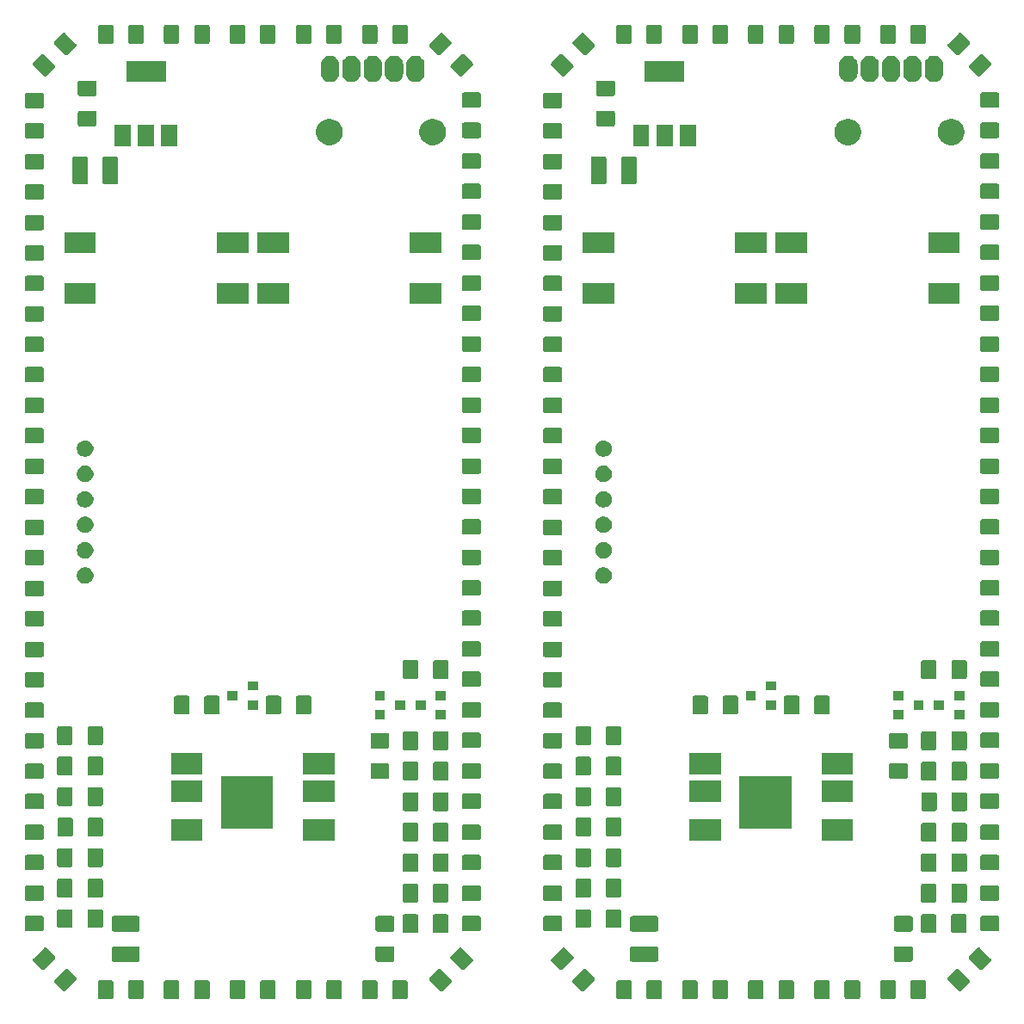
<source format=gbr>
G04 #@! TF.GenerationSoftware,KiCad,Pcbnew,5.0.2+dfsg1-1*
G04 #@! TF.CreationDate,2020-08-14T01:20:14+02:00*
G04 #@! TF.ProjectId,badge,62616467-652e-46b6-9963-61645f706362,rev?*
G04 #@! TF.SameCoordinates,Original*
G04 #@! TF.FileFunction,Soldermask,Top*
G04 #@! TF.FilePolarity,Negative*
%FSLAX46Y46*%
G04 Gerber Fmt 4.6, Leading zero omitted, Abs format (unit mm)*
G04 Created by KiCad (PCBNEW 5.0.2+dfsg1-1) date Fri 14 Aug 2020 01:20:14 AM CEST*
%MOMM*%
%LPD*%
G01*
G04 APERTURE LIST*
%ADD10C,0.100000*%
G04 APERTURE END LIST*
D10*
G36*
X100638062Y-166078181D02*
X100672977Y-166088773D01*
X100705165Y-166105978D01*
X100733373Y-166129127D01*
X100756522Y-166157335D01*
X100773727Y-166189523D01*
X100784319Y-166224438D01*
X100788500Y-166266895D01*
X100788500Y-167733105D01*
X100784319Y-167775562D01*
X100773727Y-167810477D01*
X100756522Y-167842665D01*
X100733373Y-167870873D01*
X100705165Y-167894022D01*
X100672977Y-167911227D01*
X100638062Y-167921819D01*
X100595605Y-167926000D01*
X99454395Y-167926000D01*
X99411938Y-167921819D01*
X99377023Y-167911227D01*
X99344835Y-167894022D01*
X99316627Y-167870873D01*
X99293478Y-167842665D01*
X99276273Y-167810477D01*
X99265681Y-167775562D01*
X99261500Y-167733105D01*
X99261500Y-166266895D01*
X99265681Y-166224438D01*
X99276273Y-166189523D01*
X99293478Y-166157335D01*
X99316627Y-166129127D01*
X99344835Y-166105978D01*
X99377023Y-166088773D01*
X99411938Y-166078181D01*
X99454395Y-166074000D01*
X100595605Y-166074000D01*
X100638062Y-166078181D01*
X100638062Y-166078181D01*
G37*
G36*
X180588062Y-166078181D02*
X180622977Y-166088773D01*
X180655165Y-166105978D01*
X180683373Y-166129127D01*
X180706522Y-166157335D01*
X180723727Y-166189523D01*
X180734319Y-166224438D01*
X180738500Y-166266895D01*
X180738500Y-167733105D01*
X180734319Y-167775562D01*
X180723727Y-167810477D01*
X180706522Y-167842665D01*
X180683373Y-167870873D01*
X180655165Y-167894022D01*
X180622977Y-167911227D01*
X180588062Y-167921819D01*
X180545605Y-167926000D01*
X179404395Y-167926000D01*
X179361938Y-167921819D01*
X179327023Y-167911227D01*
X179294835Y-167894022D01*
X179266627Y-167870873D01*
X179243478Y-167842665D01*
X179226273Y-167810477D01*
X179215681Y-167775562D01*
X179211500Y-167733105D01*
X179211500Y-166266895D01*
X179215681Y-166224438D01*
X179226273Y-166189523D01*
X179243478Y-166157335D01*
X179266627Y-166129127D01*
X179294835Y-166105978D01*
X179327023Y-166088773D01*
X179361938Y-166078181D01*
X179404395Y-166074000D01*
X180545605Y-166074000D01*
X180588062Y-166078181D01*
X180588062Y-166078181D01*
G37*
G36*
X164613062Y-166078181D02*
X164647977Y-166088773D01*
X164680165Y-166105978D01*
X164708373Y-166129127D01*
X164731522Y-166157335D01*
X164748727Y-166189523D01*
X164759319Y-166224438D01*
X164763500Y-166266895D01*
X164763500Y-167733105D01*
X164759319Y-167775562D01*
X164748727Y-167810477D01*
X164731522Y-167842665D01*
X164708373Y-167870873D01*
X164680165Y-167894022D01*
X164647977Y-167911227D01*
X164613062Y-167921819D01*
X164570605Y-167926000D01*
X163429395Y-167926000D01*
X163386938Y-167921819D01*
X163352023Y-167911227D01*
X163319835Y-167894022D01*
X163291627Y-167870873D01*
X163268478Y-167842665D01*
X163251273Y-167810477D01*
X163240681Y-167775562D01*
X163236500Y-167733105D01*
X163236500Y-166266895D01*
X163240681Y-166224438D01*
X163251273Y-166189523D01*
X163268478Y-166157335D01*
X163291627Y-166129127D01*
X163319835Y-166105978D01*
X163352023Y-166088773D01*
X163386938Y-166078181D01*
X163429395Y-166074000D01*
X164570605Y-166074000D01*
X164613062Y-166078181D01*
X164613062Y-166078181D01*
G37*
G36*
X167588062Y-166078181D02*
X167622977Y-166088773D01*
X167655165Y-166105978D01*
X167683373Y-166129127D01*
X167706522Y-166157335D01*
X167723727Y-166189523D01*
X167734319Y-166224438D01*
X167738500Y-166266895D01*
X167738500Y-167733105D01*
X167734319Y-167775562D01*
X167723727Y-167810477D01*
X167706522Y-167842665D01*
X167683373Y-167870873D01*
X167655165Y-167894022D01*
X167622977Y-167911227D01*
X167588062Y-167921819D01*
X167545605Y-167926000D01*
X166404395Y-167926000D01*
X166361938Y-167921819D01*
X166327023Y-167911227D01*
X166294835Y-167894022D01*
X166266627Y-167870873D01*
X166243478Y-167842665D01*
X166226273Y-167810477D01*
X166215681Y-167775562D01*
X166211500Y-167733105D01*
X166211500Y-166266895D01*
X166215681Y-166224438D01*
X166226273Y-166189523D01*
X166243478Y-166157335D01*
X166266627Y-166129127D01*
X166294835Y-166105978D01*
X166327023Y-166088773D01*
X166361938Y-166078181D01*
X166404395Y-166074000D01*
X167545605Y-166074000D01*
X167588062Y-166078181D01*
X167588062Y-166078181D01*
G37*
G36*
X171125562Y-166078181D02*
X171160477Y-166088773D01*
X171192665Y-166105978D01*
X171220873Y-166129127D01*
X171244022Y-166157335D01*
X171261227Y-166189523D01*
X171271819Y-166224438D01*
X171276000Y-166266895D01*
X171276000Y-167733105D01*
X171271819Y-167775562D01*
X171261227Y-167810477D01*
X171244022Y-167842665D01*
X171220873Y-167870873D01*
X171192665Y-167894022D01*
X171160477Y-167911227D01*
X171125562Y-167921819D01*
X171083105Y-167926000D01*
X169941895Y-167926000D01*
X169899438Y-167921819D01*
X169864523Y-167911227D01*
X169832335Y-167894022D01*
X169804127Y-167870873D01*
X169780978Y-167842665D01*
X169763773Y-167810477D01*
X169753181Y-167775562D01*
X169749000Y-167733105D01*
X169749000Y-166266895D01*
X169753181Y-166224438D01*
X169763773Y-166189523D01*
X169780978Y-166157335D01*
X169804127Y-166129127D01*
X169832335Y-166105978D01*
X169864523Y-166088773D01*
X169899438Y-166078181D01*
X169941895Y-166074000D01*
X171083105Y-166074000D01*
X171125562Y-166078181D01*
X171125562Y-166078181D01*
G37*
G36*
X174100562Y-166078181D02*
X174135477Y-166088773D01*
X174167665Y-166105978D01*
X174195873Y-166129127D01*
X174219022Y-166157335D01*
X174236227Y-166189523D01*
X174246819Y-166224438D01*
X174251000Y-166266895D01*
X174251000Y-167733105D01*
X174246819Y-167775562D01*
X174236227Y-167810477D01*
X174219022Y-167842665D01*
X174195873Y-167870873D01*
X174167665Y-167894022D01*
X174135477Y-167911227D01*
X174100562Y-167921819D01*
X174058105Y-167926000D01*
X172916895Y-167926000D01*
X172874438Y-167921819D01*
X172839523Y-167911227D01*
X172807335Y-167894022D01*
X172779127Y-167870873D01*
X172755978Y-167842665D01*
X172738773Y-167810477D01*
X172728181Y-167775562D01*
X172724000Y-167733105D01*
X172724000Y-166266895D01*
X172728181Y-166224438D01*
X172738773Y-166189523D01*
X172755978Y-166157335D01*
X172779127Y-166129127D01*
X172807335Y-166105978D01*
X172839523Y-166088773D01*
X172874438Y-166078181D01*
X172916895Y-166074000D01*
X174058105Y-166074000D01*
X174100562Y-166078181D01*
X174100562Y-166078181D01*
G37*
G36*
X151638062Y-166078181D02*
X151672977Y-166088773D01*
X151705165Y-166105978D01*
X151733373Y-166129127D01*
X151756522Y-166157335D01*
X151773727Y-166189523D01*
X151784319Y-166224438D01*
X151788500Y-166266895D01*
X151788500Y-167733105D01*
X151784319Y-167775562D01*
X151773727Y-167810477D01*
X151756522Y-167842665D01*
X151733373Y-167870873D01*
X151705165Y-167894022D01*
X151672977Y-167911227D01*
X151638062Y-167921819D01*
X151595605Y-167926000D01*
X150454395Y-167926000D01*
X150411938Y-167921819D01*
X150377023Y-167911227D01*
X150344835Y-167894022D01*
X150316627Y-167870873D01*
X150293478Y-167842665D01*
X150276273Y-167810477D01*
X150265681Y-167775562D01*
X150261500Y-167733105D01*
X150261500Y-166266895D01*
X150265681Y-166224438D01*
X150276273Y-166189523D01*
X150293478Y-166157335D01*
X150316627Y-166129127D01*
X150344835Y-166105978D01*
X150377023Y-166088773D01*
X150411938Y-166078181D01*
X150454395Y-166074000D01*
X151595605Y-166074000D01*
X151638062Y-166078181D01*
X151638062Y-166078181D01*
G37*
G36*
X154613062Y-166078181D02*
X154647977Y-166088773D01*
X154680165Y-166105978D01*
X154708373Y-166129127D01*
X154731522Y-166157335D01*
X154748727Y-166189523D01*
X154759319Y-166224438D01*
X154763500Y-166266895D01*
X154763500Y-167733105D01*
X154759319Y-167775562D01*
X154748727Y-167810477D01*
X154731522Y-167842665D01*
X154708373Y-167870873D01*
X154680165Y-167894022D01*
X154647977Y-167911227D01*
X154613062Y-167921819D01*
X154570605Y-167926000D01*
X153429395Y-167926000D01*
X153386938Y-167921819D01*
X153352023Y-167911227D01*
X153319835Y-167894022D01*
X153291627Y-167870873D01*
X153268478Y-167842665D01*
X153251273Y-167810477D01*
X153240681Y-167775562D01*
X153236500Y-167733105D01*
X153236500Y-166266895D01*
X153240681Y-166224438D01*
X153251273Y-166189523D01*
X153268478Y-166157335D01*
X153291627Y-166129127D01*
X153319835Y-166105978D01*
X153352023Y-166088773D01*
X153386938Y-166078181D01*
X153429395Y-166074000D01*
X154570605Y-166074000D01*
X154613062Y-166078181D01*
X154613062Y-166078181D01*
G37*
G36*
X158125562Y-166078181D02*
X158160477Y-166088773D01*
X158192665Y-166105978D01*
X158220873Y-166129127D01*
X158244022Y-166157335D01*
X158261227Y-166189523D01*
X158271819Y-166224438D01*
X158276000Y-166266895D01*
X158276000Y-167733105D01*
X158271819Y-167775562D01*
X158261227Y-167810477D01*
X158244022Y-167842665D01*
X158220873Y-167870873D01*
X158192665Y-167894022D01*
X158160477Y-167911227D01*
X158125562Y-167921819D01*
X158083105Y-167926000D01*
X156941895Y-167926000D01*
X156899438Y-167921819D01*
X156864523Y-167911227D01*
X156832335Y-167894022D01*
X156804127Y-167870873D01*
X156780978Y-167842665D01*
X156763773Y-167810477D01*
X156753181Y-167775562D01*
X156749000Y-167733105D01*
X156749000Y-166266895D01*
X156753181Y-166224438D01*
X156763773Y-166189523D01*
X156780978Y-166157335D01*
X156804127Y-166129127D01*
X156832335Y-166105978D01*
X156864523Y-166088773D01*
X156899438Y-166078181D01*
X156941895Y-166074000D01*
X158083105Y-166074000D01*
X158125562Y-166078181D01*
X158125562Y-166078181D01*
G37*
G36*
X161100562Y-166078181D02*
X161135477Y-166088773D01*
X161167665Y-166105978D01*
X161195873Y-166129127D01*
X161219022Y-166157335D01*
X161236227Y-166189523D01*
X161246819Y-166224438D01*
X161251000Y-166266895D01*
X161251000Y-167733105D01*
X161246819Y-167775562D01*
X161236227Y-167810477D01*
X161219022Y-167842665D01*
X161195873Y-167870873D01*
X161167665Y-167894022D01*
X161135477Y-167911227D01*
X161100562Y-167921819D01*
X161058105Y-167926000D01*
X159916895Y-167926000D01*
X159874438Y-167921819D01*
X159839523Y-167911227D01*
X159807335Y-167894022D01*
X159779127Y-167870873D01*
X159755978Y-167842665D01*
X159738773Y-167810477D01*
X159728181Y-167775562D01*
X159724000Y-167733105D01*
X159724000Y-166266895D01*
X159728181Y-166224438D01*
X159738773Y-166189523D01*
X159755978Y-166157335D01*
X159779127Y-166129127D01*
X159807335Y-166105978D01*
X159839523Y-166088773D01*
X159874438Y-166078181D01*
X159916895Y-166074000D01*
X161058105Y-166074000D01*
X161100562Y-166078181D01*
X161100562Y-166078181D01*
G37*
G36*
X177613062Y-166078181D02*
X177647977Y-166088773D01*
X177680165Y-166105978D01*
X177708373Y-166129127D01*
X177731522Y-166157335D01*
X177748727Y-166189523D01*
X177759319Y-166224438D01*
X177763500Y-166266895D01*
X177763500Y-167733105D01*
X177759319Y-167775562D01*
X177748727Y-167810477D01*
X177731522Y-167842665D01*
X177708373Y-167870873D01*
X177680165Y-167894022D01*
X177647977Y-167911227D01*
X177613062Y-167921819D01*
X177570605Y-167926000D01*
X176429395Y-167926000D01*
X176386938Y-167921819D01*
X176352023Y-167911227D01*
X176319835Y-167894022D01*
X176291627Y-167870873D01*
X176268478Y-167842665D01*
X176251273Y-167810477D01*
X176240681Y-167775562D01*
X176236500Y-167733105D01*
X176236500Y-166266895D01*
X176240681Y-166224438D01*
X176251273Y-166189523D01*
X176268478Y-166157335D01*
X176291627Y-166129127D01*
X176319835Y-166105978D01*
X176352023Y-166088773D01*
X176386938Y-166078181D01*
X176429395Y-166074000D01*
X177570605Y-166074000D01*
X177613062Y-166078181D01*
X177613062Y-166078181D01*
G37*
G36*
X120125562Y-166078181D02*
X120160477Y-166088773D01*
X120192665Y-166105978D01*
X120220873Y-166129127D01*
X120244022Y-166157335D01*
X120261227Y-166189523D01*
X120271819Y-166224438D01*
X120276000Y-166266895D01*
X120276000Y-167733105D01*
X120271819Y-167775562D01*
X120261227Y-167810477D01*
X120244022Y-167842665D01*
X120220873Y-167870873D01*
X120192665Y-167894022D01*
X120160477Y-167911227D01*
X120125562Y-167921819D01*
X120083105Y-167926000D01*
X118941895Y-167926000D01*
X118899438Y-167921819D01*
X118864523Y-167911227D01*
X118832335Y-167894022D01*
X118804127Y-167870873D01*
X118780978Y-167842665D01*
X118763773Y-167810477D01*
X118753181Y-167775562D01*
X118749000Y-167733105D01*
X118749000Y-166266895D01*
X118753181Y-166224438D01*
X118763773Y-166189523D01*
X118780978Y-166157335D01*
X118804127Y-166129127D01*
X118832335Y-166105978D01*
X118864523Y-166088773D01*
X118899438Y-166078181D01*
X118941895Y-166074000D01*
X120083105Y-166074000D01*
X120125562Y-166078181D01*
X120125562Y-166078181D01*
G37*
G36*
X116588062Y-166078181D02*
X116622977Y-166088773D01*
X116655165Y-166105978D01*
X116683373Y-166129127D01*
X116706522Y-166157335D01*
X116723727Y-166189523D01*
X116734319Y-166224438D01*
X116738500Y-166266895D01*
X116738500Y-167733105D01*
X116734319Y-167775562D01*
X116723727Y-167810477D01*
X116706522Y-167842665D01*
X116683373Y-167870873D01*
X116655165Y-167894022D01*
X116622977Y-167911227D01*
X116588062Y-167921819D01*
X116545605Y-167926000D01*
X115404395Y-167926000D01*
X115361938Y-167921819D01*
X115327023Y-167911227D01*
X115294835Y-167894022D01*
X115266627Y-167870873D01*
X115243478Y-167842665D01*
X115226273Y-167810477D01*
X115215681Y-167775562D01*
X115211500Y-167733105D01*
X115211500Y-166266895D01*
X115215681Y-166224438D01*
X115226273Y-166189523D01*
X115243478Y-166157335D01*
X115266627Y-166129127D01*
X115294835Y-166105978D01*
X115327023Y-166088773D01*
X115361938Y-166078181D01*
X115404395Y-166074000D01*
X116545605Y-166074000D01*
X116588062Y-166078181D01*
X116588062Y-166078181D01*
G37*
G36*
X113613062Y-166078181D02*
X113647977Y-166088773D01*
X113680165Y-166105978D01*
X113708373Y-166129127D01*
X113731522Y-166157335D01*
X113748727Y-166189523D01*
X113759319Y-166224438D01*
X113763500Y-166266895D01*
X113763500Y-167733105D01*
X113759319Y-167775562D01*
X113748727Y-167810477D01*
X113731522Y-167842665D01*
X113708373Y-167870873D01*
X113680165Y-167894022D01*
X113647977Y-167911227D01*
X113613062Y-167921819D01*
X113570605Y-167926000D01*
X112429395Y-167926000D01*
X112386938Y-167921819D01*
X112352023Y-167911227D01*
X112319835Y-167894022D01*
X112291627Y-167870873D01*
X112268478Y-167842665D01*
X112251273Y-167810477D01*
X112240681Y-167775562D01*
X112236500Y-167733105D01*
X112236500Y-166266895D01*
X112240681Y-166224438D01*
X112251273Y-166189523D01*
X112268478Y-166157335D01*
X112291627Y-166129127D01*
X112319835Y-166105978D01*
X112352023Y-166088773D01*
X112386938Y-166078181D01*
X112429395Y-166074000D01*
X113570605Y-166074000D01*
X113613062Y-166078181D01*
X113613062Y-166078181D01*
G37*
G36*
X129588062Y-166078181D02*
X129622977Y-166088773D01*
X129655165Y-166105978D01*
X129683373Y-166129127D01*
X129706522Y-166157335D01*
X129723727Y-166189523D01*
X129734319Y-166224438D01*
X129738500Y-166266895D01*
X129738500Y-167733105D01*
X129734319Y-167775562D01*
X129723727Y-167810477D01*
X129706522Y-167842665D01*
X129683373Y-167870873D01*
X129655165Y-167894022D01*
X129622977Y-167911227D01*
X129588062Y-167921819D01*
X129545605Y-167926000D01*
X128404395Y-167926000D01*
X128361938Y-167921819D01*
X128327023Y-167911227D01*
X128294835Y-167894022D01*
X128266627Y-167870873D01*
X128243478Y-167842665D01*
X128226273Y-167810477D01*
X128215681Y-167775562D01*
X128211500Y-167733105D01*
X128211500Y-166266895D01*
X128215681Y-166224438D01*
X128226273Y-166189523D01*
X128243478Y-166157335D01*
X128266627Y-166129127D01*
X128294835Y-166105978D01*
X128327023Y-166088773D01*
X128361938Y-166078181D01*
X128404395Y-166074000D01*
X129545605Y-166074000D01*
X129588062Y-166078181D01*
X129588062Y-166078181D01*
G37*
G36*
X126613062Y-166078181D02*
X126647977Y-166088773D01*
X126680165Y-166105978D01*
X126708373Y-166129127D01*
X126731522Y-166157335D01*
X126748727Y-166189523D01*
X126759319Y-166224438D01*
X126763500Y-166266895D01*
X126763500Y-167733105D01*
X126759319Y-167775562D01*
X126748727Y-167810477D01*
X126731522Y-167842665D01*
X126708373Y-167870873D01*
X126680165Y-167894022D01*
X126647977Y-167911227D01*
X126613062Y-167921819D01*
X126570605Y-167926000D01*
X125429395Y-167926000D01*
X125386938Y-167921819D01*
X125352023Y-167911227D01*
X125319835Y-167894022D01*
X125291627Y-167870873D01*
X125268478Y-167842665D01*
X125251273Y-167810477D01*
X125240681Y-167775562D01*
X125236500Y-167733105D01*
X125236500Y-166266895D01*
X125240681Y-166224438D01*
X125251273Y-166189523D01*
X125268478Y-166157335D01*
X125291627Y-166129127D01*
X125319835Y-166105978D01*
X125352023Y-166088773D01*
X125386938Y-166078181D01*
X125429395Y-166074000D01*
X126570605Y-166074000D01*
X126613062Y-166078181D01*
X126613062Y-166078181D01*
G37*
G36*
X110100562Y-166078181D02*
X110135477Y-166088773D01*
X110167665Y-166105978D01*
X110195873Y-166129127D01*
X110219022Y-166157335D01*
X110236227Y-166189523D01*
X110246819Y-166224438D01*
X110251000Y-166266895D01*
X110251000Y-167733105D01*
X110246819Y-167775562D01*
X110236227Y-167810477D01*
X110219022Y-167842665D01*
X110195873Y-167870873D01*
X110167665Y-167894022D01*
X110135477Y-167911227D01*
X110100562Y-167921819D01*
X110058105Y-167926000D01*
X108916895Y-167926000D01*
X108874438Y-167921819D01*
X108839523Y-167911227D01*
X108807335Y-167894022D01*
X108779127Y-167870873D01*
X108755978Y-167842665D01*
X108738773Y-167810477D01*
X108728181Y-167775562D01*
X108724000Y-167733105D01*
X108724000Y-166266895D01*
X108728181Y-166224438D01*
X108738773Y-166189523D01*
X108755978Y-166157335D01*
X108779127Y-166129127D01*
X108807335Y-166105978D01*
X108839523Y-166088773D01*
X108874438Y-166078181D01*
X108916895Y-166074000D01*
X110058105Y-166074000D01*
X110100562Y-166078181D01*
X110100562Y-166078181D01*
G37*
G36*
X107125562Y-166078181D02*
X107160477Y-166088773D01*
X107192665Y-166105978D01*
X107220873Y-166129127D01*
X107244022Y-166157335D01*
X107261227Y-166189523D01*
X107271819Y-166224438D01*
X107276000Y-166266895D01*
X107276000Y-167733105D01*
X107271819Y-167775562D01*
X107261227Y-167810477D01*
X107244022Y-167842665D01*
X107220873Y-167870873D01*
X107192665Y-167894022D01*
X107160477Y-167911227D01*
X107125562Y-167921819D01*
X107083105Y-167926000D01*
X105941895Y-167926000D01*
X105899438Y-167921819D01*
X105864523Y-167911227D01*
X105832335Y-167894022D01*
X105804127Y-167870873D01*
X105780978Y-167842665D01*
X105763773Y-167810477D01*
X105753181Y-167775562D01*
X105749000Y-167733105D01*
X105749000Y-166266895D01*
X105753181Y-166224438D01*
X105763773Y-166189523D01*
X105780978Y-166157335D01*
X105804127Y-166129127D01*
X105832335Y-166105978D01*
X105864523Y-166088773D01*
X105899438Y-166078181D01*
X105941895Y-166074000D01*
X107083105Y-166074000D01*
X107125562Y-166078181D01*
X107125562Y-166078181D01*
G37*
G36*
X103613062Y-166078181D02*
X103647977Y-166088773D01*
X103680165Y-166105978D01*
X103708373Y-166129127D01*
X103731522Y-166157335D01*
X103748727Y-166189523D01*
X103759319Y-166224438D01*
X103763500Y-166266895D01*
X103763500Y-167733105D01*
X103759319Y-167775562D01*
X103748727Y-167810477D01*
X103731522Y-167842665D01*
X103708373Y-167870873D01*
X103680165Y-167894022D01*
X103647977Y-167911227D01*
X103613062Y-167921819D01*
X103570605Y-167926000D01*
X102429395Y-167926000D01*
X102386938Y-167921819D01*
X102352023Y-167911227D01*
X102319835Y-167894022D01*
X102291627Y-167870873D01*
X102268478Y-167842665D01*
X102251273Y-167810477D01*
X102240681Y-167775562D01*
X102236500Y-167733105D01*
X102236500Y-166266895D01*
X102240681Y-166224438D01*
X102251273Y-166189523D01*
X102268478Y-166157335D01*
X102291627Y-166129127D01*
X102319835Y-166105978D01*
X102352023Y-166088773D01*
X102386938Y-166078181D01*
X102429395Y-166074000D01*
X103570605Y-166074000D01*
X103613062Y-166078181D01*
X103613062Y-166078181D01*
G37*
G36*
X123100562Y-166078181D02*
X123135477Y-166088773D01*
X123167665Y-166105978D01*
X123195873Y-166129127D01*
X123219022Y-166157335D01*
X123236227Y-166189523D01*
X123246819Y-166224438D01*
X123251000Y-166266895D01*
X123251000Y-167733105D01*
X123246819Y-167775562D01*
X123236227Y-167810477D01*
X123219022Y-167842665D01*
X123195873Y-167870873D01*
X123167665Y-167894022D01*
X123135477Y-167911227D01*
X123100562Y-167921819D01*
X123058105Y-167926000D01*
X121916895Y-167926000D01*
X121874438Y-167921819D01*
X121839523Y-167911227D01*
X121807335Y-167894022D01*
X121779127Y-167870873D01*
X121755978Y-167842665D01*
X121738773Y-167810477D01*
X121728181Y-167775562D01*
X121724000Y-167733105D01*
X121724000Y-166266895D01*
X121728181Y-166224438D01*
X121738773Y-166189523D01*
X121755978Y-166157335D01*
X121779127Y-166129127D01*
X121807335Y-166105978D01*
X121839523Y-166088773D01*
X121874438Y-166078181D01*
X121916895Y-166074000D01*
X123058105Y-166074000D01*
X123100562Y-166078181D01*
X123100562Y-166078181D01*
G37*
G36*
X147201023Y-164944203D02*
X147235938Y-164954795D01*
X147268126Y-164972000D01*
X147301110Y-164999069D01*
X148108054Y-165806013D01*
X148135123Y-165838997D01*
X148152328Y-165871185D01*
X148162920Y-165906100D01*
X148166496Y-165942417D01*
X148162920Y-165978734D01*
X148152328Y-166013649D01*
X148135123Y-166045837D01*
X148108054Y-166078821D01*
X147071300Y-167115575D01*
X147038316Y-167142644D01*
X147006128Y-167159849D01*
X146971213Y-167170441D01*
X146934896Y-167174017D01*
X146898579Y-167170441D01*
X146863664Y-167159849D01*
X146831476Y-167142644D01*
X146798492Y-167115575D01*
X145991548Y-166308631D01*
X145964479Y-166275647D01*
X145947274Y-166243459D01*
X145936682Y-166208544D01*
X145933106Y-166172227D01*
X145936682Y-166135910D01*
X145947274Y-166100995D01*
X145964479Y-166068807D01*
X145991548Y-166035823D01*
X147028302Y-164999069D01*
X147061286Y-164972000D01*
X147093474Y-164954795D01*
X147128389Y-164944203D01*
X147164706Y-164940627D01*
X147201023Y-164944203D01*
X147201023Y-164944203D01*
G37*
G36*
X96201023Y-164944203D02*
X96235938Y-164954795D01*
X96268126Y-164972000D01*
X96301110Y-164999069D01*
X97108054Y-165806013D01*
X97135123Y-165838997D01*
X97152328Y-165871185D01*
X97162920Y-165906100D01*
X97166496Y-165942417D01*
X97162920Y-165978734D01*
X97152328Y-166013649D01*
X97135123Y-166045837D01*
X97108054Y-166078821D01*
X96071300Y-167115575D01*
X96038316Y-167142644D01*
X96006128Y-167159849D01*
X95971213Y-167170441D01*
X95934896Y-167174017D01*
X95898579Y-167170441D01*
X95863664Y-167159849D01*
X95831476Y-167142644D01*
X95798492Y-167115575D01*
X94991548Y-166308631D01*
X94964479Y-166275647D01*
X94947274Y-166243459D01*
X94936682Y-166208544D01*
X94933106Y-166172227D01*
X94936682Y-166135910D01*
X94947274Y-166100995D01*
X94964479Y-166068807D01*
X94991548Y-166035823D01*
X96028302Y-164999069D01*
X96061286Y-164972000D01*
X96093474Y-164954795D01*
X96128389Y-164944203D01*
X96164706Y-164940627D01*
X96201023Y-164944203D01*
X96201023Y-164944203D01*
G37*
G36*
X132869591Y-164938702D02*
X132904506Y-164949294D01*
X132936694Y-164966499D01*
X132969678Y-164993568D01*
X134006432Y-166030322D01*
X134033501Y-166063306D01*
X134050706Y-166095494D01*
X134061298Y-166130409D01*
X134064874Y-166166726D01*
X134061298Y-166203043D01*
X134050706Y-166237958D01*
X134033501Y-166270146D01*
X134006432Y-166303130D01*
X133199488Y-167110074D01*
X133166504Y-167137143D01*
X133134316Y-167154348D01*
X133099401Y-167164940D01*
X133063084Y-167168516D01*
X133026767Y-167164940D01*
X132991852Y-167154348D01*
X132959664Y-167137143D01*
X132926680Y-167110074D01*
X131889926Y-166073320D01*
X131862857Y-166040336D01*
X131845652Y-166008148D01*
X131835060Y-165973233D01*
X131831484Y-165936916D01*
X131835060Y-165900599D01*
X131845652Y-165865684D01*
X131862857Y-165833496D01*
X131889926Y-165800512D01*
X132696870Y-164993568D01*
X132729854Y-164966499D01*
X132762042Y-164949294D01*
X132796957Y-164938702D01*
X132833274Y-164935126D01*
X132869591Y-164938702D01*
X132869591Y-164938702D01*
G37*
G36*
X183869591Y-164938702D02*
X183904506Y-164949294D01*
X183936694Y-164966499D01*
X183969678Y-164993568D01*
X185006432Y-166030322D01*
X185033501Y-166063306D01*
X185050706Y-166095494D01*
X185061298Y-166130409D01*
X185064874Y-166166726D01*
X185061298Y-166203043D01*
X185050706Y-166237958D01*
X185033501Y-166270146D01*
X185006432Y-166303130D01*
X184199488Y-167110074D01*
X184166504Y-167137143D01*
X184134316Y-167154348D01*
X184099401Y-167164940D01*
X184063084Y-167168516D01*
X184026767Y-167164940D01*
X183991852Y-167154348D01*
X183959664Y-167137143D01*
X183926680Y-167110074D01*
X182889926Y-166073320D01*
X182862857Y-166040336D01*
X182845652Y-166008148D01*
X182835060Y-165973233D01*
X182831484Y-165936916D01*
X182835060Y-165900599D01*
X182845652Y-165865684D01*
X182862857Y-165833496D01*
X182889926Y-165800512D01*
X183696870Y-164993568D01*
X183729854Y-164966499D01*
X183762042Y-164949294D01*
X183796957Y-164938702D01*
X183833274Y-164935126D01*
X183869591Y-164938702D01*
X183869591Y-164938702D01*
G37*
G36*
X94097381Y-162840561D02*
X94132296Y-162851153D01*
X94164484Y-162868358D01*
X94197468Y-162895427D01*
X95004412Y-163702371D01*
X95031481Y-163735355D01*
X95048686Y-163767543D01*
X95059278Y-163802458D01*
X95062854Y-163838775D01*
X95059278Y-163875092D01*
X95048686Y-163910007D01*
X95031481Y-163942195D01*
X95004412Y-163975179D01*
X93967658Y-165011933D01*
X93934674Y-165039002D01*
X93902486Y-165056207D01*
X93867571Y-165066799D01*
X93831254Y-165070375D01*
X93794937Y-165066799D01*
X93760022Y-165056207D01*
X93727834Y-165039002D01*
X93694850Y-165011933D01*
X92887906Y-164204989D01*
X92860837Y-164172005D01*
X92843632Y-164139817D01*
X92833040Y-164104902D01*
X92829464Y-164068585D01*
X92833040Y-164032268D01*
X92843632Y-163997353D01*
X92860837Y-163965165D01*
X92887906Y-163932181D01*
X93924660Y-162895427D01*
X93957644Y-162868358D01*
X93989832Y-162851153D01*
X94024747Y-162840561D01*
X94061064Y-162836985D01*
X94097381Y-162840561D01*
X94097381Y-162840561D01*
G37*
G36*
X145097381Y-162840561D02*
X145132296Y-162851153D01*
X145164484Y-162868358D01*
X145197468Y-162895427D01*
X146004412Y-163702371D01*
X146031481Y-163735355D01*
X146048686Y-163767543D01*
X146059278Y-163802458D01*
X146062854Y-163838775D01*
X146059278Y-163875092D01*
X146048686Y-163910007D01*
X146031481Y-163942195D01*
X146004412Y-163975179D01*
X144967658Y-165011933D01*
X144934674Y-165039002D01*
X144902486Y-165056207D01*
X144867571Y-165066799D01*
X144831254Y-165070375D01*
X144794937Y-165066799D01*
X144760022Y-165056207D01*
X144727834Y-165039002D01*
X144694850Y-165011933D01*
X143887906Y-164204989D01*
X143860837Y-164172005D01*
X143843632Y-164139817D01*
X143833040Y-164104902D01*
X143829464Y-164068585D01*
X143833040Y-164032268D01*
X143843632Y-163997353D01*
X143860837Y-163965165D01*
X143887906Y-163932181D01*
X144924660Y-162895427D01*
X144957644Y-162868358D01*
X144989832Y-162851153D01*
X145024747Y-162840561D01*
X145061064Y-162836985D01*
X145097381Y-162840561D01*
X145097381Y-162840561D01*
G37*
G36*
X134973233Y-162835060D02*
X135008148Y-162845652D01*
X135040336Y-162862857D01*
X135073320Y-162889926D01*
X136110074Y-163926680D01*
X136137143Y-163959664D01*
X136154348Y-163991852D01*
X136164940Y-164026767D01*
X136168516Y-164063084D01*
X136164940Y-164099401D01*
X136154348Y-164134316D01*
X136137143Y-164166504D01*
X136110074Y-164199488D01*
X135303130Y-165006432D01*
X135270146Y-165033501D01*
X135237958Y-165050706D01*
X135203043Y-165061298D01*
X135166726Y-165064874D01*
X135130409Y-165061298D01*
X135095494Y-165050706D01*
X135063306Y-165033501D01*
X135030322Y-165006432D01*
X133993568Y-163969678D01*
X133966499Y-163936694D01*
X133949294Y-163904506D01*
X133938702Y-163869591D01*
X133935126Y-163833274D01*
X133938702Y-163796957D01*
X133949294Y-163762042D01*
X133966499Y-163729854D01*
X133993568Y-163696870D01*
X134800512Y-162889926D01*
X134833496Y-162862857D01*
X134865684Y-162845652D01*
X134900599Y-162835060D01*
X134936916Y-162831484D01*
X134973233Y-162835060D01*
X134973233Y-162835060D01*
G37*
G36*
X185973233Y-162835060D02*
X186008148Y-162845652D01*
X186040336Y-162862857D01*
X186073320Y-162889926D01*
X187110074Y-163926680D01*
X187137143Y-163959664D01*
X187154348Y-163991852D01*
X187164940Y-164026767D01*
X187168516Y-164063084D01*
X187164940Y-164099401D01*
X187154348Y-164134316D01*
X187137143Y-164166504D01*
X187110074Y-164199488D01*
X186303130Y-165006432D01*
X186270146Y-165033501D01*
X186237958Y-165050706D01*
X186203043Y-165061298D01*
X186166726Y-165064874D01*
X186130409Y-165061298D01*
X186095494Y-165050706D01*
X186063306Y-165033501D01*
X186030322Y-165006432D01*
X184993568Y-163969678D01*
X184966499Y-163936694D01*
X184949294Y-163904506D01*
X184938702Y-163869591D01*
X184935126Y-163833274D01*
X184938702Y-163796957D01*
X184949294Y-163762042D01*
X184966499Y-163729854D01*
X184993568Y-163696870D01*
X185800512Y-162889926D01*
X185833496Y-162862857D01*
X185865684Y-162845652D01*
X185900599Y-162835060D01*
X185936916Y-162831484D01*
X185973233Y-162835060D01*
X185973233Y-162835060D01*
G37*
G36*
X154225562Y-162728181D02*
X154260477Y-162738773D01*
X154292665Y-162755978D01*
X154320873Y-162779127D01*
X154344022Y-162807335D01*
X154361227Y-162839523D01*
X154371819Y-162874438D01*
X154376000Y-162916895D01*
X154376000Y-164058105D01*
X154371819Y-164100562D01*
X154361227Y-164135477D01*
X154344022Y-164167665D01*
X154320873Y-164195873D01*
X154292665Y-164219022D01*
X154260477Y-164236227D01*
X154225562Y-164246819D01*
X154183105Y-164251000D01*
X151816895Y-164251000D01*
X151774438Y-164246819D01*
X151739523Y-164236227D01*
X151707335Y-164219022D01*
X151679127Y-164195873D01*
X151655978Y-164167665D01*
X151638773Y-164135477D01*
X151628181Y-164100562D01*
X151624000Y-164058105D01*
X151624000Y-162916895D01*
X151628181Y-162874438D01*
X151638773Y-162839523D01*
X151655978Y-162807335D01*
X151679127Y-162779127D01*
X151707335Y-162755978D01*
X151739523Y-162738773D01*
X151774438Y-162728181D01*
X151816895Y-162724000D01*
X154183105Y-162724000D01*
X154225562Y-162728181D01*
X154225562Y-162728181D01*
G37*
G36*
X128275562Y-162728181D02*
X128310477Y-162738773D01*
X128342665Y-162755978D01*
X128370873Y-162779127D01*
X128394022Y-162807335D01*
X128411227Y-162839523D01*
X128421819Y-162874438D01*
X128426000Y-162916895D01*
X128426000Y-164058105D01*
X128421819Y-164100562D01*
X128411227Y-164135477D01*
X128394022Y-164167665D01*
X128370873Y-164195873D01*
X128342665Y-164219022D01*
X128310477Y-164236227D01*
X128275562Y-164246819D01*
X128233105Y-164251000D01*
X126766895Y-164251000D01*
X126724438Y-164246819D01*
X126689523Y-164236227D01*
X126657335Y-164219022D01*
X126629127Y-164195873D01*
X126605978Y-164167665D01*
X126588773Y-164135477D01*
X126578181Y-164100562D01*
X126574000Y-164058105D01*
X126574000Y-162916895D01*
X126578181Y-162874438D01*
X126588773Y-162839523D01*
X126605978Y-162807335D01*
X126629127Y-162779127D01*
X126657335Y-162755978D01*
X126689523Y-162738773D01*
X126724438Y-162728181D01*
X126766895Y-162724000D01*
X128233105Y-162724000D01*
X128275562Y-162728181D01*
X128275562Y-162728181D01*
G37*
G36*
X179275562Y-162728181D02*
X179310477Y-162738773D01*
X179342665Y-162755978D01*
X179370873Y-162779127D01*
X179394022Y-162807335D01*
X179411227Y-162839523D01*
X179421819Y-162874438D01*
X179426000Y-162916895D01*
X179426000Y-164058105D01*
X179421819Y-164100562D01*
X179411227Y-164135477D01*
X179394022Y-164167665D01*
X179370873Y-164195873D01*
X179342665Y-164219022D01*
X179310477Y-164236227D01*
X179275562Y-164246819D01*
X179233105Y-164251000D01*
X177766895Y-164251000D01*
X177724438Y-164246819D01*
X177689523Y-164236227D01*
X177657335Y-164219022D01*
X177629127Y-164195873D01*
X177605978Y-164167665D01*
X177588773Y-164135477D01*
X177578181Y-164100562D01*
X177574000Y-164058105D01*
X177574000Y-162916895D01*
X177578181Y-162874438D01*
X177588773Y-162839523D01*
X177605978Y-162807335D01*
X177629127Y-162779127D01*
X177657335Y-162755978D01*
X177689523Y-162738773D01*
X177724438Y-162728181D01*
X177766895Y-162724000D01*
X179233105Y-162724000D01*
X179275562Y-162728181D01*
X179275562Y-162728181D01*
G37*
G36*
X103225562Y-162728181D02*
X103260477Y-162738773D01*
X103292665Y-162755978D01*
X103320873Y-162779127D01*
X103344022Y-162807335D01*
X103361227Y-162839523D01*
X103371819Y-162874438D01*
X103376000Y-162916895D01*
X103376000Y-164058105D01*
X103371819Y-164100562D01*
X103361227Y-164135477D01*
X103344022Y-164167665D01*
X103320873Y-164195873D01*
X103292665Y-164219022D01*
X103260477Y-164236227D01*
X103225562Y-164246819D01*
X103183105Y-164251000D01*
X100816895Y-164251000D01*
X100774438Y-164246819D01*
X100739523Y-164236227D01*
X100707335Y-164219022D01*
X100679127Y-164195873D01*
X100655978Y-164167665D01*
X100638773Y-164135477D01*
X100628181Y-164100562D01*
X100624000Y-164058105D01*
X100624000Y-162916895D01*
X100628181Y-162874438D01*
X100638773Y-162839523D01*
X100655978Y-162807335D01*
X100679127Y-162779127D01*
X100707335Y-162755978D01*
X100739523Y-162738773D01*
X100774438Y-162728181D01*
X100816895Y-162724000D01*
X103183105Y-162724000D01*
X103225562Y-162728181D01*
X103225562Y-162728181D01*
G37*
G36*
X130613062Y-159578181D02*
X130647977Y-159588773D01*
X130680165Y-159605978D01*
X130708373Y-159629127D01*
X130731522Y-159657335D01*
X130748727Y-159689523D01*
X130759319Y-159724438D01*
X130763500Y-159766895D01*
X130763500Y-161233105D01*
X130759319Y-161275562D01*
X130748727Y-161310477D01*
X130731522Y-161342665D01*
X130708373Y-161370873D01*
X130680165Y-161394022D01*
X130647977Y-161411227D01*
X130613062Y-161421819D01*
X130570605Y-161426000D01*
X129429395Y-161426000D01*
X129386938Y-161421819D01*
X129352023Y-161411227D01*
X129319835Y-161394022D01*
X129291627Y-161370873D01*
X129268478Y-161342665D01*
X129251273Y-161310477D01*
X129240681Y-161275562D01*
X129236500Y-161233105D01*
X129236500Y-159766895D01*
X129240681Y-159724438D01*
X129251273Y-159689523D01*
X129268478Y-159657335D01*
X129291627Y-159629127D01*
X129319835Y-159605978D01*
X129352023Y-159588773D01*
X129386938Y-159578181D01*
X129429395Y-159574000D01*
X130570605Y-159574000D01*
X130613062Y-159578181D01*
X130613062Y-159578181D01*
G37*
G36*
X184588062Y-159578181D02*
X184622977Y-159588773D01*
X184655165Y-159605978D01*
X184683373Y-159629127D01*
X184706522Y-159657335D01*
X184723727Y-159689523D01*
X184734319Y-159724438D01*
X184738500Y-159766895D01*
X184738500Y-161233105D01*
X184734319Y-161275562D01*
X184723727Y-161310477D01*
X184706522Y-161342665D01*
X184683373Y-161370873D01*
X184655165Y-161394022D01*
X184622977Y-161411227D01*
X184588062Y-161421819D01*
X184545605Y-161426000D01*
X183404395Y-161426000D01*
X183361938Y-161421819D01*
X183327023Y-161411227D01*
X183294835Y-161394022D01*
X183266627Y-161370873D01*
X183243478Y-161342665D01*
X183226273Y-161310477D01*
X183215681Y-161275562D01*
X183211500Y-161233105D01*
X183211500Y-159766895D01*
X183215681Y-159724438D01*
X183226273Y-159689523D01*
X183243478Y-159657335D01*
X183266627Y-159629127D01*
X183294835Y-159605978D01*
X183327023Y-159588773D01*
X183361938Y-159578181D01*
X183404395Y-159574000D01*
X184545605Y-159574000D01*
X184588062Y-159578181D01*
X184588062Y-159578181D01*
G37*
G36*
X133588062Y-159578181D02*
X133622977Y-159588773D01*
X133655165Y-159605978D01*
X133683373Y-159629127D01*
X133706522Y-159657335D01*
X133723727Y-159689523D01*
X133734319Y-159724438D01*
X133738500Y-159766895D01*
X133738500Y-161233105D01*
X133734319Y-161275562D01*
X133723727Y-161310477D01*
X133706522Y-161342665D01*
X133683373Y-161370873D01*
X133655165Y-161394022D01*
X133622977Y-161411227D01*
X133588062Y-161421819D01*
X133545605Y-161426000D01*
X132404395Y-161426000D01*
X132361938Y-161421819D01*
X132327023Y-161411227D01*
X132294835Y-161394022D01*
X132266627Y-161370873D01*
X132243478Y-161342665D01*
X132226273Y-161310477D01*
X132215681Y-161275562D01*
X132211500Y-161233105D01*
X132211500Y-159766895D01*
X132215681Y-159724438D01*
X132226273Y-159689523D01*
X132243478Y-159657335D01*
X132266627Y-159629127D01*
X132294835Y-159605978D01*
X132327023Y-159588773D01*
X132361938Y-159578181D01*
X132404395Y-159574000D01*
X133545605Y-159574000D01*
X133588062Y-159578181D01*
X133588062Y-159578181D01*
G37*
G36*
X181613062Y-159578181D02*
X181647977Y-159588773D01*
X181680165Y-159605978D01*
X181708373Y-159629127D01*
X181731522Y-159657335D01*
X181748727Y-159689523D01*
X181759319Y-159724438D01*
X181763500Y-159766895D01*
X181763500Y-161233105D01*
X181759319Y-161275562D01*
X181748727Y-161310477D01*
X181731522Y-161342665D01*
X181708373Y-161370873D01*
X181680165Y-161394022D01*
X181647977Y-161411227D01*
X181613062Y-161421819D01*
X181570605Y-161426000D01*
X180429395Y-161426000D01*
X180386938Y-161421819D01*
X180352023Y-161411227D01*
X180319835Y-161394022D01*
X180291627Y-161370873D01*
X180268478Y-161342665D01*
X180251273Y-161310477D01*
X180240681Y-161275562D01*
X180236500Y-161233105D01*
X180236500Y-159766895D01*
X180240681Y-159724438D01*
X180251273Y-159689523D01*
X180268478Y-159657335D01*
X180291627Y-159629127D01*
X180319835Y-159605978D01*
X180352023Y-159588773D01*
X180386938Y-159578181D01*
X180429395Y-159574000D01*
X181570605Y-159574000D01*
X181613062Y-159578181D01*
X181613062Y-159578181D01*
G37*
G36*
X128275562Y-159753181D02*
X128310477Y-159763773D01*
X128342665Y-159780978D01*
X128370873Y-159804127D01*
X128394022Y-159832335D01*
X128411227Y-159864523D01*
X128421819Y-159899438D01*
X128426000Y-159941895D01*
X128426000Y-161083105D01*
X128421819Y-161125562D01*
X128411227Y-161160477D01*
X128394022Y-161192665D01*
X128370873Y-161220873D01*
X128342665Y-161244022D01*
X128310477Y-161261227D01*
X128275562Y-161271819D01*
X128233105Y-161276000D01*
X126766895Y-161276000D01*
X126724438Y-161271819D01*
X126689523Y-161261227D01*
X126657335Y-161244022D01*
X126629127Y-161220873D01*
X126605978Y-161192665D01*
X126588773Y-161160477D01*
X126578181Y-161125562D01*
X126574000Y-161083105D01*
X126574000Y-159941895D01*
X126578181Y-159899438D01*
X126588773Y-159864523D01*
X126605978Y-159832335D01*
X126629127Y-159804127D01*
X126657335Y-159780978D01*
X126689523Y-159763773D01*
X126724438Y-159753181D01*
X126766895Y-159749000D01*
X128233105Y-159749000D01*
X128275562Y-159753181D01*
X128275562Y-159753181D01*
G37*
G36*
X154225562Y-159753181D02*
X154260477Y-159763773D01*
X154292665Y-159780978D01*
X154320873Y-159804127D01*
X154344022Y-159832335D01*
X154361227Y-159864523D01*
X154371819Y-159899438D01*
X154376000Y-159941895D01*
X154376000Y-161083105D01*
X154371819Y-161125562D01*
X154361227Y-161160477D01*
X154344022Y-161192665D01*
X154320873Y-161220873D01*
X154292665Y-161244022D01*
X154260477Y-161261227D01*
X154225562Y-161271819D01*
X154183105Y-161276000D01*
X151816895Y-161276000D01*
X151774438Y-161271819D01*
X151739523Y-161261227D01*
X151707335Y-161244022D01*
X151679127Y-161220873D01*
X151655978Y-161192665D01*
X151638773Y-161160477D01*
X151628181Y-161125562D01*
X151624000Y-161083105D01*
X151624000Y-159941895D01*
X151628181Y-159899438D01*
X151638773Y-159864523D01*
X151655978Y-159832335D01*
X151679127Y-159804127D01*
X151707335Y-159780978D01*
X151739523Y-159763773D01*
X151774438Y-159753181D01*
X151816895Y-159749000D01*
X154183105Y-159749000D01*
X154225562Y-159753181D01*
X154225562Y-159753181D01*
G37*
G36*
X179275562Y-159753181D02*
X179310477Y-159763773D01*
X179342665Y-159780978D01*
X179370873Y-159804127D01*
X179394022Y-159832335D01*
X179411227Y-159864523D01*
X179421819Y-159899438D01*
X179426000Y-159941895D01*
X179426000Y-161083105D01*
X179421819Y-161125562D01*
X179411227Y-161160477D01*
X179394022Y-161192665D01*
X179370873Y-161220873D01*
X179342665Y-161244022D01*
X179310477Y-161261227D01*
X179275562Y-161271819D01*
X179233105Y-161276000D01*
X177766895Y-161276000D01*
X177724438Y-161271819D01*
X177689523Y-161261227D01*
X177657335Y-161244022D01*
X177629127Y-161220873D01*
X177605978Y-161192665D01*
X177588773Y-161160477D01*
X177578181Y-161125562D01*
X177574000Y-161083105D01*
X177574000Y-159941895D01*
X177578181Y-159899438D01*
X177588773Y-159864523D01*
X177605978Y-159832335D01*
X177629127Y-159804127D01*
X177657335Y-159780978D01*
X177689523Y-159763773D01*
X177724438Y-159753181D01*
X177766895Y-159749000D01*
X179233105Y-159749000D01*
X179275562Y-159753181D01*
X179275562Y-159753181D01*
G37*
G36*
X103225562Y-159753181D02*
X103260477Y-159763773D01*
X103292665Y-159780978D01*
X103320873Y-159804127D01*
X103344022Y-159832335D01*
X103361227Y-159864523D01*
X103371819Y-159899438D01*
X103376000Y-159941895D01*
X103376000Y-161083105D01*
X103371819Y-161125562D01*
X103361227Y-161160477D01*
X103344022Y-161192665D01*
X103320873Y-161220873D01*
X103292665Y-161244022D01*
X103260477Y-161261227D01*
X103225562Y-161271819D01*
X103183105Y-161276000D01*
X100816895Y-161276000D01*
X100774438Y-161271819D01*
X100739523Y-161261227D01*
X100707335Y-161244022D01*
X100679127Y-161220873D01*
X100655978Y-161192665D01*
X100638773Y-161160477D01*
X100628181Y-161125562D01*
X100624000Y-161083105D01*
X100624000Y-159941895D01*
X100628181Y-159899438D01*
X100638773Y-159864523D01*
X100655978Y-159832335D01*
X100679127Y-159804127D01*
X100707335Y-159780978D01*
X100739523Y-159763773D01*
X100774438Y-159753181D01*
X100816895Y-159749000D01*
X103183105Y-159749000D01*
X103225562Y-159753181D01*
X103225562Y-159753181D01*
G37*
G36*
X187775562Y-159728181D02*
X187810477Y-159738773D01*
X187842665Y-159755978D01*
X187870873Y-159779127D01*
X187894022Y-159807335D01*
X187911227Y-159839523D01*
X187921819Y-159874438D01*
X187926000Y-159916895D01*
X187926000Y-161058105D01*
X187921819Y-161100562D01*
X187911227Y-161135477D01*
X187894022Y-161167665D01*
X187870873Y-161195873D01*
X187842665Y-161219022D01*
X187810477Y-161236227D01*
X187775562Y-161246819D01*
X187733105Y-161251000D01*
X186266895Y-161251000D01*
X186224438Y-161246819D01*
X186189523Y-161236227D01*
X186157335Y-161219022D01*
X186129127Y-161195873D01*
X186105978Y-161167665D01*
X186088773Y-161135477D01*
X186078181Y-161100562D01*
X186074000Y-161058105D01*
X186074000Y-159916895D01*
X186078181Y-159874438D01*
X186088773Y-159839523D01*
X186105978Y-159807335D01*
X186129127Y-159779127D01*
X186157335Y-159755978D01*
X186189523Y-159738773D01*
X186224438Y-159728181D01*
X186266895Y-159724000D01*
X187733105Y-159724000D01*
X187775562Y-159728181D01*
X187775562Y-159728181D01*
G37*
G36*
X93775562Y-159728181D02*
X93810477Y-159738773D01*
X93842665Y-159755978D01*
X93870873Y-159779127D01*
X93894022Y-159807335D01*
X93911227Y-159839523D01*
X93921819Y-159874438D01*
X93926000Y-159916895D01*
X93926000Y-161058105D01*
X93921819Y-161100562D01*
X93911227Y-161135477D01*
X93894022Y-161167665D01*
X93870873Y-161195873D01*
X93842665Y-161219022D01*
X93810477Y-161236227D01*
X93775562Y-161246819D01*
X93733105Y-161251000D01*
X92266895Y-161251000D01*
X92224438Y-161246819D01*
X92189523Y-161236227D01*
X92157335Y-161219022D01*
X92129127Y-161195873D01*
X92105978Y-161167665D01*
X92088773Y-161135477D01*
X92078181Y-161100562D01*
X92074000Y-161058105D01*
X92074000Y-159916895D01*
X92078181Y-159874438D01*
X92088773Y-159839523D01*
X92105978Y-159807335D01*
X92129127Y-159779127D01*
X92157335Y-159755978D01*
X92189523Y-159738773D01*
X92224438Y-159728181D01*
X92266895Y-159724000D01*
X93733105Y-159724000D01*
X93775562Y-159728181D01*
X93775562Y-159728181D01*
G37*
G36*
X136775562Y-159728181D02*
X136810477Y-159738773D01*
X136842665Y-159755978D01*
X136870873Y-159779127D01*
X136894022Y-159807335D01*
X136911227Y-159839523D01*
X136921819Y-159874438D01*
X136926000Y-159916895D01*
X136926000Y-161058105D01*
X136921819Y-161100562D01*
X136911227Y-161135477D01*
X136894022Y-161167665D01*
X136870873Y-161195873D01*
X136842665Y-161219022D01*
X136810477Y-161236227D01*
X136775562Y-161246819D01*
X136733105Y-161251000D01*
X135266895Y-161251000D01*
X135224438Y-161246819D01*
X135189523Y-161236227D01*
X135157335Y-161219022D01*
X135129127Y-161195873D01*
X135105978Y-161167665D01*
X135088773Y-161135477D01*
X135078181Y-161100562D01*
X135074000Y-161058105D01*
X135074000Y-159916895D01*
X135078181Y-159874438D01*
X135088773Y-159839523D01*
X135105978Y-159807335D01*
X135129127Y-159779127D01*
X135157335Y-159755978D01*
X135189523Y-159738773D01*
X135224438Y-159728181D01*
X135266895Y-159724000D01*
X136733105Y-159724000D01*
X136775562Y-159728181D01*
X136775562Y-159728181D01*
G37*
G36*
X144775562Y-159728181D02*
X144810477Y-159738773D01*
X144842665Y-159755978D01*
X144870873Y-159779127D01*
X144894022Y-159807335D01*
X144911227Y-159839523D01*
X144921819Y-159874438D01*
X144926000Y-159916895D01*
X144926000Y-161058105D01*
X144921819Y-161100562D01*
X144911227Y-161135477D01*
X144894022Y-161167665D01*
X144870873Y-161195873D01*
X144842665Y-161219022D01*
X144810477Y-161236227D01*
X144775562Y-161246819D01*
X144733105Y-161251000D01*
X143266895Y-161251000D01*
X143224438Y-161246819D01*
X143189523Y-161236227D01*
X143157335Y-161219022D01*
X143129127Y-161195873D01*
X143105978Y-161167665D01*
X143088773Y-161135477D01*
X143078181Y-161100562D01*
X143074000Y-161058105D01*
X143074000Y-159916895D01*
X143078181Y-159874438D01*
X143088773Y-159839523D01*
X143105978Y-159807335D01*
X143129127Y-159779127D01*
X143157335Y-159755978D01*
X143189523Y-159738773D01*
X143224438Y-159728181D01*
X143266895Y-159724000D01*
X144733105Y-159724000D01*
X144775562Y-159728181D01*
X144775562Y-159728181D01*
G37*
G36*
X96625562Y-159078181D02*
X96660477Y-159088773D01*
X96692665Y-159105978D01*
X96720873Y-159129127D01*
X96744022Y-159157335D01*
X96761227Y-159189523D01*
X96771819Y-159224438D01*
X96776000Y-159266895D01*
X96776000Y-160733105D01*
X96771819Y-160775562D01*
X96761227Y-160810477D01*
X96744022Y-160842665D01*
X96720873Y-160870873D01*
X96692665Y-160894022D01*
X96660477Y-160911227D01*
X96625562Y-160921819D01*
X96583105Y-160926000D01*
X95441895Y-160926000D01*
X95399438Y-160921819D01*
X95364523Y-160911227D01*
X95332335Y-160894022D01*
X95304127Y-160870873D01*
X95280978Y-160842665D01*
X95263773Y-160810477D01*
X95253181Y-160775562D01*
X95249000Y-160733105D01*
X95249000Y-159266895D01*
X95253181Y-159224438D01*
X95263773Y-159189523D01*
X95280978Y-159157335D01*
X95304127Y-159129127D01*
X95332335Y-159105978D01*
X95364523Y-159088773D01*
X95399438Y-159078181D01*
X95441895Y-159074000D01*
X96583105Y-159074000D01*
X96625562Y-159078181D01*
X96625562Y-159078181D01*
G37*
G36*
X99600562Y-159078181D02*
X99635477Y-159088773D01*
X99667665Y-159105978D01*
X99695873Y-159129127D01*
X99719022Y-159157335D01*
X99736227Y-159189523D01*
X99746819Y-159224438D01*
X99751000Y-159266895D01*
X99751000Y-160733105D01*
X99746819Y-160775562D01*
X99736227Y-160810477D01*
X99719022Y-160842665D01*
X99695873Y-160870873D01*
X99667665Y-160894022D01*
X99635477Y-160911227D01*
X99600562Y-160921819D01*
X99558105Y-160926000D01*
X98416895Y-160926000D01*
X98374438Y-160921819D01*
X98339523Y-160911227D01*
X98307335Y-160894022D01*
X98279127Y-160870873D01*
X98255978Y-160842665D01*
X98238773Y-160810477D01*
X98228181Y-160775562D01*
X98224000Y-160733105D01*
X98224000Y-159266895D01*
X98228181Y-159224438D01*
X98238773Y-159189523D01*
X98255978Y-159157335D01*
X98279127Y-159129127D01*
X98307335Y-159105978D01*
X98339523Y-159088773D01*
X98374438Y-159078181D01*
X98416895Y-159074000D01*
X99558105Y-159074000D01*
X99600562Y-159078181D01*
X99600562Y-159078181D01*
G37*
G36*
X150600562Y-159078181D02*
X150635477Y-159088773D01*
X150667665Y-159105978D01*
X150695873Y-159129127D01*
X150719022Y-159157335D01*
X150736227Y-159189523D01*
X150746819Y-159224438D01*
X150751000Y-159266895D01*
X150751000Y-160733105D01*
X150746819Y-160775562D01*
X150736227Y-160810477D01*
X150719022Y-160842665D01*
X150695873Y-160870873D01*
X150667665Y-160894022D01*
X150635477Y-160911227D01*
X150600562Y-160921819D01*
X150558105Y-160926000D01*
X149416895Y-160926000D01*
X149374438Y-160921819D01*
X149339523Y-160911227D01*
X149307335Y-160894022D01*
X149279127Y-160870873D01*
X149255978Y-160842665D01*
X149238773Y-160810477D01*
X149228181Y-160775562D01*
X149224000Y-160733105D01*
X149224000Y-159266895D01*
X149228181Y-159224438D01*
X149238773Y-159189523D01*
X149255978Y-159157335D01*
X149279127Y-159129127D01*
X149307335Y-159105978D01*
X149339523Y-159088773D01*
X149374438Y-159078181D01*
X149416895Y-159074000D01*
X150558105Y-159074000D01*
X150600562Y-159078181D01*
X150600562Y-159078181D01*
G37*
G36*
X147625562Y-159078181D02*
X147660477Y-159088773D01*
X147692665Y-159105978D01*
X147720873Y-159129127D01*
X147744022Y-159157335D01*
X147761227Y-159189523D01*
X147771819Y-159224438D01*
X147776000Y-159266895D01*
X147776000Y-160733105D01*
X147771819Y-160775562D01*
X147761227Y-160810477D01*
X147744022Y-160842665D01*
X147720873Y-160870873D01*
X147692665Y-160894022D01*
X147660477Y-160911227D01*
X147625562Y-160921819D01*
X147583105Y-160926000D01*
X146441895Y-160926000D01*
X146399438Y-160921819D01*
X146364523Y-160911227D01*
X146332335Y-160894022D01*
X146304127Y-160870873D01*
X146280978Y-160842665D01*
X146263773Y-160810477D01*
X146253181Y-160775562D01*
X146249000Y-160733105D01*
X146249000Y-159266895D01*
X146253181Y-159224438D01*
X146263773Y-159189523D01*
X146280978Y-159157335D01*
X146304127Y-159129127D01*
X146332335Y-159105978D01*
X146364523Y-159088773D01*
X146399438Y-159078181D01*
X146441895Y-159074000D01*
X147583105Y-159074000D01*
X147625562Y-159078181D01*
X147625562Y-159078181D01*
G37*
G36*
X181625562Y-156578181D02*
X181660477Y-156588773D01*
X181692665Y-156605978D01*
X181720873Y-156629127D01*
X181744022Y-156657335D01*
X181761227Y-156689523D01*
X181771819Y-156724438D01*
X181776000Y-156766895D01*
X181776000Y-158233105D01*
X181771819Y-158275562D01*
X181761227Y-158310477D01*
X181744022Y-158342665D01*
X181720873Y-158370873D01*
X181692665Y-158394022D01*
X181660477Y-158411227D01*
X181625562Y-158421819D01*
X181583105Y-158426000D01*
X180441895Y-158426000D01*
X180399438Y-158421819D01*
X180364523Y-158411227D01*
X180332335Y-158394022D01*
X180304127Y-158370873D01*
X180280978Y-158342665D01*
X180263773Y-158310477D01*
X180253181Y-158275562D01*
X180249000Y-158233105D01*
X180249000Y-156766895D01*
X180253181Y-156724438D01*
X180263773Y-156689523D01*
X180280978Y-156657335D01*
X180304127Y-156629127D01*
X180332335Y-156605978D01*
X180364523Y-156588773D01*
X180399438Y-156578181D01*
X180441895Y-156574000D01*
X181583105Y-156574000D01*
X181625562Y-156578181D01*
X181625562Y-156578181D01*
G37*
G36*
X133600562Y-156578181D02*
X133635477Y-156588773D01*
X133667665Y-156605978D01*
X133695873Y-156629127D01*
X133719022Y-156657335D01*
X133736227Y-156689523D01*
X133746819Y-156724438D01*
X133751000Y-156766895D01*
X133751000Y-158233105D01*
X133746819Y-158275562D01*
X133736227Y-158310477D01*
X133719022Y-158342665D01*
X133695873Y-158370873D01*
X133667665Y-158394022D01*
X133635477Y-158411227D01*
X133600562Y-158421819D01*
X133558105Y-158426000D01*
X132416895Y-158426000D01*
X132374438Y-158421819D01*
X132339523Y-158411227D01*
X132307335Y-158394022D01*
X132279127Y-158370873D01*
X132255978Y-158342665D01*
X132238773Y-158310477D01*
X132228181Y-158275562D01*
X132224000Y-158233105D01*
X132224000Y-156766895D01*
X132228181Y-156724438D01*
X132238773Y-156689523D01*
X132255978Y-156657335D01*
X132279127Y-156629127D01*
X132307335Y-156605978D01*
X132339523Y-156588773D01*
X132374438Y-156578181D01*
X132416895Y-156574000D01*
X133558105Y-156574000D01*
X133600562Y-156578181D01*
X133600562Y-156578181D01*
G37*
G36*
X130625562Y-156578181D02*
X130660477Y-156588773D01*
X130692665Y-156605978D01*
X130720873Y-156629127D01*
X130744022Y-156657335D01*
X130761227Y-156689523D01*
X130771819Y-156724438D01*
X130776000Y-156766895D01*
X130776000Y-158233105D01*
X130771819Y-158275562D01*
X130761227Y-158310477D01*
X130744022Y-158342665D01*
X130720873Y-158370873D01*
X130692665Y-158394022D01*
X130660477Y-158411227D01*
X130625562Y-158421819D01*
X130583105Y-158426000D01*
X129441895Y-158426000D01*
X129399438Y-158421819D01*
X129364523Y-158411227D01*
X129332335Y-158394022D01*
X129304127Y-158370873D01*
X129280978Y-158342665D01*
X129263773Y-158310477D01*
X129253181Y-158275562D01*
X129249000Y-158233105D01*
X129249000Y-156766895D01*
X129253181Y-156724438D01*
X129263773Y-156689523D01*
X129280978Y-156657335D01*
X129304127Y-156629127D01*
X129332335Y-156605978D01*
X129364523Y-156588773D01*
X129399438Y-156578181D01*
X129441895Y-156574000D01*
X130583105Y-156574000D01*
X130625562Y-156578181D01*
X130625562Y-156578181D01*
G37*
G36*
X184600562Y-156578181D02*
X184635477Y-156588773D01*
X184667665Y-156605978D01*
X184695873Y-156629127D01*
X184719022Y-156657335D01*
X184736227Y-156689523D01*
X184746819Y-156724438D01*
X184751000Y-156766895D01*
X184751000Y-158233105D01*
X184746819Y-158275562D01*
X184736227Y-158310477D01*
X184719022Y-158342665D01*
X184695873Y-158370873D01*
X184667665Y-158394022D01*
X184635477Y-158411227D01*
X184600562Y-158421819D01*
X184558105Y-158426000D01*
X183416895Y-158426000D01*
X183374438Y-158421819D01*
X183339523Y-158411227D01*
X183307335Y-158394022D01*
X183279127Y-158370873D01*
X183255978Y-158342665D01*
X183238773Y-158310477D01*
X183228181Y-158275562D01*
X183224000Y-158233105D01*
X183224000Y-156766895D01*
X183228181Y-156724438D01*
X183238773Y-156689523D01*
X183255978Y-156657335D01*
X183279127Y-156629127D01*
X183307335Y-156605978D01*
X183339523Y-156588773D01*
X183374438Y-156578181D01*
X183416895Y-156574000D01*
X184558105Y-156574000D01*
X184600562Y-156578181D01*
X184600562Y-156578181D01*
G37*
G36*
X93775562Y-156753181D02*
X93810477Y-156763773D01*
X93842665Y-156780978D01*
X93870873Y-156804127D01*
X93894022Y-156832335D01*
X93911227Y-156864523D01*
X93921819Y-156899438D01*
X93926000Y-156941895D01*
X93926000Y-158083105D01*
X93921819Y-158125562D01*
X93911227Y-158160477D01*
X93894022Y-158192665D01*
X93870873Y-158220873D01*
X93842665Y-158244022D01*
X93810477Y-158261227D01*
X93775562Y-158271819D01*
X93733105Y-158276000D01*
X92266895Y-158276000D01*
X92224438Y-158271819D01*
X92189523Y-158261227D01*
X92157335Y-158244022D01*
X92129127Y-158220873D01*
X92105978Y-158192665D01*
X92088773Y-158160477D01*
X92078181Y-158125562D01*
X92074000Y-158083105D01*
X92074000Y-156941895D01*
X92078181Y-156899438D01*
X92088773Y-156864523D01*
X92105978Y-156832335D01*
X92129127Y-156804127D01*
X92157335Y-156780978D01*
X92189523Y-156763773D01*
X92224438Y-156753181D01*
X92266895Y-156749000D01*
X93733105Y-156749000D01*
X93775562Y-156753181D01*
X93775562Y-156753181D01*
G37*
G36*
X144775562Y-156753181D02*
X144810477Y-156763773D01*
X144842665Y-156780978D01*
X144870873Y-156804127D01*
X144894022Y-156832335D01*
X144911227Y-156864523D01*
X144921819Y-156899438D01*
X144926000Y-156941895D01*
X144926000Y-158083105D01*
X144921819Y-158125562D01*
X144911227Y-158160477D01*
X144894022Y-158192665D01*
X144870873Y-158220873D01*
X144842665Y-158244022D01*
X144810477Y-158261227D01*
X144775562Y-158271819D01*
X144733105Y-158276000D01*
X143266895Y-158276000D01*
X143224438Y-158271819D01*
X143189523Y-158261227D01*
X143157335Y-158244022D01*
X143129127Y-158220873D01*
X143105978Y-158192665D01*
X143088773Y-158160477D01*
X143078181Y-158125562D01*
X143074000Y-158083105D01*
X143074000Y-156941895D01*
X143078181Y-156899438D01*
X143088773Y-156864523D01*
X143105978Y-156832335D01*
X143129127Y-156804127D01*
X143157335Y-156780978D01*
X143189523Y-156763773D01*
X143224438Y-156753181D01*
X143266895Y-156749000D01*
X144733105Y-156749000D01*
X144775562Y-156753181D01*
X144775562Y-156753181D01*
G37*
G36*
X136775562Y-156753181D02*
X136810477Y-156763773D01*
X136842665Y-156780978D01*
X136870873Y-156804127D01*
X136894022Y-156832335D01*
X136911227Y-156864523D01*
X136921819Y-156899438D01*
X136926000Y-156941895D01*
X136926000Y-158083105D01*
X136921819Y-158125562D01*
X136911227Y-158160477D01*
X136894022Y-158192665D01*
X136870873Y-158220873D01*
X136842665Y-158244022D01*
X136810477Y-158261227D01*
X136775562Y-158271819D01*
X136733105Y-158276000D01*
X135266895Y-158276000D01*
X135224438Y-158271819D01*
X135189523Y-158261227D01*
X135157335Y-158244022D01*
X135129127Y-158220873D01*
X135105978Y-158192665D01*
X135088773Y-158160477D01*
X135078181Y-158125562D01*
X135074000Y-158083105D01*
X135074000Y-156941895D01*
X135078181Y-156899438D01*
X135088773Y-156864523D01*
X135105978Y-156832335D01*
X135129127Y-156804127D01*
X135157335Y-156780978D01*
X135189523Y-156763773D01*
X135224438Y-156753181D01*
X135266895Y-156749000D01*
X136733105Y-156749000D01*
X136775562Y-156753181D01*
X136775562Y-156753181D01*
G37*
G36*
X187775562Y-156753181D02*
X187810477Y-156763773D01*
X187842665Y-156780978D01*
X187870873Y-156804127D01*
X187894022Y-156832335D01*
X187911227Y-156864523D01*
X187921819Y-156899438D01*
X187926000Y-156941895D01*
X187926000Y-158083105D01*
X187921819Y-158125562D01*
X187911227Y-158160477D01*
X187894022Y-158192665D01*
X187870873Y-158220873D01*
X187842665Y-158244022D01*
X187810477Y-158261227D01*
X187775562Y-158271819D01*
X187733105Y-158276000D01*
X186266895Y-158276000D01*
X186224438Y-158271819D01*
X186189523Y-158261227D01*
X186157335Y-158244022D01*
X186129127Y-158220873D01*
X186105978Y-158192665D01*
X186088773Y-158160477D01*
X186078181Y-158125562D01*
X186074000Y-158083105D01*
X186074000Y-156941895D01*
X186078181Y-156899438D01*
X186088773Y-156864523D01*
X186105978Y-156832335D01*
X186129127Y-156804127D01*
X186157335Y-156780978D01*
X186189523Y-156763773D01*
X186224438Y-156753181D01*
X186266895Y-156749000D01*
X187733105Y-156749000D01*
X187775562Y-156753181D01*
X187775562Y-156753181D01*
G37*
G36*
X150600562Y-156078181D02*
X150635477Y-156088773D01*
X150667665Y-156105978D01*
X150695873Y-156129127D01*
X150719022Y-156157335D01*
X150736227Y-156189523D01*
X150746819Y-156224438D01*
X150751000Y-156266895D01*
X150751000Y-157733105D01*
X150746819Y-157775562D01*
X150736227Y-157810477D01*
X150719022Y-157842665D01*
X150695873Y-157870873D01*
X150667665Y-157894022D01*
X150635477Y-157911227D01*
X150600562Y-157921819D01*
X150558105Y-157926000D01*
X149416895Y-157926000D01*
X149374438Y-157921819D01*
X149339523Y-157911227D01*
X149307335Y-157894022D01*
X149279127Y-157870873D01*
X149255978Y-157842665D01*
X149238773Y-157810477D01*
X149228181Y-157775562D01*
X149224000Y-157733105D01*
X149224000Y-156266895D01*
X149228181Y-156224438D01*
X149238773Y-156189523D01*
X149255978Y-156157335D01*
X149279127Y-156129127D01*
X149307335Y-156105978D01*
X149339523Y-156088773D01*
X149374438Y-156078181D01*
X149416895Y-156074000D01*
X150558105Y-156074000D01*
X150600562Y-156078181D01*
X150600562Y-156078181D01*
G37*
G36*
X96625562Y-156078181D02*
X96660477Y-156088773D01*
X96692665Y-156105978D01*
X96720873Y-156129127D01*
X96744022Y-156157335D01*
X96761227Y-156189523D01*
X96771819Y-156224438D01*
X96776000Y-156266895D01*
X96776000Y-157733105D01*
X96771819Y-157775562D01*
X96761227Y-157810477D01*
X96744022Y-157842665D01*
X96720873Y-157870873D01*
X96692665Y-157894022D01*
X96660477Y-157911227D01*
X96625562Y-157921819D01*
X96583105Y-157926000D01*
X95441895Y-157926000D01*
X95399438Y-157921819D01*
X95364523Y-157911227D01*
X95332335Y-157894022D01*
X95304127Y-157870873D01*
X95280978Y-157842665D01*
X95263773Y-157810477D01*
X95253181Y-157775562D01*
X95249000Y-157733105D01*
X95249000Y-156266895D01*
X95253181Y-156224438D01*
X95263773Y-156189523D01*
X95280978Y-156157335D01*
X95304127Y-156129127D01*
X95332335Y-156105978D01*
X95364523Y-156088773D01*
X95399438Y-156078181D01*
X95441895Y-156074000D01*
X96583105Y-156074000D01*
X96625562Y-156078181D01*
X96625562Y-156078181D01*
G37*
G36*
X147625562Y-156078181D02*
X147660477Y-156088773D01*
X147692665Y-156105978D01*
X147720873Y-156129127D01*
X147744022Y-156157335D01*
X147761227Y-156189523D01*
X147771819Y-156224438D01*
X147776000Y-156266895D01*
X147776000Y-157733105D01*
X147771819Y-157775562D01*
X147761227Y-157810477D01*
X147744022Y-157842665D01*
X147720873Y-157870873D01*
X147692665Y-157894022D01*
X147660477Y-157911227D01*
X147625562Y-157921819D01*
X147583105Y-157926000D01*
X146441895Y-157926000D01*
X146399438Y-157921819D01*
X146364523Y-157911227D01*
X146332335Y-157894022D01*
X146304127Y-157870873D01*
X146280978Y-157842665D01*
X146263773Y-157810477D01*
X146253181Y-157775562D01*
X146249000Y-157733105D01*
X146249000Y-156266895D01*
X146253181Y-156224438D01*
X146263773Y-156189523D01*
X146280978Y-156157335D01*
X146304127Y-156129127D01*
X146332335Y-156105978D01*
X146364523Y-156088773D01*
X146399438Y-156078181D01*
X146441895Y-156074000D01*
X147583105Y-156074000D01*
X147625562Y-156078181D01*
X147625562Y-156078181D01*
G37*
G36*
X99600562Y-156078181D02*
X99635477Y-156088773D01*
X99667665Y-156105978D01*
X99695873Y-156129127D01*
X99719022Y-156157335D01*
X99736227Y-156189523D01*
X99746819Y-156224438D01*
X99751000Y-156266895D01*
X99751000Y-157733105D01*
X99746819Y-157775562D01*
X99736227Y-157810477D01*
X99719022Y-157842665D01*
X99695873Y-157870873D01*
X99667665Y-157894022D01*
X99635477Y-157911227D01*
X99600562Y-157921819D01*
X99558105Y-157926000D01*
X98416895Y-157926000D01*
X98374438Y-157921819D01*
X98339523Y-157911227D01*
X98307335Y-157894022D01*
X98279127Y-157870873D01*
X98255978Y-157842665D01*
X98238773Y-157810477D01*
X98228181Y-157775562D01*
X98224000Y-157733105D01*
X98224000Y-156266895D01*
X98228181Y-156224438D01*
X98238773Y-156189523D01*
X98255978Y-156157335D01*
X98279127Y-156129127D01*
X98307335Y-156105978D01*
X98339523Y-156088773D01*
X98374438Y-156078181D01*
X98416895Y-156074000D01*
X99558105Y-156074000D01*
X99600562Y-156078181D01*
X99600562Y-156078181D01*
G37*
G36*
X184600562Y-153578181D02*
X184635477Y-153588773D01*
X184667665Y-153605978D01*
X184695873Y-153629127D01*
X184719022Y-153657335D01*
X184736227Y-153689523D01*
X184746819Y-153724438D01*
X184751000Y-153766895D01*
X184751000Y-155233105D01*
X184746819Y-155275562D01*
X184736227Y-155310477D01*
X184719022Y-155342665D01*
X184695873Y-155370873D01*
X184667665Y-155394022D01*
X184635477Y-155411227D01*
X184600562Y-155421819D01*
X184558105Y-155426000D01*
X183416895Y-155426000D01*
X183374438Y-155421819D01*
X183339523Y-155411227D01*
X183307335Y-155394022D01*
X183279127Y-155370873D01*
X183255978Y-155342665D01*
X183238773Y-155310477D01*
X183228181Y-155275562D01*
X183224000Y-155233105D01*
X183224000Y-153766895D01*
X183228181Y-153724438D01*
X183238773Y-153689523D01*
X183255978Y-153657335D01*
X183279127Y-153629127D01*
X183307335Y-153605978D01*
X183339523Y-153588773D01*
X183374438Y-153578181D01*
X183416895Y-153574000D01*
X184558105Y-153574000D01*
X184600562Y-153578181D01*
X184600562Y-153578181D01*
G37*
G36*
X133600562Y-153578181D02*
X133635477Y-153588773D01*
X133667665Y-153605978D01*
X133695873Y-153629127D01*
X133719022Y-153657335D01*
X133736227Y-153689523D01*
X133746819Y-153724438D01*
X133751000Y-153766895D01*
X133751000Y-155233105D01*
X133746819Y-155275562D01*
X133736227Y-155310477D01*
X133719022Y-155342665D01*
X133695873Y-155370873D01*
X133667665Y-155394022D01*
X133635477Y-155411227D01*
X133600562Y-155421819D01*
X133558105Y-155426000D01*
X132416895Y-155426000D01*
X132374438Y-155421819D01*
X132339523Y-155411227D01*
X132307335Y-155394022D01*
X132279127Y-155370873D01*
X132255978Y-155342665D01*
X132238773Y-155310477D01*
X132228181Y-155275562D01*
X132224000Y-155233105D01*
X132224000Y-153766895D01*
X132228181Y-153724438D01*
X132238773Y-153689523D01*
X132255978Y-153657335D01*
X132279127Y-153629127D01*
X132307335Y-153605978D01*
X132339523Y-153588773D01*
X132374438Y-153578181D01*
X132416895Y-153574000D01*
X133558105Y-153574000D01*
X133600562Y-153578181D01*
X133600562Y-153578181D01*
G37*
G36*
X181625562Y-153578181D02*
X181660477Y-153588773D01*
X181692665Y-153605978D01*
X181720873Y-153629127D01*
X181744022Y-153657335D01*
X181761227Y-153689523D01*
X181771819Y-153724438D01*
X181776000Y-153766895D01*
X181776000Y-155233105D01*
X181771819Y-155275562D01*
X181761227Y-155310477D01*
X181744022Y-155342665D01*
X181720873Y-155370873D01*
X181692665Y-155394022D01*
X181660477Y-155411227D01*
X181625562Y-155421819D01*
X181583105Y-155426000D01*
X180441895Y-155426000D01*
X180399438Y-155421819D01*
X180364523Y-155411227D01*
X180332335Y-155394022D01*
X180304127Y-155370873D01*
X180280978Y-155342665D01*
X180263773Y-155310477D01*
X180253181Y-155275562D01*
X180249000Y-155233105D01*
X180249000Y-153766895D01*
X180253181Y-153724438D01*
X180263773Y-153689523D01*
X180280978Y-153657335D01*
X180304127Y-153629127D01*
X180332335Y-153605978D01*
X180364523Y-153588773D01*
X180399438Y-153578181D01*
X180441895Y-153574000D01*
X181583105Y-153574000D01*
X181625562Y-153578181D01*
X181625562Y-153578181D01*
G37*
G36*
X130625562Y-153578181D02*
X130660477Y-153588773D01*
X130692665Y-153605978D01*
X130720873Y-153629127D01*
X130744022Y-153657335D01*
X130761227Y-153689523D01*
X130771819Y-153724438D01*
X130776000Y-153766895D01*
X130776000Y-155233105D01*
X130771819Y-155275562D01*
X130761227Y-155310477D01*
X130744022Y-155342665D01*
X130720873Y-155370873D01*
X130692665Y-155394022D01*
X130660477Y-155411227D01*
X130625562Y-155421819D01*
X130583105Y-155426000D01*
X129441895Y-155426000D01*
X129399438Y-155421819D01*
X129364523Y-155411227D01*
X129332335Y-155394022D01*
X129304127Y-155370873D01*
X129280978Y-155342665D01*
X129263773Y-155310477D01*
X129253181Y-155275562D01*
X129249000Y-155233105D01*
X129249000Y-153766895D01*
X129253181Y-153724438D01*
X129263773Y-153689523D01*
X129280978Y-153657335D01*
X129304127Y-153629127D01*
X129332335Y-153605978D01*
X129364523Y-153588773D01*
X129399438Y-153578181D01*
X129441895Y-153574000D01*
X130583105Y-153574000D01*
X130625562Y-153578181D01*
X130625562Y-153578181D01*
G37*
G36*
X187775562Y-153728181D02*
X187810477Y-153738773D01*
X187842665Y-153755978D01*
X187870873Y-153779127D01*
X187894022Y-153807335D01*
X187911227Y-153839523D01*
X187921819Y-153874438D01*
X187926000Y-153916895D01*
X187926000Y-155058105D01*
X187921819Y-155100562D01*
X187911227Y-155135477D01*
X187894022Y-155167665D01*
X187870873Y-155195873D01*
X187842665Y-155219022D01*
X187810477Y-155236227D01*
X187775562Y-155246819D01*
X187733105Y-155251000D01*
X186266895Y-155251000D01*
X186224438Y-155246819D01*
X186189523Y-155236227D01*
X186157335Y-155219022D01*
X186129127Y-155195873D01*
X186105978Y-155167665D01*
X186088773Y-155135477D01*
X186078181Y-155100562D01*
X186074000Y-155058105D01*
X186074000Y-153916895D01*
X186078181Y-153874438D01*
X186088773Y-153839523D01*
X186105978Y-153807335D01*
X186129127Y-153779127D01*
X186157335Y-153755978D01*
X186189523Y-153738773D01*
X186224438Y-153728181D01*
X186266895Y-153724000D01*
X187733105Y-153724000D01*
X187775562Y-153728181D01*
X187775562Y-153728181D01*
G37*
G36*
X144775562Y-153728181D02*
X144810477Y-153738773D01*
X144842665Y-153755978D01*
X144870873Y-153779127D01*
X144894022Y-153807335D01*
X144911227Y-153839523D01*
X144921819Y-153874438D01*
X144926000Y-153916895D01*
X144926000Y-155058105D01*
X144921819Y-155100562D01*
X144911227Y-155135477D01*
X144894022Y-155167665D01*
X144870873Y-155195873D01*
X144842665Y-155219022D01*
X144810477Y-155236227D01*
X144775562Y-155246819D01*
X144733105Y-155251000D01*
X143266895Y-155251000D01*
X143224438Y-155246819D01*
X143189523Y-155236227D01*
X143157335Y-155219022D01*
X143129127Y-155195873D01*
X143105978Y-155167665D01*
X143088773Y-155135477D01*
X143078181Y-155100562D01*
X143074000Y-155058105D01*
X143074000Y-153916895D01*
X143078181Y-153874438D01*
X143088773Y-153839523D01*
X143105978Y-153807335D01*
X143129127Y-153779127D01*
X143157335Y-153755978D01*
X143189523Y-153738773D01*
X143224438Y-153728181D01*
X143266895Y-153724000D01*
X144733105Y-153724000D01*
X144775562Y-153728181D01*
X144775562Y-153728181D01*
G37*
G36*
X136775562Y-153728181D02*
X136810477Y-153738773D01*
X136842665Y-153755978D01*
X136870873Y-153779127D01*
X136894022Y-153807335D01*
X136911227Y-153839523D01*
X136921819Y-153874438D01*
X136926000Y-153916895D01*
X136926000Y-155058105D01*
X136921819Y-155100562D01*
X136911227Y-155135477D01*
X136894022Y-155167665D01*
X136870873Y-155195873D01*
X136842665Y-155219022D01*
X136810477Y-155236227D01*
X136775562Y-155246819D01*
X136733105Y-155251000D01*
X135266895Y-155251000D01*
X135224438Y-155246819D01*
X135189523Y-155236227D01*
X135157335Y-155219022D01*
X135129127Y-155195873D01*
X135105978Y-155167665D01*
X135088773Y-155135477D01*
X135078181Y-155100562D01*
X135074000Y-155058105D01*
X135074000Y-153916895D01*
X135078181Y-153874438D01*
X135088773Y-153839523D01*
X135105978Y-153807335D01*
X135129127Y-153779127D01*
X135157335Y-153755978D01*
X135189523Y-153738773D01*
X135224438Y-153728181D01*
X135266895Y-153724000D01*
X136733105Y-153724000D01*
X136775562Y-153728181D01*
X136775562Y-153728181D01*
G37*
G36*
X93775562Y-153728181D02*
X93810477Y-153738773D01*
X93842665Y-153755978D01*
X93870873Y-153779127D01*
X93894022Y-153807335D01*
X93911227Y-153839523D01*
X93921819Y-153874438D01*
X93926000Y-153916895D01*
X93926000Y-155058105D01*
X93921819Y-155100562D01*
X93911227Y-155135477D01*
X93894022Y-155167665D01*
X93870873Y-155195873D01*
X93842665Y-155219022D01*
X93810477Y-155236227D01*
X93775562Y-155246819D01*
X93733105Y-155251000D01*
X92266895Y-155251000D01*
X92224438Y-155246819D01*
X92189523Y-155236227D01*
X92157335Y-155219022D01*
X92129127Y-155195873D01*
X92105978Y-155167665D01*
X92088773Y-155135477D01*
X92078181Y-155100562D01*
X92074000Y-155058105D01*
X92074000Y-153916895D01*
X92078181Y-153874438D01*
X92088773Y-153839523D01*
X92105978Y-153807335D01*
X92129127Y-153779127D01*
X92157335Y-153755978D01*
X92189523Y-153738773D01*
X92224438Y-153728181D01*
X92266895Y-153724000D01*
X93733105Y-153724000D01*
X93775562Y-153728181D01*
X93775562Y-153728181D01*
G37*
G36*
X96625562Y-153078181D02*
X96660477Y-153088773D01*
X96692665Y-153105978D01*
X96720873Y-153129127D01*
X96744022Y-153157335D01*
X96761227Y-153189523D01*
X96771819Y-153224438D01*
X96776000Y-153266895D01*
X96776000Y-154733105D01*
X96771819Y-154775562D01*
X96761227Y-154810477D01*
X96744022Y-154842665D01*
X96720873Y-154870873D01*
X96692665Y-154894022D01*
X96660477Y-154911227D01*
X96625562Y-154921819D01*
X96583105Y-154926000D01*
X95441895Y-154926000D01*
X95399438Y-154921819D01*
X95364523Y-154911227D01*
X95332335Y-154894022D01*
X95304127Y-154870873D01*
X95280978Y-154842665D01*
X95263773Y-154810477D01*
X95253181Y-154775562D01*
X95249000Y-154733105D01*
X95249000Y-153266895D01*
X95253181Y-153224438D01*
X95263773Y-153189523D01*
X95280978Y-153157335D01*
X95304127Y-153129127D01*
X95332335Y-153105978D01*
X95364523Y-153088773D01*
X95399438Y-153078181D01*
X95441895Y-153074000D01*
X96583105Y-153074000D01*
X96625562Y-153078181D01*
X96625562Y-153078181D01*
G37*
G36*
X99600562Y-153078181D02*
X99635477Y-153088773D01*
X99667665Y-153105978D01*
X99695873Y-153129127D01*
X99719022Y-153157335D01*
X99736227Y-153189523D01*
X99746819Y-153224438D01*
X99751000Y-153266895D01*
X99751000Y-154733105D01*
X99746819Y-154775562D01*
X99736227Y-154810477D01*
X99719022Y-154842665D01*
X99695873Y-154870873D01*
X99667665Y-154894022D01*
X99635477Y-154911227D01*
X99600562Y-154921819D01*
X99558105Y-154926000D01*
X98416895Y-154926000D01*
X98374438Y-154921819D01*
X98339523Y-154911227D01*
X98307335Y-154894022D01*
X98279127Y-154870873D01*
X98255978Y-154842665D01*
X98238773Y-154810477D01*
X98228181Y-154775562D01*
X98224000Y-154733105D01*
X98224000Y-153266895D01*
X98228181Y-153224438D01*
X98238773Y-153189523D01*
X98255978Y-153157335D01*
X98279127Y-153129127D01*
X98307335Y-153105978D01*
X98339523Y-153088773D01*
X98374438Y-153078181D01*
X98416895Y-153074000D01*
X99558105Y-153074000D01*
X99600562Y-153078181D01*
X99600562Y-153078181D01*
G37*
G36*
X147625562Y-153078181D02*
X147660477Y-153088773D01*
X147692665Y-153105978D01*
X147720873Y-153129127D01*
X147744022Y-153157335D01*
X147761227Y-153189523D01*
X147771819Y-153224438D01*
X147776000Y-153266895D01*
X147776000Y-154733105D01*
X147771819Y-154775562D01*
X147761227Y-154810477D01*
X147744022Y-154842665D01*
X147720873Y-154870873D01*
X147692665Y-154894022D01*
X147660477Y-154911227D01*
X147625562Y-154921819D01*
X147583105Y-154926000D01*
X146441895Y-154926000D01*
X146399438Y-154921819D01*
X146364523Y-154911227D01*
X146332335Y-154894022D01*
X146304127Y-154870873D01*
X146280978Y-154842665D01*
X146263773Y-154810477D01*
X146253181Y-154775562D01*
X146249000Y-154733105D01*
X146249000Y-153266895D01*
X146253181Y-153224438D01*
X146263773Y-153189523D01*
X146280978Y-153157335D01*
X146304127Y-153129127D01*
X146332335Y-153105978D01*
X146364523Y-153088773D01*
X146399438Y-153078181D01*
X146441895Y-153074000D01*
X147583105Y-153074000D01*
X147625562Y-153078181D01*
X147625562Y-153078181D01*
G37*
G36*
X150600562Y-153078181D02*
X150635477Y-153088773D01*
X150667665Y-153105978D01*
X150695873Y-153129127D01*
X150719022Y-153157335D01*
X150736227Y-153189523D01*
X150746819Y-153224438D01*
X150751000Y-153266895D01*
X150751000Y-154733105D01*
X150746819Y-154775562D01*
X150736227Y-154810477D01*
X150719022Y-154842665D01*
X150695873Y-154870873D01*
X150667665Y-154894022D01*
X150635477Y-154911227D01*
X150600562Y-154921819D01*
X150558105Y-154926000D01*
X149416895Y-154926000D01*
X149374438Y-154921819D01*
X149339523Y-154911227D01*
X149307335Y-154894022D01*
X149279127Y-154870873D01*
X149255978Y-154842665D01*
X149238773Y-154810477D01*
X149228181Y-154775562D01*
X149224000Y-154733105D01*
X149224000Y-153266895D01*
X149228181Y-153224438D01*
X149238773Y-153189523D01*
X149255978Y-153157335D01*
X149279127Y-153129127D01*
X149307335Y-153105978D01*
X149339523Y-153088773D01*
X149374438Y-153078181D01*
X149416895Y-153074000D01*
X150558105Y-153074000D01*
X150600562Y-153078181D01*
X150600562Y-153078181D01*
G37*
G36*
X181625562Y-150578181D02*
X181660477Y-150588773D01*
X181692665Y-150605978D01*
X181720873Y-150629127D01*
X181744022Y-150657335D01*
X181761227Y-150689523D01*
X181771819Y-150724438D01*
X181776000Y-150766895D01*
X181776000Y-152233105D01*
X181771819Y-152275562D01*
X181761227Y-152310477D01*
X181744022Y-152342665D01*
X181720873Y-152370873D01*
X181692665Y-152394022D01*
X181660477Y-152411227D01*
X181625562Y-152421819D01*
X181583105Y-152426000D01*
X180441895Y-152426000D01*
X180399438Y-152421819D01*
X180364523Y-152411227D01*
X180332335Y-152394022D01*
X180304127Y-152370873D01*
X180280978Y-152342665D01*
X180263773Y-152310477D01*
X180253181Y-152275562D01*
X180249000Y-152233105D01*
X180249000Y-150766895D01*
X180253181Y-150724438D01*
X180263773Y-150689523D01*
X180280978Y-150657335D01*
X180304127Y-150629127D01*
X180332335Y-150605978D01*
X180364523Y-150588773D01*
X180399438Y-150578181D01*
X180441895Y-150574000D01*
X181583105Y-150574000D01*
X181625562Y-150578181D01*
X181625562Y-150578181D01*
G37*
G36*
X184600562Y-150578181D02*
X184635477Y-150588773D01*
X184667665Y-150605978D01*
X184695873Y-150629127D01*
X184719022Y-150657335D01*
X184736227Y-150689523D01*
X184746819Y-150724438D01*
X184751000Y-150766895D01*
X184751000Y-152233105D01*
X184746819Y-152275562D01*
X184736227Y-152310477D01*
X184719022Y-152342665D01*
X184695873Y-152370873D01*
X184667665Y-152394022D01*
X184635477Y-152411227D01*
X184600562Y-152421819D01*
X184558105Y-152426000D01*
X183416895Y-152426000D01*
X183374438Y-152421819D01*
X183339523Y-152411227D01*
X183307335Y-152394022D01*
X183279127Y-152370873D01*
X183255978Y-152342665D01*
X183238773Y-152310477D01*
X183228181Y-152275562D01*
X183224000Y-152233105D01*
X183224000Y-150766895D01*
X183228181Y-150724438D01*
X183238773Y-150689523D01*
X183255978Y-150657335D01*
X183279127Y-150629127D01*
X183307335Y-150605978D01*
X183339523Y-150588773D01*
X183374438Y-150578181D01*
X183416895Y-150574000D01*
X184558105Y-150574000D01*
X184600562Y-150578181D01*
X184600562Y-150578181D01*
G37*
G36*
X133600562Y-150578181D02*
X133635477Y-150588773D01*
X133667665Y-150605978D01*
X133695873Y-150629127D01*
X133719022Y-150657335D01*
X133736227Y-150689523D01*
X133746819Y-150724438D01*
X133751000Y-150766895D01*
X133751000Y-152233105D01*
X133746819Y-152275562D01*
X133736227Y-152310477D01*
X133719022Y-152342665D01*
X133695873Y-152370873D01*
X133667665Y-152394022D01*
X133635477Y-152411227D01*
X133600562Y-152421819D01*
X133558105Y-152426000D01*
X132416895Y-152426000D01*
X132374438Y-152421819D01*
X132339523Y-152411227D01*
X132307335Y-152394022D01*
X132279127Y-152370873D01*
X132255978Y-152342665D01*
X132238773Y-152310477D01*
X132228181Y-152275562D01*
X132224000Y-152233105D01*
X132224000Y-150766895D01*
X132228181Y-150724438D01*
X132238773Y-150689523D01*
X132255978Y-150657335D01*
X132279127Y-150629127D01*
X132307335Y-150605978D01*
X132339523Y-150588773D01*
X132374438Y-150578181D01*
X132416895Y-150574000D01*
X133558105Y-150574000D01*
X133600562Y-150578181D01*
X133600562Y-150578181D01*
G37*
G36*
X130625562Y-150578181D02*
X130660477Y-150588773D01*
X130692665Y-150605978D01*
X130720873Y-150629127D01*
X130744022Y-150657335D01*
X130761227Y-150689523D01*
X130771819Y-150724438D01*
X130776000Y-150766895D01*
X130776000Y-152233105D01*
X130771819Y-152275562D01*
X130761227Y-152310477D01*
X130744022Y-152342665D01*
X130720873Y-152370873D01*
X130692665Y-152394022D01*
X130660477Y-152411227D01*
X130625562Y-152421819D01*
X130583105Y-152426000D01*
X129441895Y-152426000D01*
X129399438Y-152421819D01*
X129364523Y-152411227D01*
X129332335Y-152394022D01*
X129304127Y-152370873D01*
X129280978Y-152342665D01*
X129263773Y-152310477D01*
X129253181Y-152275562D01*
X129249000Y-152233105D01*
X129249000Y-150766895D01*
X129253181Y-150724438D01*
X129263773Y-150689523D01*
X129280978Y-150657335D01*
X129304127Y-150629127D01*
X129332335Y-150605978D01*
X129364523Y-150588773D01*
X129399438Y-150578181D01*
X129441895Y-150574000D01*
X130583105Y-150574000D01*
X130625562Y-150578181D01*
X130625562Y-150578181D01*
G37*
G36*
X122551000Y-152301000D02*
X119449000Y-152301000D01*
X119449000Y-150199000D01*
X122551000Y-150199000D01*
X122551000Y-152301000D01*
X122551000Y-152301000D01*
G37*
G36*
X109551000Y-152301000D02*
X106449000Y-152301000D01*
X106449000Y-150199000D01*
X109551000Y-150199000D01*
X109551000Y-152301000D01*
X109551000Y-152301000D01*
G37*
G36*
X160551000Y-152301000D02*
X157449000Y-152301000D01*
X157449000Y-150199000D01*
X160551000Y-150199000D01*
X160551000Y-152301000D01*
X160551000Y-152301000D01*
G37*
G36*
X173551000Y-152301000D02*
X170449000Y-152301000D01*
X170449000Y-150199000D01*
X173551000Y-150199000D01*
X173551000Y-152301000D01*
X173551000Y-152301000D01*
G37*
G36*
X187775562Y-150753181D02*
X187810477Y-150763773D01*
X187842665Y-150780978D01*
X187870873Y-150804127D01*
X187894022Y-150832335D01*
X187911227Y-150864523D01*
X187921819Y-150899438D01*
X187926000Y-150941895D01*
X187926000Y-152083105D01*
X187921819Y-152125562D01*
X187911227Y-152160477D01*
X187894022Y-152192665D01*
X187870873Y-152220873D01*
X187842665Y-152244022D01*
X187810477Y-152261227D01*
X187775562Y-152271819D01*
X187733105Y-152276000D01*
X186266895Y-152276000D01*
X186224438Y-152271819D01*
X186189523Y-152261227D01*
X186157335Y-152244022D01*
X186129127Y-152220873D01*
X186105978Y-152192665D01*
X186088773Y-152160477D01*
X186078181Y-152125562D01*
X186074000Y-152083105D01*
X186074000Y-150941895D01*
X186078181Y-150899438D01*
X186088773Y-150864523D01*
X186105978Y-150832335D01*
X186129127Y-150804127D01*
X186157335Y-150780978D01*
X186189523Y-150763773D01*
X186224438Y-150753181D01*
X186266895Y-150749000D01*
X187733105Y-150749000D01*
X187775562Y-150753181D01*
X187775562Y-150753181D01*
G37*
G36*
X136775562Y-150753181D02*
X136810477Y-150763773D01*
X136842665Y-150780978D01*
X136870873Y-150804127D01*
X136894022Y-150832335D01*
X136911227Y-150864523D01*
X136921819Y-150899438D01*
X136926000Y-150941895D01*
X136926000Y-152083105D01*
X136921819Y-152125562D01*
X136911227Y-152160477D01*
X136894022Y-152192665D01*
X136870873Y-152220873D01*
X136842665Y-152244022D01*
X136810477Y-152261227D01*
X136775562Y-152271819D01*
X136733105Y-152276000D01*
X135266895Y-152276000D01*
X135224438Y-152271819D01*
X135189523Y-152261227D01*
X135157335Y-152244022D01*
X135129127Y-152220873D01*
X135105978Y-152192665D01*
X135088773Y-152160477D01*
X135078181Y-152125562D01*
X135074000Y-152083105D01*
X135074000Y-150941895D01*
X135078181Y-150899438D01*
X135088773Y-150864523D01*
X135105978Y-150832335D01*
X135129127Y-150804127D01*
X135157335Y-150780978D01*
X135189523Y-150763773D01*
X135224438Y-150753181D01*
X135266895Y-150749000D01*
X136733105Y-150749000D01*
X136775562Y-150753181D01*
X136775562Y-150753181D01*
G37*
G36*
X144775562Y-150753181D02*
X144810477Y-150763773D01*
X144842665Y-150780978D01*
X144870873Y-150804127D01*
X144894022Y-150832335D01*
X144911227Y-150864523D01*
X144921819Y-150899438D01*
X144926000Y-150941895D01*
X144926000Y-152083105D01*
X144921819Y-152125562D01*
X144911227Y-152160477D01*
X144894022Y-152192665D01*
X144870873Y-152220873D01*
X144842665Y-152244022D01*
X144810477Y-152261227D01*
X144775562Y-152271819D01*
X144733105Y-152276000D01*
X143266895Y-152276000D01*
X143224438Y-152271819D01*
X143189523Y-152261227D01*
X143157335Y-152244022D01*
X143129127Y-152220873D01*
X143105978Y-152192665D01*
X143088773Y-152160477D01*
X143078181Y-152125562D01*
X143074000Y-152083105D01*
X143074000Y-150941895D01*
X143078181Y-150899438D01*
X143088773Y-150864523D01*
X143105978Y-150832335D01*
X143129127Y-150804127D01*
X143157335Y-150780978D01*
X143189523Y-150763773D01*
X143224438Y-150753181D01*
X143266895Y-150749000D01*
X144733105Y-150749000D01*
X144775562Y-150753181D01*
X144775562Y-150753181D01*
G37*
G36*
X93775562Y-150753181D02*
X93810477Y-150763773D01*
X93842665Y-150780978D01*
X93870873Y-150804127D01*
X93894022Y-150832335D01*
X93911227Y-150864523D01*
X93921819Y-150899438D01*
X93926000Y-150941895D01*
X93926000Y-152083105D01*
X93921819Y-152125562D01*
X93911227Y-152160477D01*
X93894022Y-152192665D01*
X93870873Y-152220873D01*
X93842665Y-152244022D01*
X93810477Y-152261227D01*
X93775562Y-152271819D01*
X93733105Y-152276000D01*
X92266895Y-152276000D01*
X92224438Y-152271819D01*
X92189523Y-152261227D01*
X92157335Y-152244022D01*
X92129127Y-152220873D01*
X92105978Y-152192665D01*
X92088773Y-152160477D01*
X92078181Y-152125562D01*
X92074000Y-152083105D01*
X92074000Y-150941895D01*
X92078181Y-150899438D01*
X92088773Y-150864523D01*
X92105978Y-150832335D01*
X92129127Y-150804127D01*
X92157335Y-150780978D01*
X92189523Y-150763773D01*
X92224438Y-150753181D01*
X92266895Y-150749000D01*
X93733105Y-150749000D01*
X93775562Y-150753181D01*
X93775562Y-150753181D01*
G37*
G36*
X99613062Y-150078181D02*
X99647977Y-150088773D01*
X99680165Y-150105978D01*
X99708373Y-150129127D01*
X99731522Y-150157335D01*
X99748727Y-150189523D01*
X99759319Y-150224438D01*
X99763500Y-150266895D01*
X99763500Y-151733105D01*
X99759319Y-151775562D01*
X99748727Y-151810477D01*
X99731522Y-151842665D01*
X99708373Y-151870873D01*
X99680165Y-151894022D01*
X99647977Y-151911227D01*
X99613062Y-151921819D01*
X99570605Y-151926000D01*
X98429395Y-151926000D01*
X98386938Y-151921819D01*
X98352023Y-151911227D01*
X98319835Y-151894022D01*
X98291627Y-151870873D01*
X98268478Y-151842665D01*
X98251273Y-151810477D01*
X98240681Y-151775562D01*
X98236500Y-151733105D01*
X98236500Y-150266895D01*
X98240681Y-150224438D01*
X98251273Y-150189523D01*
X98268478Y-150157335D01*
X98291627Y-150129127D01*
X98319835Y-150105978D01*
X98352023Y-150088773D01*
X98386938Y-150078181D01*
X98429395Y-150074000D01*
X99570605Y-150074000D01*
X99613062Y-150078181D01*
X99613062Y-150078181D01*
G37*
G36*
X150613062Y-150078181D02*
X150647977Y-150088773D01*
X150680165Y-150105978D01*
X150708373Y-150129127D01*
X150731522Y-150157335D01*
X150748727Y-150189523D01*
X150759319Y-150224438D01*
X150763500Y-150266895D01*
X150763500Y-151733105D01*
X150759319Y-151775562D01*
X150748727Y-151810477D01*
X150731522Y-151842665D01*
X150708373Y-151870873D01*
X150680165Y-151894022D01*
X150647977Y-151911227D01*
X150613062Y-151921819D01*
X150570605Y-151926000D01*
X149429395Y-151926000D01*
X149386938Y-151921819D01*
X149352023Y-151911227D01*
X149319835Y-151894022D01*
X149291627Y-151870873D01*
X149268478Y-151842665D01*
X149251273Y-151810477D01*
X149240681Y-151775562D01*
X149236500Y-151733105D01*
X149236500Y-150266895D01*
X149240681Y-150224438D01*
X149251273Y-150189523D01*
X149268478Y-150157335D01*
X149291627Y-150129127D01*
X149319835Y-150105978D01*
X149352023Y-150088773D01*
X149386938Y-150078181D01*
X149429395Y-150074000D01*
X150570605Y-150074000D01*
X150613062Y-150078181D01*
X150613062Y-150078181D01*
G37*
G36*
X147638062Y-150078181D02*
X147672977Y-150088773D01*
X147705165Y-150105978D01*
X147733373Y-150129127D01*
X147756522Y-150157335D01*
X147773727Y-150189523D01*
X147784319Y-150224438D01*
X147788500Y-150266895D01*
X147788500Y-151733105D01*
X147784319Y-151775562D01*
X147773727Y-151810477D01*
X147756522Y-151842665D01*
X147733373Y-151870873D01*
X147705165Y-151894022D01*
X147672977Y-151911227D01*
X147638062Y-151921819D01*
X147595605Y-151926000D01*
X146454395Y-151926000D01*
X146411938Y-151921819D01*
X146377023Y-151911227D01*
X146344835Y-151894022D01*
X146316627Y-151870873D01*
X146293478Y-151842665D01*
X146276273Y-151810477D01*
X146265681Y-151775562D01*
X146261500Y-151733105D01*
X146261500Y-150266895D01*
X146265681Y-150224438D01*
X146276273Y-150189523D01*
X146293478Y-150157335D01*
X146316627Y-150129127D01*
X146344835Y-150105978D01*
X146377023Y-150088773D01*
X146411938Y-150078181D01*
X146454395Y-150074000D01*
X147595605Y-150074000D01*
X147638062Y-150078181D01*
X147638062Y-150078181D01*
G37*
G36*
X96638062Y-150078181D02*
X96672977Y-150088773D01*
X96705165Y-150105978D01*
X96733373Y-150129127D01*
X96756522Y-150157335D01*
X96773727Y-150189523D01*
X96784319Y-150224438D01*
X96788500Y-150266895D01*
X96788500Y-151733105D01*
X96784319Y-151775562D01*
X96773727Y-151810477D01*
X96756522Y-151842665D01*
X96733373Y-151870873D01*
X96705165Y-151894022D01*
X96672977Y-151911227D01*
X96638062Y-151921819D01*
X96595605Y-151926000D01*
X95454395Y-151926000D01*
X95411938Y-151921819D01*
X95377023Y-151911227D01*
X95344835Y-151894022D01*
X95316627Y-151870873D01*
X95293478Y-151842665D01*
X95276273Y-151810477D01*
X95265681Y-151775562D01*
X95261500Y-151733105D01*
X95261500Y-150266895D01*
X95265681Y-150224438D01*
X95276273Y-150189523D01*
X95293478Y-150157335D01*
X95316627Y-150129127D01*
X95344835Y-150105978D01*
X95377023Y-150088773D01*
X95411938Y-150078181D01*
X95454395Y-150074000D01*
X96595605Y-150074000D01*
X96638062Y-150078181D01*
X96638062Y-150078181D01*
G37*
G36*
X116496000Y-151131000D02*
X111394000Y-151131000D01*
X111394000Y-146029000D01*
X116496000Y-146029000D01*
X116496000Y-151131000D01*
X116496000Y-151131000D01*
G37*
G36*
X167496000Y-151131000D02*
X162394000Y-151131000D01*
X162394000Y-146029000D01*
X167496000Y-146029000D01*
X167496000Y-151131000D01*
X167496000Y-151131000D01*
G37*
G36*
X181638062Y-147578181D02*
X181672977Y-147588773D01*
X181705165Y-147605978D01*
X181733373Y-147629127D01*
X181756522Y-147657335D01*
X181773727Y-147689523D01*
X181784319Y-147724438D01*
X181788500Y-147766895D01*
X181788500Y-149233105D01*
X181784319Y-149275562D01*
X181773727Y-149310477D01*
X181756522Y-149342665D01*
X181733373Y-149370873D01*
X181705165Y-149394022D01*
X181672977Y-149411227D01*
X181638062Y-149421819D01*
X181595605Y-149426000D01*
X180454395Y-149426000D01*
X180411938Y-149421819D01*
X180377023Y-149411227D01*
X180344835Y-149394022D01*
X180316627Y-149370873D01*
X180293478Y-149342665D01*
X180276273Y-149310477D01*
X180265681Y-149275562D01*
X180261500Y-149233105D01*
X180261500Y-147766895D01*
X180265681Y-147724438D01*
X180276273Y-147689523D01*
X180293478Y-147657335D01*
X180316627Y-147629127D01*
X180344835Y-147605978D01*
X180377023Y-147588773D01*
X180411938Y-147578181D01*
X180454395Y-147574000D01*
X181595605Y-147574000D01*
X181638062Y-147578181D01*
X181638062Y-147578181D01*
G37*
G36*
X184613062Y-147578181D02*
X184647977Y-147588773D01*
X184680165Y-147605978D01*
X184708373Y-147629127D01*
X184731522Y-147657335D01*
X184748727Y-147689523D01*
X184759319Y-147724438D01*
X184763500Y-147766895D01*
X184763500Y-149233105D01*
X184759319Y-149275562D01*
X184748727Y-149310477D01*
X184731522Y-149342665D01*
X184708373Y-149370873D01*
X184680165Y-149394022D01*
X184647977Y-149411227D01*
X184613062Y-149421819D01*
X184570605Y-149426000D01*
X183429395Y-149426000D01*
X183386938Y-149421819D01*
X183352023Y-149411227D01*
X183319835Y-149394022D01*
X183291627Y-149370873D01*
X183268478Y-149342665D01*
X183251273Y-149310477D01*
X183240681Y-149275562D01*
X183236500Y-149233105D01*
X183236500Y-147766895D01*
X183240681Y-147724438D01*
X183251273Y-147689523D01*
X183268478Y-147657335D01*
X183291627Y-147629127D01*
X183319835Y-147605978D01*
X183352023Y-147588773D01*
X183386938Y-147578181D01*
X183429395Y-147574000D01*
X184570605Y-147574000D01*
X184613062Y-147578181D01*
X184613062Y-147578181D01*
G37*
G36*
X130638062Y-147578181D02*
X130672977Y-147588773D01*
X130705165Y-147605978D01*
X130733373Y-147629127D01*
X130756522Y-147657335D01*
X130773727Y-147689523D01*
X130784319Y-147724438D01*
X130788500Y-147766895D01*
X130788500Y-149233105D01*
X130784319Y-149275562D01*
X130773727Y-149310477D01*
X130756522Y-149342665D01*
X130733373Y-149370873D01*
X130705165Y-149394022D01*
X130672977Y-149411227D01*
X130638062Y-149421819D01*
X130595605Y-149426000D01*
X129454395Y-149426000D01*
X129411938Y-149421819D01*
X129377023Y-149411227D01*
X129344835Y-149394022D01*
X129316627Y-149370873D01*
X129293478Y-149342665D01*
X129276273Y-149310477D01*
X129265681Y-149275562D01*
X129261500Y-149233105D01*
X129261500Y-147766895D01*
X129265681Y-147724438D01*
X129276273Y-147689523D01*
X129293478Y-147657335D01*
X129316627Y-147629127D01*
X129344835Y-147605978D01*
X129377023Y-147588773D01*
X129411938Y-147578181D01*
X129454395Y-147574000D01*
X130595605Y-147574000D01*
X130638062Y-147578181D01*
X130638062Y-147578181D01*
G37*
G36*
X133613062Y-147578181D02*
X133647977Y-147588773D01*
X133680165Y-147605978D01*
X133708373Y-147629127D01*
X133731522Y-147657335D01*
X133748727Y-147689523D01*
X133759319Y-147724438D01*
X133763500Y-147766895D01*
X133763500Y-149233105D01*
X133759319Y-149275562D01*
X133748727Y-149310477D01*
X133731522Y-149342665D01*
X133708373Y-149370873D01*
X133680165Y-149394022D01*
X133647977Y-149411227D01*
X133613062Y-149421819D01*
X133570605Y-149426000D01*
X132429395Y-149426000D01*
X132386938Y-149421819D01*
X132352023Y-149411227D01*
X132319835Y-149394022D01*
X132291627Y-149370873D01*
X132268478Y-149342665D01*
X132251273Y-149310477D01*
X132240681Y-149275562D01*
X132236500Y-149233105D01*
X132236500Y-147766895D01*
X132240681Y-147724438D01*
X132251273Y-147689523D01*
X132268478Y-147657335D01*
X132291627Y-147629127D01*
X132319835Y-147605978D01*
X132352023Y-147588773D01*
X132386938Y-147578181D01*
X132429395Y-147574000D01*
X133570605Y-147574000D01*
X133613062Y-147578181D01*
X133613062Y-147578181D01*
G37*
G36*
X93775562Y-147728181D02*
X93810477Y-147738773D01*
X93842665Y-147755978D01*
X93870873Y-147779127D01*
X93894022Y-147807335D01*
X93911227Y-147839523D01*
X93921819Y-147874438D01*
X93926000Y-147916895D01*
X93926000Y-149058105D01*
X93921819Y-149100562D01*
X93911227Y-149135477D01*
X93894022Y-149167665D01*
X93870873Y-149195873D01*
X93842665Y-149219022D01*
X93810477Y-149236227D01*
X93775562Y-149246819D01*
X93733105Y-149251000D01*
X92266895Y-149251000D01*
X92224438Y-149246819D01*
X92189523Y-149236227D01*
X92157335Y-149219022D01*
X92129127Y-149195873D01*
X92105978Y-149167665D01*
X92088773Y-149135477D01*
X92078181Y-149100562D01*
X92074000Y-149058105D01*
X92074000Y-147916895D01*
X92078181Y-147874438D01*
X92088773Y-147839523D01*
X92105978Y-147807335D01*
X92129127Y-147779127D01*
X92157335Y-147755978D01*
X92189523Y-147738773D01*
X92224438Y-147728181D01*
X92266895Y-147724000D01*
X93733105Y-147724000D01*
X93775562Y-147728181D01*
X93775562Y-147728181D01*
G37*
G36*
X144775562Y-147728181D02*
X144810477Y-147738773D01*
X144842665Y-147755978D01*
X144870873Y-147779127D01*
X144894022Y-147807335D01*
X144911227Y-147839523D01*
X144921819Y-147874438D01*
X144926000Y-147916895D01*
X144926000Y-149058105D01*
X144921819Y-149100562D01*
X144911227Y-149135477D01*
X144894022Y-149167665D01*
X144870873Y-149195873D01*
X144842665Y-149219022D01*
X144810477Y-149236227D01*
X144775562Y-149246819D01*
X144733105Y-149251000D01*
X143266895Y-149251000D01*
X143224438Y-149246819D01*
X143189523Y-149236227D01*
X143157335Y-149219022D01*
X143129127Y-149195873D01*
X143105978Y-149167665D01*
X143088773Y-149135477D01*
X143078181Y-149100562D01*
X143074000Y-149058105D01*
X143074000Y-147916895D01*
X143078181Y-147874438D01*
X143088773Y-147839523D01*
X143105978Y-147807335D01*
X143129127Y-147779127D01*
X143157335Y-147755978D01*
X143189523Y-147738773D01*
X143224438Y-147728181D01*
X143266895Y-147724000D01*
X144733105Y-147724000D01*
X144775562Y-147728181D01*
X144775562Y-147728181D01*
G37*
G36*
X187775562Y-147690681D02*
X187810477Y-147701273D01*
X187842665Y-147718478D01*
X187870873Y-147741627D01*
X187894022Y-147769835D01*
X187911227Y-147802023D01*
X187921819Y-147836938D01*
X187926000Y-147879395D01*
X187926000Y-149020605D01*
X187921819Y-149063062D01*
X187911227Y-149097977D01*
X187894022Y-149130165D01*
X187870873Y-149158373D01*
X187842665Y-149181522D01*
X187810477Y-149198727D01*
X187775562Y-149209319D01*
X187733105Y-149213500D01*
X186266895Y-149213500D01*
X186224438Y-149209319D01*
X186189523Y-149198727D01*
X186157335Y-149181522D01*
X186129127Y-149158373D01*
X186105978Y-149130165D01*
X186088773Y-149097977D01*
X186078181Y-149063062D01*
X186074000Y-149020605D01*
X186074000Y-147879395D01*
X186078181Y-147836938D01*
X186088773Y-147802023D01*
X186105978Y-147769835D01*
X186129127Y-147741627D01*
X186157335Y-147718478D01*
X186189523Y-147701273D01*
X186224438Y-147690681D01*
X186266895Y-147686500D01*
X187733105Y-147686500D01*
X187775562Y-147690681D01*
X187775562Y-147690681D01*
G37*
G36*
X136775562Y-147690681D02*
X136810477Y-147701273D01*
X136842665Y-147718478D01*
X136870873Y-147741627D01*
X136894022Y-147769835D01*
X136911227Y-147802023D01*
X136921819Y-147836938D01*
X136926000Y-147879395D01*
X136926000Y-149020605D01*
X136921819Y-149063062D01*
X136911227Y-149097977D01*
X136894022Y-149130165D01*
X136870873Y-149158373D01*
X136842665Y-149181522D01*
X136810477Y-149198727D01*
X136775562Y-149209319D01*
X136733105Y-149213500D01*
X135266895Y-149213500D01*
X135224438Y-149209319D01*
X135189523Y-149198727D01*
X135157335Y-149181522D01*
X135129127Y-149158373D01*
X135105978Y-149130165D01*
X135088773Y-149097977D01*
X135078181Y-149063062D01*
X135074000Y-149020605D01*
X135074000Y-147879395D01*
X135078181Y-147836938D01*
X135088773Y-147802023D01*
X135105978Y-147769835D01*
X135129127Y-147741627D01*
X135157335Y-147718478D01*
X135189523Y-147701273D01*
X135224438Y-147690681D01*
X135266895Y-147686500D01*
X136733105Y-147686500D01*
X136775562Y-147690681D01*
X136775562Y-147690681D01*
G37*
G36*
X150600562Y-147078181D02*
X150635477Y-147088773D01*
X150667665Y-147105978D01*
X150695873Y-147129127D01*
X150719022Y-147157335D01*
X150736227Y-147189523D01*
X150746819Y-147224438D01*
X150751000Y-147266895D01*
X150751000Y-148733105D01*
X150746819Y-148775562D01*
X150736227Y-148810477D01*
X150719022Y-148842665D01*
X150695873Y-148870873D01*
X150667665Y-148894022D01*
X150635477Y-148911227D01*
X150600562Y-148921819D01*
X150558105Y-148926000D01*
X149416895Y-148926000D01*
X149374438Y-148921819D01*
X149339523Y-148911227D01*
X149307335Y-148894022D01*
X149279127Y-148870873D01*
X149255978Y-148842665D01*
X149238773Y-148810477D01*
X149228181Y-148775562D01*
X149224000Y-148733105D01*
X149224000Y-147266895D01*
X149228181Y-147224438D01*
X149238773Y-147189523D01*
X149255978Y-147157335D01*
X149279127Y-147129127D01*
X149307335Y-147105978D01*
X149339523Y-147088773D01*
X149374438Y-147078181D01*
X149416895Y-147074000D01*
X150558105Y-147074000D01*
X150600562Y-147078181D01*
X150600562Y-147078181D01*
G37*
G36*
X147625562Y-147078181D02*
X147660477Y-147088773D01*
X147692665Y-147105978D01*
X147720873Y-147129127D01*
X147744022Y-147157335D01*
X147761227Y-147189523D01*
X147771819Y-147224438D01*
X147776000Y-147266895D01*
X147776000Y-148733105D01*
X147771819Y-148775562D01*
X147761227Y-148810477D01*
X147744022Y-148842665D01*
X147720873Y-148870873D01*
X147692665Y-148894022D01*
X147660477Y-148911227D01*
X147625562Y-148921819D01*
X147583105Y-148926000D01*
X146441895Y-148926000D01*
X146399438Y-148921819D01*
X146364523Y-148911227D01*
X146332335Y-148894022D01*
X146304127Y-148870873D01*
X146280978Y-148842665D01*
X146263773Y-148810477D01*
X146253181Y-148775562D01*
X146249000Y-148733105D01*
X146249000Y-147266895D01*
X146253181Y-147224438D01*
X146263773Y-147189523D01*
X146280978Y-147157335D01*
X146304127Y-147129127D01*
X146332335Y-147105978D01*
X146364523Y-147088773D01*
X146399438Y-147078181D01*
X146441895Y-147074000D01*
X147583105Y-147074000D01*
X147625562Y-147078181D01*
X147625562Y-147078181D01*
G37*
G36*
X99600562Y-147078181D02*
X99635477Y-147088773D01*
X99667665Y-147105978D01*
X99695873Y-147129127D01*
X99719022Y-147157335D01*
X99736227Y-147189523D01*
X99746819Y-147224438D01*
X99751000Y-147266895D01*
X99751000Y-148733105D01*
X99746819Y-148775562D01*
X99736227Y-148810477D01*
X99719022Y-148842665D01*
X99695873Y-148870873D01*
X99667665Y-148894022D01*
X99635477Y-148911227D01*
X99600562Y-148921819D01*
X99558105Y-148926000D01*
X98416895Y-148926000D01*
X98374438Y-148921819D01*
X98339523Y-148911227D01*
X98307335Y-148894022D01*
X98279127Y-148870873D01*
X98255978Y-148842665D01*
X98238773Y-148810477D01*
X98228181Y-148775562D01*
X98224000Y-148733105D01*
X98224000Y-147266895D01*
X98228181Y-147224438D01*
X98238773Y-147189523D01*
X98255978Y-147157335D01*
X98279127Y-147129127D01*
X98307335Y-147105978D01*
X98339523Y-147088773D01*
X98374438Y-147078181D01*
X98416895Y-147074000D01*
X99558105Y-147074000D01*
X99600562Y-147078181D01*
X99600562Y-147078181D01*
G37*
G36*
X96625562Y-147078181D02*
X96660477Y-147088773D01*
X96692665Y-147105978D01*
X96720873Y-147129127D01*
X96744022Y-147157335D01*
X96761227Y-147189523D01*
X96771819Y-147224438D01*
X96776000Y-147266895D01*
X96776000Y-148733105D01*
X96771819Y-148775562D01*
X96761227Y-148810477D01*
X96744022Y-148842665D01*
X96720873Y-148870873D01*
X96692665Y-148894022D01*
X96660477Y-148911227D01*
X96625562Y-148921819D01*
X96583105Y-148926000D01*
X95441895Y-148926000D01*
X95399438Y-148921819D01*
X95364523Y-148911227D01*
X95332335Y-148894022D01*
X95304127Y-148870873D01*
X95280978Y-148842665D01*
X95263773Y-148810477D01*
X95253181Y-148775562D01*
X95249000Y-148733105D01*
X95249000Y-147266895D01*
X95253181Y-147224438D01*
X95263773Y-147189523D01*
X95280978Y-147157335D01*
X95304127Y-147129127D01*
X95332335Y-147105978D01*
X95364523Y-147088773D01*
X95399438Y-147078181D01*
X95441895Y-147074000D01*
X96583105Y-147074000D01*
X96625562Y-147078181D01*
X96625562Y-147078181D01*
G37*
G36*
X109551000Y-148551000D02*
X106449000Y-148551000D01*
X106449000Y-146449000D01*
X109551000Y-146449000D01*
X109551000Y-148551000D01*
X109551000Y-148551000D01*
G37*
G36*
X122551000Y-148551000D02*
X119449000Y-148551000D01*
X119449000Y-146449000D01*
X122551000Y-146449000D01*
X122551000Y-148551000D01*
X122551000Y-148551000D01*
G37*
G36*
X160551000Y-148551000D02*
X157449000Y-148551000D01*
X157449000Y-146449000D01*
X160551000Y-146449000D01*
X160551000Y-148551000D01*
X160551000Y-148551000D01*
G37*
G36*
X173551000Y-148551000D02*
X170449000Y-148551000D01*
X170449000Y-146449000D01*
X173551000Y-146449000D01*
X173551000Y-148551000D01*
X173551000Y-148551000D01*
G37*
G36*
X184600562Y-144578181D02*
X184635477Y-144588773D01*
X184667665Y-144605978D01*
X184695873Y-144629127D01*
X184719022Y-144657335D01*
X184736227Y-144689523D01*
X184746819Y-144724438D01*
X184751000Y-144766895D01*
X184751000Y-146233105D01*
X184746819Y-146275562D01*
X184736227Y-146310477D01*
X184719022Y-146342665D01*
X184695873Y-146370873D01*
X184667665Y-146394022D01*
X184635477Y-146411227D01*
X184600562Y-146421819D01*
X184558105Y-146426000D01*
X183416895Y-146426000D01*
X183374438Y-146421819D01*
X183339523Y-146411227D01*
X183307335Y-146394022D01*
X183279127Y-146370873D01*
X183255978Y-146342665D01*
X183238773Y-146310477D01*
X183228181Y-146275562D01*
X183224000Y-146233105D01*
X183224000Y-144766895D01*
X183228181Y-144724438D01*
X183238773Y-144689523D01*
X183255978Y-144657335D01*
X183279127Y-144629127D01*
X183307335Y-144605978D01*
X183339523Y-144588773D01*
X183374438Y-144578181D01*
X183416895Y-144574000D01*
X184558105Y-144574000D01*
X184600562Y-144578181D01*
X184600562Y-144578181D01*
G37*
G36*
X181625562Y-144578181D02*
X181660477Y-144588773D01*
X181692665Y-144605978D01*
X181720873Y-144629127D01*
X181744022Y-144657335D01*
X181761227Y-144689523D01*
X181771819Y-144724438D01*
X181776000Y-144766895D01*
X181776000Y-146233105D01*
X181771819Y-146275562D01*
X181761227Y-146310477D01*
X181744022Y-146342665D01*
X181720873Y-146370873D01*
X181692665Y-146394022D01*
X181660477Y-146411227D01*
X181625562Y-146421819D01*
X181583105Y-146426000D01*
X180441895Y-146426000D01*
X180399438Y-146421819D01*
X180364523Y-146411227D01*
X180332335Y-146394022D01*
X180304127Y-146370873D01*
X180280978Y-146342665D01*
X180263773Y-146310477D01*
X180253181Y-146275562D01*
X180249000Y-146233105D01*
X180249000Y-144766895D01*
X180253181Y-144724438D01*
X180263773Y-144689523D01*
X180280978Y-144657335D01*
X180304127Y-144629127D01*
X180332335Y-144605978D01*
X180364523Y-144588773D01*
X180399438Y-144578181D01*
X180441895Y-144574000D01*
X181583105Y-144574000D01*
X181625562Y-144578181D01*
X181625562Y-144578181D01*
G37*
G36*
X130625562Y-144578181D02*
X130660477Y-144588773D01*
X130692665Y-144605978D01*
X130720873Y-144629127D01*
X130744022Y-144657335D01*
X130761227Y-144689523D01*
X130771819Y-144724438D01*
X130776000Y-144766895D01*
X130776000Y-146233105D01*
X130771819Y-146275562D01*
X130761227Y-146310477D01*
X130744022Y-146342665D01*
X130720873Y-146370873D01*
X130692665Y-146394022D01*
X130660477Y-146411227D01*
X130625562Y-146421819D01*
X130583105Y-146426000D01*
X129441895Y-146426000D01*
X129399438Y-146421819D01*
X129364523Y-146411227D01*
X129332335Y-146394022D01*
X129304127Y-146370873D01*
X129280978Y-146342665D01*
X129263773Y-146310477D01*
X129253181Y-146275562D01*
X129249000Y-146233105D01*
X129249000Y-144766895D01*
X129253181Y-144724438D01*
X129263773Y-144689523D01*
X129280978Y-144657335D01*
X129304127Y-144629127D01*
X129332335Y-144605978D01*
X129364523Y-144588773D01*
X129399438Y-144578181D01*
X129441895Y-144574000D01*
X130583105Y-144574000D01*
X130625562Y-144578181D01*
X130625562Y-144578181D01*
G37*
G36*
X133600562Y-144578181D02*
X133635477Y-144588773D01*
X133667665Y-144605978D01*
X133695873Y-144629127D01*
X133719022Y-144657335D01*
X133736227Y-144689523D01*
X133746819Y-144724438D01*
X133751000Y-144766895D01*
X133751000Y-146233105D01*
X133746819Y-146275562D01*
X133736227Y-146310477D01*
X133719022Y-146342665D01*
X133695873Y-146370873D01*
X133667665Y-146394022D01*
X133635477Y-146411227D01*
X133600562Y-146421819D01*
X133558105Y-146426000D01*
X132416895Y-146426000D01*
X132374438Y-146421819D01*
X132339523Y-146411227D01*
X132307335Y-146394022D01*
X132279127Y-146370873D01*
X132255978Y-146342665D01*
X132238773Y-146310477D01*
X132228181Y-146275562D01*
X132224000Y-146233105D01*
X132224000Y-144766895D01*
X132228181Y-144724438D01*
X132238773Y-144689523D01*
X132255978Y-144657335D01*
X132279127Y-144629127D01*
X132307335Y-144605978D01*
X132339523Y-144588773D01*
X132374438Y-144578181D01*
X132416895Y-144574000D01*
X133558105Y-144574000D01*
X133600562Y-144578181D01*
X133600562Y-144578181D01*
G37*
G36*
X144775562Y-144753181D02*
X144810477Y-144763773D01*
X144842665Y-144780978D01*
X144870873Y-144804127D01*
X144894022Y-144832335D01*
X144911227Y-144864523D01*
X144921819Y-144899438D01*
X144926000Y-144941895D01*
X144926000Y-146083105D01*
X144921819Y-146125562D01*
X144911227Y-146160477D01*
X144894022Y-146192665D01*
X144870873Y-146220873D01*
X144842665Y-146244022D01*
X144810477Y-146261227D01*
X144775562Y-146271819D01*
X144733105Y-146276000D01*
X143266895Y-146276000D01*
X143224438Y-146271819D01*
X143189523Y-146261227D01*
X143157335Y-146244022D01*
X143129127Y-146220873D01*
X143105978Y-146192665D01*
X143088773Y-146160477D01*
X143078181Y-146125562D01*
X143074000Y-146083105D01*
X143074000Y-144941895D01*
X143078181Y-144899438D01*
X143088773Y-144864523D01*
X143105978Y-144832335D01*
X143129127Y-144804127D01*
X143157335Y-144780978D01*
X143189523Y-144763773D01*
X143224438Y-144753181D01*
X143266895Y-144749000D01*
X144733105Y-144749000D01*
X144775562Y-144753181D01*
X144775562Y-144753181D01*
G37*
G36*
X93775562Y-144753181D02*
X93810477Y-144763773D01*
X93842665Y-144780978D01*
X93870873Y-144804127D01*
X93894022Y-144832335D01*
X93911227Y-144864523D01*
X93921819Y-144899438D01*
X93926000Y-144941895D01*
X93926000Y-146083105D01*
X93921819Y-146125562D01*
X93911227Y-146160477D01*
X93894022Y-146192665D01*
X93870873Y-146220873D01*
X93842665Y-146244022D01*
X93810477Y-146261227D01*
X93775562Y-146271819D01*
X93733105Y-146276000D01*
X92266895Y-146276000D01*
X92224438Y-146271819D01*
X92189523Y-146261227D01*
X92157335Y-146244022D01*
X92129127Y-146220873D01*
X92105978Y-146192665D01*
X92088773Y-146160477D01*
X92078181Y-146125562D01*
X92074000Y-146083105D01*
X92074000Y-144941895D01*
X92078181Y-144899438D01*
X92088773Y-144864523D01*
X92105978Y-144832335D01*
X92129127Y-144804127D01*
X92157335Y-144780978D01*
X92189523Y-144763773D01*
X92224438Y-144753181D01*
X92266895Y-144749000D01*
X93733105Y-144749000D01*
X93775562Y-144753181D01*
X93775562Y-144753181D01*
G37*
G36*
X187775562Y-144715681D02*
X187810477Y-144726273D01*
X187842665Y-144743478D01*
X187870873Y-144766627D01*
X187894022Y-144794835D01*
X187911227Y-144827023D01*
X187921819Y-144861938D01*
X187926000Y-144904395D01*
X187926000Y-146045605D01*
X187921819Y-146088062D01*
X187911227Y-146122977D01*
X187894022Y-146155165D01*
X187870873Y-146183373D01*
X187842665Y-146206522D01*
X187810477Y-146223727D01*
X187775562Y-146234319D01*
X187733105Y-146238500D01*
X186266895Y-146238500D01*
X186224438Y-146234319D01*
X186189523Y-146223727D01*
X186157335Y-146206522D01*
X186129127Y-146183373D01*
X186105978Y-146155165D01*
X186088773Y-146122977D01*
X186078181Y-146088062D01*
X186074000Y-146045605D01*
X186074000Y-144904395D01*
X186078181Y-144861938D01*
X186088773Y-144827023D01*
X186105978Y-144794835D01*
X186129127Y-144766627D01*
X186157335Y-144743478D01*
X186189523Y-144726273D01*
X186224438Y-144715681D01*
X186266895Y-144711500D01*
X187733105Y-144711500D01*
X187775562Y-144715681D01*
X187775562Y-144715681D01*
G37*
G36*
X136775562Y-144715681D02*
X136810477Y-144726273D01*
X136842665Y-144743478D01*
X136870873Y-144766627D01*
X136894022Y-144794835D01*
X136911227Y-144827023D01*
X136921819Y-144861938D01*
X136926000Y-144904395D01*
X136926000Y-146045605D01*
X136921819Y-146088062D01*
X136911227Y-146122977D01*
X136894022Y-146155165D01*
X136870873Y-146183373D01*
X136842665Y-146206522D01*
X136810477Y-146223727D01*
X136775562Y-146234319D01*
X136733105Y-146238500D01*
X135266895Y-146238500D01*
X135224438Y-146234319D01*
X135189523Y-146223727D01*
X135157335Y-146206522D01*
X135129127Y-146183373D01*
X135105978Y-146155165D01*
X135088773Y-146122977D01*
X135078181Y-146088062D01*
X135074000Y-146045605D01*
X135074000Y-144904395D01*
X135078181Y-144861938D01*
X135088773Y-144827023D01*
X135105978Y-144794835D01*
X135129127Y-144766627D01*
X135157335Y-144743478D01*
X135189523Y-144726273D01*
X135224438Y-144715681D01*
X135266895Y-144711500D01*
X136733105Y-144711500D01*
X136775562Y-144715681D01*
X136775562Y-144715681D01*
G37*
G36*
X178775562Y-144715681D02*
X178810477Y-144726273D01*
X178842665Y-144743478D01*
X178870873Y-144766627D01*
X178894022Y-144794835D01*
X178911227Y-144827023D01*
X178921819Y-144861938D01*
X178926000Y-144904395D01*
X178926000Y-146045605D01*
X178921819Y-146088062D01*
X178911227Y-146122977D01*
X178894022Y-146155165D01*
X178870873Y-146183373D01*
X178842665Y-146206522D01*
X178810477Y-146223727D01*
X178775562Y-146234319D01*
X178733105Y-146238500D01*
X177266895Y-146238500D01*
X177224438Y-146234319D01*
X177189523Y-146223727D01*
X177157335Y-146206522D01*
X177129127Y-146183373D01*
X177105978Y-146155165D01*
X177088773Y-146122977D01*
X177078181Y-146088062D01*
X177074000Y-146045605D01*
X177074000Y-144904395D01*
X177078181Y-144861938D01*
X177088773Y-144827023D01*
X177105978Y-144794835D01*
X177129127Y-144766627D01*
X177157335Y-144743478D01*
X177189523Y-144726273D01*
X177224438Y-144715681D01*
X177266895Y-144711500D01*
X178733105Y-144711500D01*
X178775562Y-144715681D01*
X178775562Y-144715681D01*
G37*
G36*
X127775562Y-144715681D02*
X127810477Y-144726273D01*
X127842665Y-144743478D01*
X127870873Y-144766627D01*
X127894022Y-144794835D01*
X127911227Y-144827023D01*
X127921819Y-144861938D01*
X127926000Y-144904395D01*
X127926000Y-146045605D01*
X127921819Y-146088062D01*
X127911227Y-146122977D01*
X127894022Y-146155165D01*
X127870873Y-146183373D01*
X127842665Y-146206522D01*
X127810477Y-146223727D01*
X127775562Y-146234319D01*
X127733105Y-146238500D01*
X126266895Y-146238500D01*
X126224438Y-146234319D01*
X126189523Y-146223727D01*
X126157335Y-146206522D01*
X126129127Y-146183373D01*
X126105978Y-146155165D01*
X126088773Y-146122977D01*
X126078181Y-146088062D01*
X126074000Y-146045605D01*
X126074000Y-144904395D01*
X126078181Y-144861938D01*
X126088773Y-144827023D01*
X126105978Y-144794835D01*
X126129127Y-144766627D01*
X126157335Y-144743478D01*
X126189523Y-144726273D01*
X126224438Y-144715681D01*
X126266895Y-144711500D01*
X127733105Y-144711500D01*
X127775562Y-144715681D01*
X127775562Y-144715681D01*
G37*
G36*
X99600562Y-144078181D02*
X99635477Y-144088773D01*
X99667665Y-144105978D01*
X99695873Y-144129127D01*
X99719022Y-144157335D01*
X99736227Y-144189523D01*
X99746819Y-144224438D01*
X99751000Y-144266895D01*
X99751000Y-145733105D01*
X99746819Y-145775562D01*
X99736227Y-145810477D01*
X99719022Y-145842665D01*
X99695873Y-145870873D01*
X99667665Y-145894022D01*
X99635477Y-145911227D01*
X99600562Y-145921819D01*
X99558105Y-145926000D01*
X98416895Y-145926000D01*
X98374438Y-145921819D01*
X98339523Y-145911227D01*
X98307335Y-145894022D01*
X98279127Y-145870873D01*
X98255978Y-145842665D01*
X98238773Y-145810477D01*
X98228181Y-145775562D01*
X98224000Y-145733105D01*
X98224000Y-144266895D01*
X98228181Y-144224438D01*
X98238773Y-144189523D01*
X98255978Y-144157335D01*
X98279127Y-144129127D01*
X98307335Y-144105978D01*
X98339523Y-144088773D01*
X98374438Y-144078181D01*
X98416895Y-144074000D01*
X99558105Y-144074000D01*
X99600562Y-144078181D01*
X99600562Y-144078181D01*
G37*
G36*
X150600562Y-144078181D02*
X150635477Y-144088773D01*
X150667665Y-144105978D01*
X150695873Y-144129127D01*
X150719022Y-144157335D01*
X150736227Y-144189523D01*
X150746819Y-144224438D01*
X150751000Y-144266895D01*
X150751000Y-145733105D01*
X150746819Y-145775562D01*
X150736227Y-145810477D01*
X150719022Y-145842665D01*
X150695873Y-145870873D01*
X150667665Y-145894022D01*
X150635477Y-145911227D01*
X150600562Y-145921819D01*
X150558105Y-145926000D01*
X149416895Y-145926000D01*
X149374438Y-145921819D01*
X149339523Y-145911227D01*
X149307335Y-145894022D01*
X149279127Y-145870873D01*
X149255978Y-145842665D01*
X149238773Y-145810477D01*
X149228181Y-145775562D01*
X149224000Y-145733105D01*
X149224000Y-144266895D01*
X149228181Y-144224438D01*
X149238773Y-144189523D01*
X149255978Y-144157335D01*
X149279127Y-144129127D01*
X149307335Y-144105978D01*
X149339523Y-144088773D01*
X149374438Y-144078181D01*
X149416895Y-144074000D01*
X150558105Y-144074000D01*
X150600562Y-144078181D01*
X150600562Y-144078181D01*
G37*
G36*
X147625562Y-144078181D02*
X147660477Y-144088773D01*
X147692665Y-144105978D01*
X147720873Y-144129127D01*
X147744022Y-144157335D01*
X147761227Y-144189523D01*
X147771819Y-144224438D01*
X147776000Y-144266895D01*
X147776000Y-145733105D01*
X147771819Y-145775562D01*
X147761227Y-145810477D01*
X147744022Y-145842665D01*
X147720873Y-145870873D01*
X147692665Y-145894022D01*
X147660477Y-145911227D01*
X147625562Y-145921819D01*
X147583105Y-145926000D01*
X146441895Y-145926000D01*
X146399438Y-145921819D01*
X146364523Y-145911227D01*
X146332335Y-145894022D01*
X146304127Y-145870873D01*
X146280978Y-145842665D01*
X146263773Y-145810477D01*
X146253181Y-145775562D01*
X146249000Y-145733105D01*
X146249000Y-144266895D01*
X146253181Y-144224438D01*
X146263773Y-144189523D01*
X146280978Y-144157335D01*
X146304127Y-144129127D01*
X146332335Y-144105978D01*
X146364523Y-144088773D01*
X146399438Y-144078181D01*
X146441895Y-144074000D01*
X147583105Y-144074000D01*
X147625562Y-144078181D01*
X147625562Y-144078181D01*
G37*
G36*
X96625562Y-144078181D02*
X96660477Y-144088773D01*
X96692665Y-144105978D01*
X96720873Y-144129127D01*
X96744022Y-144157335D01*
X96761227Y-144189523D01*
X96771819Y-144224438D01*
X96776000Y-144266895D01*
X96776000Y-145733105D01*
X96771819Y-145775562D01*
X96761227Y-145810477D01*
X96744022Y-145842665D01*
X96720873Y-145870873D01*
X96692665Y-145894022D01*
X96660477Y-145911227D01*
X96625562Y-145921819D01*
X96583105Y-145926000D01*
X95441895Y-145926000D01*
X95399438Y-145921819D01*
X95364523Y-145911227D01*
X95332335Y-145894022D01*
X95304127Y-145870873D01*
X95280978Y-145842665D01*
X95263773Y-145810477D01*
X95253181Y-145775562D01*
X95249000Y-145733105D01*
X95249000Y-144266895D01*
X95253181Y-144224438D01*
X95263773Y-144189523D01*
X95280978Y-144157335D01*
X95304127Y-144129127D01*
X95332335Y-144105978D01*
X95364523Y-144088773D01*
X95399438Y-144078181D01*
X95441895Y-144074000D01*
X96583105Y-144074000D01*
X96625562Y-144078181D01*
X96625562Y-144078181D01*
G37*
G36*
X109551000Y-145801000D02*
X106449000Y-145801000D01*
X106449000Y-143699000D01*
X109551000Y-143699000D01*
X109551000Y-145801000D01*
X109551000Y-145801000D01*
G37*
G36*
X160551000Y-145801000D02*
X157449000Y-145801000D01*
X157449000Y-143699000D01*
X160551000Y-143699000D01*
X160551000Y-145801000D01*
X160551000Y-145801000D01*
G37*
G36*
X173551000Y-145801000D02*
X170449000Y-145801000D01*
X170449000Y-143699000D01*
X173551000Y-143699000D01*
X173551000Y-145801000D01*
X173551000Y-145801000D01*
G37*
G36*
X122551000Y-145801000D02*
X119449000Y-145801000D01*
X119449000Y-143699000D01*
X122551000Y-143699000D01*
X122551000Y-145801000D01*
X122551000Y-145801000D01*
G37*
G36*
X184600562Y-141578181D02*
X184635477Y-141588773D01*
X184667665Y-141605978D01*
X184695873Y-141629127D01*
X184719022Y-141657335D01*
X184736227Y-141689523D01*
X184746819Y-141724438D01*
X184751000Y-141766895D01*
X184751000Y-143233105D01*
X184746819Y-143275562D01*
X184736227Y-143310477D01*
X184719022Y-143342665D01*
X184695873Y-143370873D01*
X184667665Y-143394022D01*
X184635477Y-143411227D01*
X184600562Y-143421819D01*
X184558105Y-143426000D01*
X183416895Y-143426000D01*
X183374438Y-143421819D01*
X183339523Y-143411227D01*
X183307335Y-143394022D01*
X183279127Y-143370873D01*
X183255978Y-143342665D01*
X183238773Y-143310477D01*
X183228181Y-143275562D01*
X183224000Y-143233105D01*
X183224000Y-141766895D01*
X183228181Y-141724438D01*
X183238773Y-141689523D01*
X183255978Y-141657335D01*
X183279127Y-141629127D01*
X183307335Y-141605978D01*
X183339523Y-141588773D01*
X183374438Y-141578181D01*
X183416895Y-141574000D01*
X184558105Y-141574000D01*
X184600562Y-141578181D01*
X184600562Y-141578181D01*
G37*
G36*
X181625562Y-141578181D02*
X181660477Y-141588773D01*
X181692665Y-141605978D01*
X181720873Y-141629127D01*
X181744022Y-141657335D01*
X181761227Y-141689523D01*
X181771819Y-141724438D01*
X181776000Y-141766895D01*
X181776000Y-143233105D01*
X181771819Y-143275562D01*
X181761227Y-143310477D01*
X181744022Y-143342665D01*
X181720873Y-143370873D01*
X181692665Y-143394022D01*
X181660477Y-143411227D01*
X181625562Y-143421819D01*
X181583105Y-143426000D01*
X180441895Y-143426000D01*
X180399438Y-143421819D01*
X180364523Y-143411227D01*
X180332335Y-143394022D01*
X180304127Y-143370873D01*
X180280978Y-143342665D01*
X180263773Y-143310477D01*
X180253181Y-143275562D01*
X180249000Y-143233105D01*
X180249000Y-141766895D01*
X180253181Y-141724438D01*
X180263773Y-141689523D01*
X180280978Y-141657335D01*
X180304127Y-141629127D01*
X180332335Y-141605978D01*
X180364523Y-141588773D01*
X180399438Y-141578181D01*
X180441895Y-141574000D01*
X181583105Y-141574000D01*
X181625562Y-141578181D01*
X181625562Y-141578181D01*
G37*
G36*
X130625562Y-141578181D02*
X130660477Y-141588773D01*
X130692665Y-141605978D01*
X130720873Y-141629127D01*
X130744022Y-141657335D01*
X130761227Y-141689523D01*
X130771819Y-141724438D01*
X130776000Y-141766895D01*
X130776000Y-143233105D01*
X130771819Y-143275562D01*
X130761227Y-143310477D01*
X130744022Y-143342665D01*
X130720873Y-143370873D01*
X130692665Y-143394022D01*
X130660477Y-143411227D01*
X130625562Y-143421819D01*
X130583105Y-143426000D01*
X129441895Y-143426000D01*
X129399438Y-143421819D01*
X129364523Y-143411227D01*
X129332335Y-143394022D01*
X129304127Y-143370873D01*
X129280978Y-143342665D01*
X129263773Y-143310477D01*
X129253181Y-143275562D01*
X129249000Y-143233105D01*
X129249000Y-141766895D01*
X129253181Y-141724438D01*
X129263773Y-141689523D01*
X129280978Y-141657335D01*
X129304127Y-141629127D01*
X129332335Y-141605978D01*
X129364523Y-141588773D01*
X129399438Y-141578181D01*
X129441895Y-141574000D01*
X130583105Y-141574000D01*
X130625562Y-141578181D01*
X130625562Y-141578181D01*
G37*
G36*
X133600562Y-141578181D02*
X133635477Y-141588773D01*
X133667665Y-141605978D01*
X133695873Y-141629127D01*
X133719022Y-141657335D01*
X133736227Y-141689523D01*
X133746819Y-141724438D01*
X133751000Y-141766895D01*
X133751000Y-143233105D01*
X133746819Y-143275562D01*
X133736227Y-143310477D01*
X133719022Y-143342665D01*
X133695873Y-143370873D01*
X133667665Y-143394022D01*
X133635477Y-143411227D01*
X133600562Y-143421819D01*
X133558105Y-143426000D01*
X132416895Y-143426000D01*
X132374438Y-143421819D01*
X132339523Y-143411227D01*
X132307335Y-143394022D01*
X132279127Y-143370873D01*
X132255978Y-143342665D01*
X132238773Y-143310477D01*
X132228181Y-143275562D01*
X132224000Y-143233105D01*
X132224000Y-141766895D01*
X132228181Y-141724438D01*
X132238773Y-141689523D01*
X132255978Y-141657335D01*
X132279127Y-141629127D01*
X132307335Y-141605978D01*
X132339523Y-141588773D01*
X132374438Y-141578181D01*
X132416895Y-141574000D01*
X133558105Y-141574000D01*
X133600562Y-141578181D01*
X133600562Y-141578181D01*
G37*
G36*
X127775562Y-141740681D02*
X127810477Y-141751273D01*
X127842665Y-141768478D01*
X127870873Y-141791627D01*
X127894022Y-141819835D01*
X127911227Y-141852023D01*
X127921819Y-141886938D01*
X127926000Y-141929395D01*
X127926000Y-143070605D01*
X127921819Y-143113062D01*
X127911227Y-143147977D01*
X127894022Y-143180165D01*
X127870873Y-143208373D01*
X127842665Y-143231522D01*
X127810477Y-143248727D01*
X127775562Y-143259319D01*
X127733105Y-143263500D01*
X126266895Y-143263500D01*
X126224438Y-143259319D01*
X126189523Y-143248727D01*
X126157335Y-143231522D01*
X126129127Y-143208373D01*
X126105978Y-143180165D01*
X126088773Y-143147977D01*
X126078181Y-143113062D01*
X126074000Y-143070605D01*
X126074000Y-141929395D01*
X126078181Y-141886938D01*
X126088773Y-141852023D01*
X126105978Y-141819835D01*
X126129127Y-141791627D01*
X126157335Y-141768478D01*
X126189523Y-141751273D01*
X126224438Y-141740681D01*
X126266895Y-141736500D01*
X127733105Y-141736500D01*
X127775562Y-141740681D01*
X127775562Y-141740681D01*
G37*
G36*
X178775562Y-141740681D02*
X178810477Y-141751273D01*
X178842665Y-141768478D01*
X178870873Y-141791627D01*
X178894022Y-141819835D01*
X178911227Y-141852023D01*
X178921819Y-141886938D01*
X178926000Y-141929395D01*
X178926000Y-143070605D01*
X178921819Y-143113062D01*
X178911227Y-143147977D01*
X178894022Y-143180165D01*
X178870873Y-143208373D01*
X178842665Y-143231522D01*
X178810477Y-143248727D01*
X178775562Y-143259319D01*
X178733105Y-143263500D01*
X177266895Y-143263500D01*
X177224438Y-143259319D01*
X177189523Y-143248727D01*
X177157335Y-143231522D01*
X177129127Y-143208373D01*
X177105978Y-143180165D01*
X177088773Y-143147977D01*
X177078181Y-143113062D01*
X177074000Y-143070605D01*
X177074000Y-141929395D01*
X177078181Y-141886938D01*
X177088773Y-141852023D01*
X177105978Y-141819835D01*
X177129127Y-141791627D01*
X177157335Y-141768478D01*
X177189523Y-141751273D01*
X177224438Y-141740681D01*
X177266895Y-141736500D01*
X178733105Y-141736500D01*
X178775562Y-141740681D01*
X178775562Y-141740681D01*
G37*
G36*
X93775562Y-141728181D02*
X93810477Y-141738773D01*
X93842665Y-141755978D01*
X93870873Y-141779127D01*
X93894022Y-141807335D01*
X93911227Y-141839523D01*
X93921819Y-141874438D01*
X93926000Y-141916895D01*
X93926000Y-143058105D01*
X93921819Y-143100562D01*
X93911227Y-143135477D01*
X93894022Y-143167665D01*
X93870873Y-143195873D01*
X93842665Y-143219022D01*
X93810477Y-143236227D01*
X93775562Y-143246819D01*
X93733105Y-143251000D01*
X92266895Y-143251000D01*
X92224438Y-143246819D01*
X92189523Y-143236227D01*
X92157335Y-143219022D01*
X92129127Y-143195873D01*
X92105978Y-143167665D01*
X92088773Y-143135477D01*
X92078181Y-143100562D01*
X92074000Y-143058105D01*
X92074000Y-141916895D01*
X92078181Y-141874438D01*
X92088773Y-141839523D01*
X92105978Y-141807335D01*
X92129127Y-141779127D01*
X92157335Y-141755978D01*
X92189523Y-141738773D01*
X92224438Y-141728181D01*
X92266895Y-141724000D01*
X93733105Y-141724000D01*
X93775562Y-141728181D01*
X93775562Y-141728181D01*
G37*
G36*
X144775562Y-141728181D02*
X144810477Y-141738773D01*
X144842665Y-141755978D01*
X144870873Y-141779127D01*
X144894022Y-141807335D01*
X144911227Y-141839523D01*
X144921819Y-141874438D01*
X144926000Y-141916895D01*
X144926000Y-143058105D01*
X144921819Y-143100562D01*
X144911227Y-143135477D01*
X144894022Y-143167665D01*
X144870873Y-143195873D01*
X144842665Y-143219022D01*
X144810477Y-143236227D01*
X144775562Y-143246819D01*
X144733105Y-143251000D01*
X143266895Y-143251000D01*
X143224438Y-143246819D01*
X143189523Y-143236227D01*
X143157335Y-143219022D01*
X143129127Y-143195873D01*
X143105978Y-143167665D01*
X143088773Y-143135477D01*
X143078181Y-143100562D01*
X143074000Y-143058105D01*
X143074000Y-141916895D01*
X143078181Y-141874438D01*
X143088773Y-141839523D01*
X143105978Y-141807335D01*
X143129127Y-141779127D01*
X143157335Y-141755978D01*
X143189523Y-141738773D01*
X143224438Y-141728181D01*
X143266895Y-141724000D01*
X144733105Y-141724000D01*
X144775562Y-141728181D01*
X144775562Y-141728181D01*
G37*
G36*
X136775562Y-141690681D02*
X136810477Y-141701273D01*
X136842665Y-141718478D01*
X136870873Y-141741627D01*
X136894022Y-141769835D01*
X136911227Y-141802023D01*
X136921819Y-141836938D01*
X136926000Y-141879395D01*
X136926000Y-143020605D01*
X136921819Y-143063062D01*
X136911227Y-143097977D01*
X136894022Y-143130165D01*
X136870873Y-143158373D01*
X136842665Y-143181522D01*
X136810477Y-143198727D01*
X136775562Y-143209319D01*
X136733105Y-143213500D01*
X135266895Y-143213500D01*
X135224438Y-143209319D01*
X135189523Y-143198727D01*
X135157335Y-143181522D01*
X135129127Y-143158373D01*
X135105978Y-143130165D01*
X135088773Y-143097977D01*
X135078181Y-143063062D01*
X135074000Y-143020605D01*
X135074000Y-141879395D01*
X135078181Y-141836938D01*
X135088773Y-141802023D01*
X135105978Y-141769835D01*
X135129127Y-141741627D01*
X135157335Y-141718478D01*
X135189523Y-141701273D01*
X135224438Y-141690681D01*
X135266895Y-141686500D01*
X136733105Y-141686500D01*
X136775562Y-141690681D01*
X136775562Y-141690681D01*
G37*
G36*
X187775562Y-141690681D02*
X187810477Y-141701273D01*
X187842665Y-141718478D01*
X187870873Y-141741627D01*
X187894022Y-141769835D01*
X187911227Y-141802023D01*
X187921819Y-141836938D01*
X187926000Y-141879395D01*
X187926000Y-143020605D01*
X187921819Y-143063062D01*
X187911227Y-143097977D01*
X187894022Y-143130165D01*
X187870873Y-143158373D01*
X187842665Y-143181522D01*
X187810477Y-143198727D01*
X187775562Y-143209319D01*
X187733105Y-143213500D01*
X186266895Y-143213500D01*
X186224438Y-143209319D01*
X186189523Y-143198727D01*
X186157335Y-143181522D01*
X186129127Y-143158373D01*
X186105978Y-143130165D01*
X186088773Y-143097977D01*
X186078181Y-143063062D01*
X186074000Y-143020605D01*
X186074000Y-141879395D01*
X186078181Y-141836938D01*
X186088773Y-141802023D01*
X186105978Y-141769835D01*
X186129127Y-141741627D01*
X186157335Y-141718478D01*
X186189523Y-141701273D01*
X186224438Y-141690681D01*
X186266895Y-141686500D01*
X187733105Y-141686500D01*
X187775562Y-141690681D01*
X187775562Y-141690681D01*
G37*
G36*
X150600562Y-141078181D02*
X150635477Y-141088773D01*
X150667665Y-141105978D01*
X150695873Y-141129127D01*
X150719022Y-141157335D01*
X150736227Y-141189523D01*
X150746819Y-141224438D01*
X150751000Y-141266895D01*
X150751000Y-142733105D01*
X150746819Y-142775562D01*
X150736227Y-142810477D01*
X150719022Y-142842665D01*
X150695873Y-142870873D01*
X150667665Y-142894022D01*
X150635477Y-142911227D01*
X150600562Y-142921819D01*
X150558105Y-142926000D01*
X149416895Y-142926000D01*
X149374438Y-142921819D01*
X149339523Y-142911227D01*
X149307335Y-142894022D01*
X149279127Y-142870873D01*
X149255978Y-142842665D01*
X149238773Y-142810477D01*
X149228181Y-142775562D01*
X149224000Y-142733105D01*
X149224000Y-141266895D01*
X149228181Y-141224438D01*
X149238773Y-141189523D01*
X149255978Y-141157335D01*
X149279127Y-141129127D01*
X149307335Y-141105978D01*
X149339523Y-141088773D01*
X149374438Y-141078181D01*
X149416895Y-141074000D01*
X150558105Y-141074000D01*
X150600562Y-141078181D01*
X150600562Y-141078181D01*
G37*
G36*
X147625562Y-141078181D02*
X147660477Y-141088773D01*
X147692665Y-141105978D01*
X147720873Y-141129127D01*
X147744022Y-141157335D01*
X147761227Y-141189523D01*
X147771819Y-141224438D01*
X147776000Y-141266895D01*
X147776000Y-142733105D01*
X147771819Y-142775562D01*
X147761227Y-142810477D01*
X147744022Y-142842665D01*
X147720873Y-142870873D01*
X147692665Y-142894022D01*
X147660477Y-142911227D01*
X147625562Y-142921819D01*
X147583105Y-142926000D01*
X146441895Y-142926000D01*
X146399438Y-142921819D01*
X146364523Y-142911227D01*
X146332335Y-142894022D01*
X146304127Y-142870873D01*
X146280978Y-142842665D01*
X146263773Y-142810477D01*
X146253181Y-142775562D01*
X146249000Y-142733105D01*
X146249000Y-141266895D01*
X146253181Y-141224438D01*
X146263773Y-141189523D01*
X146280978Y-141157335D01*
X146304127Y-141129127D01*
X146332335Y-141105978D01*
X146364523Y-141088773D01*
X146399438Y-141078181D01*
X146441895Y-141074000D01*
X147583105Y-141074000D01*
X147625562Y-141078181D01*
X147625562Y-141078181D01*
G37*
G36*
X96625562Y-141078181D02*
X96660477Y-141088773D01*
X96692665Y-141105978D01*
X96720873Y-141129127D01*
X96744022Y-141157335D01*
X96761227Y-141189523D01*
X96771819Y-141224438D01*
X96776000Y-141266895D01*
X96776000Y-142733105D01*
X96771819Y-142775562D01*
X96761227Y-142810477D01*
X96744022Y-142842665D01*
X96720873Y-142870873D01*
X96692665Y-142894022D01*
X96660477Y-142911227D01*
X96625562Y-142921819D01*
X96583105Y-142926000D01*
X95441895Y-142926000D01*
X95399438Y-142921819D01*
X95364523Y-142911227D01*
X95332335Y-142894022D01*
X95304127Y-142870873D01*
X95280978Y-142842665D01*
X95263773Y-142810477D01*
X95253181Y-142775562D01*
X95249000Y-142733105D01*
X95249000Y-141266895D01*
X95253181Y-141224438D01*
X95263773Y-141189523D01*
X95280978Y-141157335D01*
X95304127Y-141129127D01*
X95332335Y-141105978D01*
X95364523Y-141088773D01*
X95399438Y-141078181D01*
X95441895Y-141074000D01*
X96583105Y-141074000D01*
X96625562Y-141078181D01*
X96625562Y-141078181D01*
G37*
G36*
X99600562Y-141078181D02*
X99635477Y-141088773D01*
X99667665Y-141105978D01*
X99695873Y-141129127D01*
X99719022Y-141157335D01*
X99736227Y-141189523D01*
X99746819Y-141224438D01*
X99751000Y-141266895D01*
X99751000Y-142733105D01*
X99746819Y-142775562D01*
X99736227Y-142810477D01*
X99719022Y-142842665D01*
X99695873Y-142870873D01*
X99667665Y-142894022D01*
X99635477Y-142911227D01*
X99600562Y-142921819D01*
X99558105Y-142926000D01*
X98416895Y-142926000D01*
X98374438Y-142921819D01*
X98339523Y-142911227D01*
X98307335Y-142894022D01*
X98279127Y-142870873D01*
X98255978Y-142842665D01*
X98238773Y-142810477D01*
X98228181Y-142775562D01*
X98224000Y-142733105D01*
X98224000Y-141266895D01*
X98228181Y-141224438D01*
X98238773Y-141189523D01*
X98255978Y-141157335D01*
X98279127Y-141129127D01*
X98307335Y-141105978D01*
X98339523Y-141088773D01*
X98374438Y-141078181D01*
X98416895Y-141074000D01*
X99558105Y-141074000D01*
X99600562Y-141078181D01*
X99600562Y-141078181D01*
G37*
G36*
X133501000Y-140401000D02*
X132499000Y-140401000D01*
X132499000Y-139499000D01*
X133501000Y-139499000D01*
X133501000Y-140401000D01*
X133501000Y-140401000D01*
G37*
G36*
X127501000Y-140401000D02*
X126499000Y-140401000D01*
X126499000Y-139499000D01*
X127501000Y-139499000D01*
X127501000Y-140401000D01*
X127501000Y-140401000D01*
G37*
G36*
X184501000Y-140401000D02*
X183499000Y-140401000D01*
X183499000Y-139499000D01*
X184501000Y-139499000D01*
X184501000Y-140401000D01*
X184501000Y-140401000D01*
G37*
G36*
X178501000Y-140401000D02*
X177499000Y-140401000D01*
X177499000Y-139499000D01*
X178501000Y-139499000D01*
X178501000Y-140401000D01*
X178501000Y-140401000D01*
G37*
G36*
X93775562Y-138753181D02*
X93810477Y-138763773D01*
X93842665Y-138780978D01*
X93870873Y-138804127D01*
X93894022Y-138832335D01*
X93911227Y-138864523D01*
X93921819Y-138899438D01*
X93926000Y-138941895D01*
X93926000Y-140083105D01*
X93921819Y-140125562D01*
X93911227Y-140160477D01*
X93894022Y-140192665D01*
X93870873Y-140220873D01*
X93842665Y-140244022D01*
X93810477Y-140261227D01*
X93775562Y-140271819D01*
X93733105Y-140276000D01*
X92266895Y-140276000D01*
X92224438Y-140271819D01*
X92189523Y-140261227D01*
X92157335Y-140244022D01*
X92129127Y-140220873D01*
X92105978Y-140192665D01*
X92088773Y-140160477D01*
X92078181Y-140125562D01*
X92074000Y-140083105D01*
X92074000Y-138941895D01*
X92078181Y-138899438D01*
X92088773Y-138864523D01*
X92105978Y-138832335D01*
X92129127Y-138804127D01*
X92157335Y-138780978D01*
X92189523Y-138763773D01*
X92224438Y-138753181D01*
X92266895Y-138749000D01*
X93733105Y-138749000D01*
X93775562Y-138753181D01*
X93775562Y-138753181D01*
G37*
G36*
X144775562Y-138753181D02*
X144810477Y-138763773D01*
X144842665Y-138780978D01*
X144870873Y-138804127D01*
X144894022Y-138832335D01*
X144911227Y-138864523D01*
X144921819Y-138899438D01*
X144926000Y-138941895D01*
X144926000Y-140083105D01*
X144921819Y-140125562D01*
X144911227Y-140160477D01*
X144894022Y-140192665D01*
X144870873Y-140220873D01*
X144842665Y-140244022D01*
X144810477Y-140261227D01*
X144775562Y-140271819D01*
X144733105Y-140276000D01*
X143266895Y-140276000D01*
X143224438Y-140271819D01*
X143189523Y-140261227D01*
X143157335Y-140244022D01*
X143129127Y-140220873D01*
X143105978Y-140192665D01*
X143088773Y-140160477D01*
X143078181Y-140125562D01*
X143074000Y-140083105D01*
X143074000Y-138941895D01*
X143078181Y-138899438D01*
X143088773Y-138864523D01*
X143105978Y-138832335D01*
X143129127Y-138804127D01*
X143157335Y-138780978D01*
X143189523Y-138763773D01*
X143224438Y-138753181D01*
X143266895Y-138749000D01*
X144733105Y-138749000D01*
X144775562Y-138753181D01*
X144775562Y-138753181D01*
G37*
G36*
X136775562Y-138715681D02*
X136810477Y-138726273D01*
X136842665Y-138743478D01*
X136870873Y-138766627D01*
X136894022Y-138794835D01*
X136911227Y-138827023D01*
X136921819Y-138861938D01*
X136926000Y-138904395D01*
X136926000Y-140045605D01*
X136921819Y-140088062D01*
X136911227Y-140122977D01*
X136894022Y-140155165D01*
X136870873Y-140183373D01*
X136842665Y-140206522D01*
X136810477Y-140223727D01*
X136775562Y-140234319D01*
X136733105Y-140238500D01*
X135266895Y-140238500D01*
X135224438Y-140234319D01*
X135189523Y-140223727D01*
X135157335Y-140206522D01*
X135129127Y-140183373D01*
X135105978Y-140155165D01*
X135088773Y-140122977D01*
X135078181Y-140088062D01*
X135074000Y-140045605D01*
X135074000Y-138904395D01*
X135078181Y-138861938D01*
X135088773Y-138827023D01*
X135105978Y-138794835D01*
X135129127Y-138766627D01*
X135157335Y-138743478D01*
X135189523Y-138726273D01*
X135224438Y-138715681D01*
X135266895Y-138711500D01*
X136733105Y-138711500D01*
X136775562Y-138715681D01*
X136775562Y-138715681D01*
G37*
G36*
X187775562Y-138715681D02*
X187810477Y-138726273D01*
X187842665Y-138743478D01*
X187870873Y-138766627D01*
X187894022Y-138794835D01*
X187911227Y-138827023D01*
X187921819Y-138861938D01*
X187926000Y-138904395D01*
X187926000Y-140045605D01*
X187921819Y-140088062D01*
X187911227Y-140122977D01*
X187894022Y-140155165D01*
X187870873Y-140183373D01*
X187842665Y-140206522D01*
X187810477Y-140223727D01*
X187775562Y-140234319D01*
X187733105Y-140238500D01*
X186266895Y-140238500D01*
X186224438Y-140234319D01*
X186189523Y-140223727D01*
X186157335Y-140206522D01*
X186129127Y-140183373D01*
X186105978Y-140155165D01*
X186088773Y-140122977D01*
X186078181Y-140088062D01*
X186074000Y-140045605D01*
X186074000Y-138904395D01*
X186078181Y-138861938D01*
X186088773Y-138827023D01*
X186105978Y-138794835D01*
X186129127Y-138766627D01*
X186157335Y-138743478D01*
X186189523Y-138726273D01*
X186224438Y-138715681D01*
X186266895Y-138711500D01*
X187733105Y-138711500D01*
X187775562Y-138715681D01*
X187775562Y-138715681D01*
G37*
G36*
X171113062Y-138078181D02*
X171147977Y-138088773D01*
X171180165Y-138105978D01*
X171208373Y-138129127D01*
X171231522Y-138157335D01*
X171248727Y-138189523D01*
X171259319Y-138224438D01*
X171263500Y-138266895D01*
X171263500Y-139733105D01*
X171259319Y-139775562D01*
X171248727Y-139810477D01*
X171231522Y-139842665D01*
X171208373Y-139870873D01*
X171180165Y-139894022D01*
X171147977Y-139911227D01*
X171113062Y-139921819D01*
X171070605Y-139926000D01*
X169929395Y-139926000D01*
X169886938Y-139921819D01*
X169852023Y-139911227D01*
X169819835Y-139894022D01*
X169791627Y-139870873D01*
X169768478Y-139842665D01*
X169751273Y-139810477D01*
X169740681Y-139775562D01*
X169736500Y-139733105D01*
X169736500Y-138266895D01*
X169740681Y-138224438D01*
X169751273Y-138189523D01*
X169768478Y-138157335D01*
X169791627Y-138129127D01*
X169819835Y-138105978D01*
X169852023Y-138088773D01*
X169886938Y-138078181D01*
X169929395Y-138074000D01*
X171070605Y-138074000D01*
X171113062Y-138078181D01*
X171113062Y-138078181D01*
G37*
G36*
X162100562Y-138078181D02*
X162135477Y-138088773D01*
X162167665Y-138105978D01*
X162195873Y-138129127D01*
X162219022Y-138157335D01*
X162236227Y-138189523D01*
X162246819Y-138224438D01*
X162251000Y-138266895D01*
X162251000Y-139733105D01*
X162246819Y-139775562D01*
X162236227Y-139810477D01*
X162219022Y-139842665D01*
X162195873Y-139870873D01*
X162167665Y-139894022D01*
X162135477Y-139911227D01*
X162100562Y-139921819D01*
X162058105Y-139926000D01*
X160916895Y-139926000D01*
X160874438Y-139921819D01*
X160839523Y-139911227D01*
X160807335Y-139894022D01*
X160779127Y-139870873D01*
X160755978Y-139842665D01*
X160738773Y-139810477D01*
X160728181Y-139775562D01*
X160724000Y-139733105D01*
X160724000Y-138266895D01*
X160728181Y-138224438D01*
X160738773Y-138189523D01*
X160755978Y-138157335D01*
X160779127Y-138129127D01*
X160807335Y-138105978D01*
X160839523Y-138088773D01*
X160874438Y-138078181D01*
X160916895Y-138074000D01*
X162058105Y-138074000D01*
X162100562Y-138078181D01*
X162100562Y-138078181D01*
G37*
G36*
X159125562Y-138078181D02*
X159160477Y-138088773D01*
X159192665Y-138105978D01*
X159220873Y-138129127D01*
X159244022Y-138157335D01*
X159261227Y-138189523D01*
X159271819Y-138224438D01*
X159276000Y-138266895D01*
X159276000Y-139733105D01*
X159271819Y-139775562D01*
X159261227Y-139810477D01*
X159244022Y-139842665D01*
X159220873Y-139870873D01*
X159192665Y-139894022D01*
X159160477Y-139911227D01*
X159125562Y-139921819D01*
X159083105Y-139926000D01*
X157941895Y-139926000D01*
X157899438Y-139921819D01*
X157864523Y-139911227D01*
X157832335Y-139894022D01*
X157804127Y-139870873D01*
X157780978Y-139842665D01*
X157763773Y-139810477D01*
X157753181Y-139775562D01*
X157749000Y-139733105D01*
X157749000Y-138266895D01*
X157753181Y-138224438D01*
X157763773Y-138189523D01*
X157780978Y-138157335D01*
X157804127Y-138129127D01*
X157832335Y-138105978D01*
X157864523Y-138088773D01*
X157899438Y-138078181D01*
X157941895Y-138074000D01*
X159083105Y-138074000D01*
X159125562Y-138078181D01*
X159125562Y-138078181D01*
G37*
G36*
X120113062Y-138078181D02*
X120147977Y-138088773D01*
X120180165Y-138105978D01*
X120208373Y-138129127D01*
X120231522Y-138157335D01*
X120248727Y-138189523D01*
X120259319Y-138224438D01*
X120263500Y-138266895D01*
X120263500Y-139733105D01*
X120259319Y-139775562D01*
X120248727Y-139810477D01*
X120231522Y-139842665D01*
X120208373Y-139870873D01*
X120180165Y-139894022D01*
X120147977Y-139911227D01*
X120113062Y-139921819D01*
X120070605Y-139926000D01*
X118929395Y-139926000D01*
X118886938Y-139921819D01*
X118852023Y-139911227D01*
X118819835Y-139894022D01*
X118791627Y-139870873D01*
X118768478Y-139842665D01*
X118751273Y-139810477D01*
X118740681Y-139775562D01*
X118736500Y-139733105D01*
X118736500Y-138266895D01*
X118740681Y-138224438D01*
X118751273Y-138189523D01*
X118768478Y-138157335D01*
X118791627Y-138129127D01*
X118819835Y-138105978D01*
X118852023Y-138088773D01*
X118886938Y-138078181D01*
X118929395Y-138074000D01*
X120070605Y-138074000D01*
X120113062Y-138078181D01*
X120113062Y-138078181D01*
G37*
G36*
X111100562Y-138078181D02*
X111135477Y-138088773D01*
X111167665Y-138105978D01*
X111195873Y-138129127D01*
X111219022Y-138157335D01*
X111236227Y-138189523D01*
X111246819Y-138224438D01*
X111251000Y-138266895D01*
X111251000Y-139733105D01*
X111246819Y-139775562D01*
X111236227Y-139810477D01*
X111219022Y-139842665D01*
X111195873Y-139870873D01*
X111167665Y-139894022D01*
X111135477Y-139911227D01*
X111100562Y-139921819D01*
X111058105Y-139926000D01*
X109916895Y-139926000D01*
X109874438Y-139921819D01*
X109839523Y-139911227D01*
X109807335Y-139894022D01*
X109779127Y-139870873D01*
X109755978Y-139842665D01*
X109738773Y-139810477D01*
X109728181Y-139775562D01*
X109724000Y-139733105D01*
X109724000Y-138266895D01*
X109728181Y-138224438D01*
X109738773Y-138189523D01*
X109755978Y-138157335D01*
X109779127Y-138129127D01*
X109807335Y-138105978D01*
X109839523Y-138088773D01*
X109874438Y-138078181D01*
X109916895Y-138074000D01*
X111058105Y-138074000D01*
X111100562Y-138078181D01*
X111100562Y-138078181D01*
G37*
G36*
X108125562Y-138078181D02*
X108160477Y-138088773D01*
X108192665Y-138105978D01*
X108220873Y-138129127D01*
X108244022Y-138157335D01*
X108261227Y-138189523D01*
X108271819Y-138224438D01*
X108276000Y-138266895D01*
X108276000Y-139733105D01*
X108271819Y-139775562D01*
X108261227Y-139810477D01*
X108244022Y-139842665D01*
X108220873Y-139870873D01*
X108192665Y-139894022D01*
X108160477Y-139911227D01*
X108125562Y-139921819D01*
X108083105Y-139926000D01*
X106941895Y-139926000D01*
X106899438Y-139921819D01*
X106864523Y-139911227D01*
X106832335Y-139894022D01*
X106804127Y-139870873D01*
X106780978Y-139842665D01*
X106763773Y-139810477D01*
X106753181Y-139775562D01*
X106749000Y-139733105D01*
X106749000Y-138266895D01*
X106753181Y-138224438D01*
X106763773Y-138189523D01*
X106780978Y-138157335D01*
X106804127Y-138129127D01*
X106832335Y-138105978D01*
X106864523Y-138088773D01*
X106899438Y-138078181D01*
X106941895Y-138074000D01*
X108083105Y-138074000D01*
X108125562Y-138078181D01*
X108125562Y-138078181D01*
G37*
G36*
X168138062Y-138078181D02*
X168172977Y-138088773D01*
X168205165Y-138105978D01*
X168233373Y-138129127D01*
X168256522Y-138157335D01*
X168273727Y-138189523D01*
X168284319Y-138224438D01*
X168288500Y-138266895D01*
X168288500Y-139733105D01*
X168284319Y-139775562D01*
X168273727Y-139810477D01*
X168256522Y-139842665D01*
X168233373Y-139870873D01*
X168205165Y-139894022D01*
X168172977Y-139911227D01*
X168138062Y-139921819D01*
X168095605Y-139926000D01*
X166954395Y-139926000D01*
X166911938Y-139921819D01*
X166877023Y-139911227D01*
X166844835Y-139894022D01*
X166816627Y-139870873D01*
X166793478Y-139842665D01*
X166776273Y-139810477D01*
X166765681Y-139775562D01*
X166761500Y-139733105D01*
X166761500Y-138266895D01*
X166765681Y-138224438D01*
X166776273Y-138189523D01*
X166793478Y-138157335D01*
X166816627Y-138129127D01*
X166844835Y-138105978D01*
X166877023Y-138088773D01*
X166911938Y-138078181D01*
X166954395Y-138074000D01*
X168095605Y-138074000D01*
X168138062Y-138078181D01*
X168138062Y-138078181D01*
G37*
G36*
X117138062Y-138078181D02*
X117172977Y-138088773D01*
X117205165Y-138105978D01*
X117233373Y-138129127D01*
X117256522Y-138157335D01*
X117273727Y-138189523D01*
X117284319Y-138224438D01*
X117288500Y-138266895D01*
X117288500Y-139733105D01*
X117284319Y-139775562D01*
X117273727Y-139810477D01*
X117256522Y-139842665D01*
X117233373Y-139870873D01*
X117205165Y-139894022D01*
X117172977Y-139911227D01*
X117138062Y-139921819D01*
X117095605Y-139926000D01*
X115954395Y-139926000D01*
X115911938Y-139921819D01*
X115877023Y-139911227D01*
X115844835Y-139894022D01*
X115816627Y-139870873D01*
X115793478Y-139842665D01*
X115776273Y-139810477D01*
X115765681Y-139775562D01*
X115761500Y-139733105D01*
X115761500Y-138266895D01*
X115765681Y-138224438D01*
X115776273Y-138189523D01*
X115793478Y-138157335D01*
X115816627Y-138129127D01*
X115844835Y-138105978D01*
X115877023Y-138088773D01*
X115911938Y-138078181D01*
X115954395Y-138074000D01*
X117095605Y-138074000D01*
X117138062Y-138078181D01*
X117138062Y-138078181D01*
G37*
G36*
X166001000Y-139451000D02*
X164999000Y-139451000D01*
X164999000Y-138549000D01*
X166001000Y-138549000D01*
X166001000Y-139451000D01*
X166001000Y-139451000D01*
G37*
G36*
X131501000Y-139451000D02*
X130499000Y-139451000D01*
X130499000Y-138549000D01*
X131501000Y-138549000D01*
X131501000Y-139451000D01*
X131501000Y-139451000D01*
G37*
G36*
X115001000Y-139451000D02*
X113999000Y-139451000D01*
X113999000Y-138549000D01*
X115001000Y-138549000D01*
X115001000Y-139451000D01*
X115001000Y-139451000D01*
G37*
G36*
X182501000Y-139451000D02*
X181499000Y-139451000D01*
X181499000Y-138549000D01*
X182501000Y-138549000D01*
X182501000Y-139451000D01*
X182501000Y-139451000D01*
G37*
G36*
X180501000Y-139451000D02*
X179499000Y-139451000D01*
X179499000Y-138549000D01*
X180501000Y-138549000D01*
X180501000Y-139451000D01*
X180501000Y-139451000D01*
G37*
G36*
X129501000Y-139451000D02*
X128499000Y-139451000D01*
X128499000Y-138549000D01*
X129501000Y-138549000D01*
X129501000Y-139451000D01*
X129501000Y-139451000D01*
G37*
G36*
X164001000Y-138501000D02*
X162999000Y-138501000D01*
X162999000Y-137599000D01*
X164001000Y-137599000D01*
X164001000Y-138501000D01*
X164001000Y-138501000D01*
G37*
G36*
X133501000Y-138501000D02*
X132499000Y-138501000D01*
X132499000Y-137599000D01*
X133501000Y-137599000D01*
X133501000Y-138501000D01*
X133501000Y-138501000D01*
G37*
G36*
X127501000Y-138501000D02*
X126499000Y-138501000D01*
X126499000Y-137599000D01*
X127501000Y-137599000D01*
X127501000Y-138501000D01*
X127501000Y-138501000D01*
G37*
G36*
X113001000Y-138501000D02*
X111999000Y-138501000D01*
X111999000Y-137599000D01*
X113001000Y-137599000D01*
X113001000Y-138501000D01*
X113001000Y-138501000D01*
G37*
G36*
X178501000Y-138501000D02*
X177499000Y-138501000D01*
X177499000Y-137599000D01*
X178501000Y-137599000D01*
X178501000Y-138501000D01*
X178501000Y-138501000D01*
G37*
G36*
X184501000Y-138501000D02*
X183499000Y-138501000D01*
X183499000Y-137599000D01*
X184501000Y-137599000D01*
X184501000Y-138501000D01*
X184501000Y-138501000D01*
G37*
G36*
X115001000Y-137551000D02*
X113999000Y-137551000D01*
X113999000Y-136649000D01*
X115001000Y-136649000D01*
X115001000Y-137551000D01*
X115001000Y-137551000D01*
G37*
G36*
X166001000Y-137551000D02*
X164999000Y-137551000D01*
X164999000Y-136649000D01*
X166001000Y-136649000D01*
X166001000Y-137551000D01*
X166001000Y-137551000D01*
G37*
G36*
X144775562Y-135728181D02*
X144810477Y-135738773D01*
X144842665Y-135755978D01*
X144870873Y-135779127D01*
X144894022Y-135807335D01*
X144911227Y-135839523D01*
X144921819Y-135874438D01*
X144926000Y-135916895D01*
X144926000Y-137058105D01*
X144921819Y-137100562D01*
X144911227Y-137135477D01*
X144894022Y-137167665D01*
X144870873Y-137195873D01*
X144842665Y-137219022D01*
X144810477Y-137236227D01*
X144775562Y-137246819D01*
X144733105Y-137251000D01*
X143266895Y-137251000D01*
X143224438Y-137246819D01*
X143189523Y-137236227D01*
X143157335Y-137219022D01*
X143129127Y-137195873D01*
X143105978Y-137167665D01*
X143088773Y-137135477D01*
X143078181Y-137100562D01*
X143074000Y-137058105D01*
X143074000Y-135916895D01*
X143078181Y-135874438D01*
X143088773Y-135839523D01*
X143105978Y-135807335D01*
X143129127Y-135779127D01*
X143157335Y-135755978D01*
X143189523Y-135738773D01*
X143224438Y-135728181D01*
X143266895Y-135724000D01*
X144733105Y-135724000D01*
X144775562Y-135728181D01*
X144775562Y-135728181D01*
G37*
G36*
X93775562Y-135728181D02*
X93810477Y-135738773D01*
X93842665Y-135755978D01*
X93870873Y-135779127D01*
X93894022Y-135807335D01*
X93911227Y-135839523D01*
X93921819Y-135874438D01*
X93926000Y-135916895D01*
X93926000Y-137058105D01*
X93921819Y-137100562D01*
X93911227Y-137135477D01*
X93894022Y-137167665D01*
X93870873Y-137195873D01*
X93842665Y-137219022D01*
X93810477Y-137236227D01*
X93775562Y-137246819D01*
X93733105Y-137251000D01*
X92266895Y-137251000D01*
X92224438Y-137246819D01*
X92189523Y-137236227D01*
X92157335Y-137219022D01*
X92129127Y-137195873D01*
X92105978Y-137167665D01*
X92088773Y-137135477D01*
X92078181Y-137100562D01*
X92074000Y-137058105D01*
X92074000Y-135916895D01*
X92078181Y-135874438D01*
X92088773Y-135839523D01*
X92105978Y-135807335D01*
X92129127Y-135779127D01*
X92157335Y-135755978D01*
X92189523Y-135738773D01*
X92224438Y-135728181D01*
X92266895Y-135724000D01*
X93733105Y-135724000D01*
X93775562Y-135728181D01*
X93775562Y-135728181D01*
G37*
G36*
X187775562Y-135690681D02*
X187810477Y-135701273D01*
X187842665Y-135718478D01*
X187870873Y-135741627D01*
X187894022Y-135769835D01*
X187911227Y-135802023D01*
X187921819Y-135836938D01*
X187926000Y-135879395D01*
X187926000Y-137020605D01*
X187921819Y-137063062D01*
X187911227Y-137097977D01*
X187894022Y-137130165D01*
X187870873Y-137158373D01*
X187842665Y-137181522D01*
X187810477Y-137198727D01*
X187775562Y-137209319D01*
X187733105Y-137213500D01*
X186266895Y-137213500D01*
X186224438Y-137209319D01*
X186189523Y-137198727D01*
X186157335Y-137181522D01*
X186129127Y-137158373D01*
X186105978Y-137130165D01*
X186088773Y-137097977D01*
X186078181Y-137063062D01*
X186074000Y-137020605D01*
X186074000Y-135879395D01*
X186078181Y-135836938D01*
X186088773Y-135802023D01*
X186105978Y-135769835D01*
X186129127Y-135741627D01*
X186157335Y-135718478D01*
X186189523Y-135701273D01*
X186224438Y-135690681D01*
X186266895Y-135686500D01*
X187733105Y-135686500D01*
X187775562Y-135690681D01*
X187775562Y-135690681D01*
G37*
G36*
X136775562Y-135690681D02*
X136810477Y-135701273D01*
X136842665Y-135718478D01*
X136870873Y-135741627D01*
X136894022Y-135769835D01*
X136911227Y-135802023D01*
X136921819Y-135836938D01*
X136926000Y-135879395D01*
X136926000Y-137020605D01*
X136921819Y-137063062D01*
X136911227Y-137097977D01*
X136894022Y-137130165D01*
X136870873Y-137158373D01*
X136842665Y-137181522D01*
X136810477Y-137198727D01*
X136775562Y-137209319D01*
X136733105Y-137213500D01*
X135266895Y-137213500D01*
X135224438Y-137209319D01*
X135189523Y-137198727D01*
X135157335Y-137181522D01*
X135129127Y-137158373D01*
X135105978Y-137130165D01*
X135088773Y-137097977D01*
X135078181Y-137063062D01*
X135074000Y-137020605D01*
X135074000Y-135879395D01*
X135078181Y-135836938D01*
X135088773Y-135802023D01*
X135105978Y-135769835D01*
X135129127Y-135741627D01*
X135157335Y-135718478D01*
X135189523Y-135701273D01*
X135224438Y-135690681D01*
X135266895Y-135686500D01*
X136733105Y-135686500D01*
X136775562Y-135690681D01*
X136775562Y-135690681D01*
G37*
G36*
X133600562Y-134578181D02*
X133635477Y-134588773D01*
X133667665Y-134605978D01*
X133695873Y-134629127D01*
X133719022Y-134657335D01*
X133736227Y-134689523D01*
X133746819Y-134724438D01*
X133751000Y-134766895D01*
X133751000Y-136233105D01*
X133746819Y-136275562D01*
X133736227Y-136310477D01*
X133719022Y-136342665D01*
X133695873Y-136370873D01*
X133667665Y-136394022D01*
X133635477Y-136411227D01*
X133600562Y-136421819D01*
X133558105Y-136426000D01*
X132416895Y-136426000D01*
X132374438Y-136421819D01*
X132339523Y-136411227D01*
X132307335Y-136394022D01*
X132279127Y-136370873D01*
X132255978Y-136342665D01*
X132238773Y-136310477D01*
X132228181Y-136275562D01*
X132224000Y-136233105D01*
X132224000Y-134766895D01*
X132228181Y-134724438D01*
X132238773Y-134689523D01*
X132255978Y-134657335D01*
X132279127Y-134629127D01*
X132307335Y-134605978D01*
X132339523Y-134588773D01*
X132374438Y-134578181D01*
X132416895Y-134574000D01*
X133558105Y-134574000D01*
X133600562Y-134578181D01*
X133600562Y-134578181D01*
G37*
G36*
X130625562Y-134578181D02*
X130660477Y-134588773D01*
X130692665Y-134605978D01*
X130720873Y-134629127D01*
X130744022Y-134657335D01*
X130761227Y-134689523D01*
X130771819Y-134724438D01*
X130776000Y-134766895D01*
X130776000Y-136233105D01*
X130771819Y-136275562D01*
X130761227Y-136310477D01*
X130744022Y-136342665D01*
X130720873Y-136370873D01*
X130692665Y-136394022D01*
X130660477Y-136411227D01*
X130625562Y-136421819D01*
X130583105Y-136426000D01*
X129441895Y-136426000D01*
X129399438Y-136421819D01*
X129364523Y-136411227D01*
X129332335Y-136394022D01*
X129304127Y-136370873D01*
X129280978Y-136342665D01*
X129263773Y-136310477D01*
X129253181Y-136275562D01*
X129249000Y-136233105D01*
X129249000Y-134766895D01*
X129253181Y-134724438D01*
X129263773Y-134689523D01*
X129280978Y-134657335D01*
X129304127Y-134629127D01*
X129332335Y-134605978D01*
X129364523Y-134588773D01*
X129399438Y-134578181D01*
X129441895Y-134574000D01*
X130583105Y-134574000D01*
X130625562Y-134578181D01*
X130625562Y-134578181D01*
G37*
G36*
X184600562Y-134578181D02*
X184635477Y-134588773D01*
X184667665Y-134605978D01*
X184695873Y-134629127D01*
X184719022Y-134657335D01*
X184736227Y-134689523D01*
X184746819Y-134724438D01*
X184751000Y-134766895D01*
X184751000Y-136233105D01*
X184746819Y-136275562D01*
X184736227Y-136310477D01*
X184719022Y-136342665D01*
X184695873Y-136370873D01*
X184667665Y-136394022D01*
X184635477Y-136411227D01*
X184600562Y-136421819D01*
X184558105Y-136426000D01*
X183416895Y-136426000D01*
X183374438Y-136421819D01*
X183339523Y-136411227D01*
X183307335Y-136394022D01*
X183279127Y-136370873D01*
X183255978Y-136342665D01*
X183238773Y-136310477D01*
X183228181Y-136275562D01*
X183224000Y-136233105D01*
X183224000Y-134766895D01*
X183228181Y-134724438D01*
X183238773Y-134689523D01*
X183255978Y-134657335D01*
X183279127Y-134629127D01*
X183307335Y-134605978D01*
X183339523Y-134588773D01*
X183374438Y-134578181D01*
X183416895Y-134574000D01*
X184558105Y-134574000D01*
X184600562Y-134578181D01*
X184600562Y-134578181D01*
G37*
G36*
X181625562Y-134578181D02*
X181660477Y-134588773D01*
X181692665Y-134605978D01*
X181720873Y-134629127D01*
X181744022Y-134657335D01*
X181761227Y-134689523D01*
X181771819Y-134724438D01*
X181776000Y-134766895D01*
X181776000Y-136233105D01*
X181771819Y-136275562D01*
X181761227Y-136310477D01*
X181744022Y-136342665D01*
X181720873Y-136370873D01*
X181692665Y-136394022D01*
X181660477Y-136411227D01*
X181625562Y-136421819D01*
X181583105Y-136426000D01*
X180441895Y-136426000D01*
X180399438Y-136421819D01*
X180364523Y-136411227D01*
X180332335Y-136394022D01*
X180304127Y-136370873D01*
X180280978Y-136342665D01*
X180263773Y-136310477D01*
X180253181Y-136275562D01*
X180249000Y-136233105D01*
X180249000Y-134766895D01*
X180253181Y-134724438D01*
X180263773Y-134689523D01*
X180280978Y-134657335D01*
X180304127Y-134629127D01*
X180332335Y-134605978D01*
X180364523Y-134588773D01*
X180399438Y-134578181D01*
X180441895Y-134574000D01*
X181583105Y-134574000D01*
X181625562Y-134578181D01*
X181625562Y-134578181D01*
G37*
G36*
X93775562Y-132753181D02*
X93810477Y-132763773D01*
X93842665Y-132780978D01*
X93870873Y-132804127D01*
X93894022Y-132832335D01*
X93911227Y-132864523D01*
X93921819Y-132899438D01*
X93926000Y-132941895D01*
X93926000Y-134083105D01*
X93921819Y-134125562D01*
X93911227Y-134160477D01*
X93894022Y-134192665D01*
X93870873Y-134220873D01*
X93842665Y-134244022D01*
X93810477Y-134261227D01*
X93775562Y-134271819D01*
X93733105Y-134276000D01*
X92266895Y-134276000D01*
X92224438Y-134271819D01*
X92189523Y-134261227D01*
X92157335Y-134244022D01*
X92129127Y-134220873D01*
X92105978Y-134192665D01*
X92088773Y-134160477D01*
X92078181Y-134125562D01*
X92074000Y-134083105D01*
X92074000Y-132941895D01*
X92078181Y-132899438D01*
X92088773Y-132864523D01*
X92105978Y-132832335D01*
X92129127Y-132804127D01*
X92157335Y-132780978D01*
X92189523Y-132763773D01*
X92224438Y-132753181D01*
X92266895Y-132749000D01*
X93733105Y-132749000D01*
X93775562Y-132753181D01*
X93775562Y-132753181D01*
G37*
G36*
X144775562Y-132753181D02*
X144810477Y-132763773D01*
X144842665Y-132780978D01*
X144870873Y-132804127D01*
X144894022Y-132832335D01*
X144911227Y-132864523D01*
X144921819Y-132899438D01*
X144926000Y-132941895D01*
X144926000Y-134083105D01*
X144921819Y-134125562D01*
X144911227Y-134160477D01*
X144894022Y-134192665D01*
X144870873Y-134220873D01*
X144842665Y-134244022D01*
X144810477Y-134261227D01*
X144775562Y-134271819D01*
X144733105Y-134276000D01*
X143266895Y-134276000D01*
X143224438Y-134271819D01*
X143189523Y-134261227D01*
X143157335Y-134244022D01*
X143129127Y-134220873D01*
X143105978Y-134192665D01*
X143088773Y-134160477D01*
X143078181Y-134125562D01*
X143074000Y-134083105D01*
X143074000Y-132941895D01*
X143078181Y-132899438D01*
X143088773Y-132864523D01*
X143105978Y-132832335D01*
X143129127Y-132804127D01*
X143157335Y-132780978D01*
X143189523Y-132763773D01*
X143224438Y-132753181D01*
X143266895Y-132749000D01*
X144733105Y-132749000D01*
X144775562Y-132753181D01*
X144775562Y-132753181D01*
G37*
G36*
X187775562Y-132715681D02*
X187810477Y-132726273D01*
X187842665Y-132743478D01*
X187870873Y-132766627D01*
X187894022Y-132794835D01*
X187911227Y-132827023D01*
X187921819Y-132861938D01*
X187926000Y-132904395D01*
X187926000Y-134045605D01*
X187921819Y-134088062D01*
X187911227Y-134122977D01*
X187894022Y-134155165D01*
X187870873Y-134183373D01*
X187842665Y-134206522D01*
X187810477Y-134223727D01*
X187775562Y-134234319D01*
X187733105Y-134238500D01*
X186266895Y-134238500D01*
X186224438Y-134234319D01*
X186189523Y-134223727D01*
X186157335Y-134206522D01*
X186129127Y-134183373D01*
X186105978Y-134155165D01*
X186088773Y-134122977D01*
X186078181Y-134088062D01*
X186074000Y-134045605D01*
X186074000Y-132904395D01*
X186078181Y-132861938D01*
X186088773Y-132827023D01*
X186105978Y-132794835D01*
X186129127Y-132766627D01*
X186157335Y-132743478D01*
X186189523Y-132726273D01*
X186224438Y-132715681D01*
X186266895Y-132711500D01*
X187733105Y-132711500D01*
X187775562Y-132715681D01*
X187775562Y-132715681D01*
G37*
G36*
X136775562Y-132715681D02*
X136810477Y-132726273D01*
X136842665Y-132743478D01*
X136870873Y-132766627D01*
X136894022Y-132794835D01*
X136911227Y-132827023D01*
X136921819Y-132861938D01*
X136926000Y-132904395D01*
X136926000Y-134045605D01*
X136921819Y-134088062D01*
X136911227Y-134122977D01*
X136894022Y-134155165D01*
X136870873Y-134183373D01*
X136842665Y-134206522D01*
X136810477Y-134223727D01*
X136775562Y-134234319D01*
X136733105Y-134238500D01*
X135266895Y-134238500D01*
X135224438Y-134234319D01*
X135189523Y-134223727D01*
X135157335Y-134206522D01*
X135129127Y-134183373D01*
X135105978Y-134155165D01*
X135088773Y-134122977D01*
X135078181Y-134088062D01*
X135074000Y-134045605D01*
X135074000Y-132904395D01*
X135078181Y-132861938D01*
X135088773Y-132827023D01*
X135105978Y-132794835D01*
X135129127Y-132766627D01*
X135157335Y-132743478D01*
X135189523Y-132726273D01*
X135224438Y-132715681D01*
X135266895Y-132711500D01*
X136733105Y-132711500D01*
X136775562Y-132715681D01*
X136775562Y-132715681D01*
G37*
G36*
X144775562Y-129728181D02*
X144810477Y-129738773D01*
X144842665Y-129755978D01*
X144870873Y-129779127D01*
X144894022Y-129807335D01*
X144911227Y-129839523D01*
X144921819Y-129874438D01*
X144926000Y-129916895D01*
X144926000Y-131058105D01*
X144921819Y-131100562D01*
X144911227Y-131135477D01*
X144894022Y-131167665D01*
X144870873Y-131195873D01*
X144842665Y-131219022D01*
X144810477Y-131236227D01*
X144775562Y-131246819D01*
X144733105Y-131251000D01*
X143266895Y-131251000D01*
X143224438Y-131246819D01*
X143189523Y-131236227D01*
X143157335Y-131219022D01*
X143129127Y-131195873D01*
X143105978Y-131167665D01*
X143088773Y-131135477D01*
X143078181Y-131100562D01*
X143074000Y-131058105D01*
X143074000Y-129916895D01*
X143078181Y-129874438D01*
X143088773Y-129839523D01*
X143105978Y-129807335D01*
X143129127Y-129779127D01*
X143157335Y-129755978D01*
X143189523Y-129738773D01*
X143224438Y-129728181D01*
X143266895Y-129724000D01*
X144733105Y-129724000D01*
X144775562Y-129728181D01*
X144775562Y-129728181D01*
G37*
G36*
X93775562Y-129728181D02*
X93810477Y-129738773D01*
X93842665Y-129755978D01*
X93870873Y-129779127D01*
X93894022Y-129807335D01*
X93911227Y-129839523D01*
X93921819Y-129874438D01*
X93926000Y-129916895D01*
X93926000Y-131058105D01*
X93921819Y-131100562D01*
X93911227Y-131135477D01*
X93894022Y-131167665D01*
X93870873Y-131195873D01*
X93842665Y-131219022D01*
X93810477Y-131236227D01*
X93775562Y-131246819D01*
X93733105Y-131251000D01*
X92266895Y-131251000D01*
X92224438Y-131246819D01*
X92189523Y-131236227D01*
X92157335Y-131219022D01*
X92129127Y-131195873D01*
X92105978Y-131167665D01*
X92088773Y-131135477D01*
X92078181Y-131100562D01*
X92074000Y-131058105D01*
X92074000Y-129916895D01*
X92078181Y-129874438D01*
X92088773Y-129839523D01*
X92105978Y-129807335D01*
X92129127Y-129779127D01*
X92157335Y-129755978D01*
X92189523Y-129738773D01*
X92224438Y-129728181D01*
X92266895Y-129724000D01*
X93733105Y-129724000D01*
X93775562Y-129728181D01*
X93775562Y-129728181D01*
G37*
G36*
X136775562Y-129690681D02*
X136810477Y-129701273D01*
X136842665Y-129718478D01*
X136870873Y-129741627D01*
X136894022Y-129769835D01*
X136911227Y-129802023D01*
X136921819Y-129836938D01*
X136926000Y-129879395D01*
X136926000Y-131020605D01*
X136921819Y-131063062D01*
X136911227Y-131097977D01*
X136894022Y-131130165D01*
X136870873Y-131158373D01*
X136842665Y-131181522D01*
X136810477Y-131198727D01*
X136775562Y-131209319D01*
X136733105Y-131213500D01*
X135266895Y-131213500D01*
X135224438Y-131209319D01*
X135189523Y-131198727D01*
X135157335Y-131181522D01*
X135129127Y-131158373D01*
X135105978Y-131130165D01*
X135088773Y-131097977D01*
X135078181Y-131063062D01*
X135074000Y-131020605D01*
X135074000Y-129879395D01*
X135078181Y-129836938D01*
X135088773Y-129802023D01*
X135105978Y-129769835D01*
X135129127Y-129741627D01*
X135157335Y-129718478D01*
X135189523Y-129701273D01*
X135224438Y-129690681D01*
X135266895Y-129686500D01*
X136733105Y-129686500D01*
X136775562Y-129690681D01*
X136775562Y-129690681D01*
G37*
G36*
X187775562Y-129690681D02*
X187810477Y-129701273D01*
X187842665Y-129718478D01*
X187870873Y-129741627D01*
X187894022Y-129769835D01*
X187911227Y-129802023D01*
X187921819Y-129836938D01*
X187926000Y-129879395D01*
X187926000Y-131020605D01*
X187921819Y-131063062D01*
X187911227Y-131097977D01*
X187894022Y-131130165D01*
X187870873Y-131158373D01*
X187842665Y-131181522D01*
X187810477Y-131198727D01*
X187775562Y-131209319D01*
X187733105Y-131213500D01*
X186266895Y-131213500D01*
X186224438Y-131209319D01*
X186189523Y-131198727D01*
X186157335Y-131181522D01*
X186129127Y-131158373D01*
X186105978Y-131130165D01*
X186088773Y-131097977D01*
X186078181Y-131063062D01*
X186074000Y-131020605D01*
X186074000Y-129879395D01*
X186078181Y-129836938D01*
X186088773Y-129802023D01*
X186105978Y-129769835D01*
X186129127Y-129741627D01*
X186157335Y-129718478D01*
X186189523Y-129701273D01*
X186224438Y-129690681D01*
X186266895Y-129686500D01*
X187733105Y-129686500D01*
X187775562Y-129690681D01*
X187775562Y-129690681D01*
G37*
G36*
X144775562Y-126753181D02*
X144810477Y-126763773D01*
X144842665Y-126780978D01*
X144870873Y-126804127D01*
X144894022Y-126832335D01*
X144911227Y-126864523D01*
X144921819Y-126899438D01*
X144926000Y-126941895D01*
X144926000Y-128083105D01*
X144921819Y-128125562D01*
X144911227Y-128160477D01*
X144894022Y-128192665D01*
X144870873Y-128220873D01*
X144842665Y-128244022D01*
X144810477Y-128261227D01*
X144775562Y-128271819D01*
X144733105Y-128276000D01*
X143266895Y-128276000D01*
X143224438Y-128271819D01*
X143189523Y-128261227D01*
X143157335Y-128244022D01*
X143129127Y-128220873D01*
X143105978Y-128192665D01*
X143088773Y-128160477D01*
X143078181Y-128125562D01*
X143074000Y-128083105D01*
X143074000Y-126941895D01*
X143078181Y-126899438D01*
X143088773Y-126864523D01*
X143105978Y-126832335D01*
X143129127Y-126804127D01*
X143157335Y-126780978D01*
X143189523Y-126763773D01*
X143224438Y-126753181D01*
X143266895Y-126749000D01*
X144733105Y-126749000D01*
X144775562Y-126753181D01*
X144775562Y-126753181D01*
G37*
G36*
X93775562Y-126753181D02*
X93810477Y-126763773D01*
X93842665Y-126780978D01*
X93870873Y-126804127D01*
X93894022Y-126832335D01*
X93911227Y-126864523D01*
X93921819Y-126899438D01*
X93926000Y-126941895D01*
X93926000Y-128083105D01*
X93921819Y-128125562D01*
X93911227Y-128160477D01*
X93894022Y-128192665D01*
X93870873Y-128220873D01*
X93842665Y-128244022D01*
X93810477Y-128261227D01*
X93775562Y-128271819D01*
X93733105Y-128276000D01*
X92266895Y-128276000D01*
X92224438Y-128271819D01*
X92189523Y-128261227D01*
X92157335Y-128244022D01*
X92129127Y-128220873D01*
X92105978Y-128192665D01*
X92088773Y-128160477D01*
X92078181Y-128125562D01*
X92074000Y-128083105D01*
X92074000Y-126941895D01*
X92078181Y-126899438D01*
X92088773Y-126864523D01*
X92105978Y-126832335D01*
X92129127Y-126804127D01*
X92157335Y-126780978D01*
X92189523Y-126763773D01*
X92224438Y-126753181D01*
X92266895Y-126749000D01*
X93733105Y-126749000D01*
X93775562Y-126753181D01*
X93775562Y-126753181D01*
G37*
G36*
X187775562Y-126715681D02*
X187810477Y-126726273D01*
X187842665Y-126743478D01*
X187870873Y-126766627D01*
X187894022Y-126794835D01*
X187911227Y-126827023D01*
X187921819Y-126861938D01*
X187926000Y-126904395D01*
X187926000Y-128045605D01*
X187921819Y-128088062D01*
X187911227Y-128122977D01*
X187894022Y-128155165D01*
X187870873Y-128183373D01*
X187842665Y-128206522D01*
X187810477Y-128223727D01*
X187775562Y-128234319D01*
X187733105Y-128238500D01*
X186266895Y-128238500D01*
X186224438Y-128234319D01*
X186189523Y-128223727D01*
X186157335Y-128206522D01*
X186129127Y-128183373D01*
X186105978Y-128155165D01*
X186088773Y-128122977D01*
X186078181Y-128088062D01*
X186074000Y-128045605D01*
X186074000Y-126904395D01*
X186078181Y-126861938D01*
X186088773Y-126827023D01*
X186105978Y-126794835D01*
X186129127Y-126766627D01*
X186157335Y-126743478D01*
X186189523Y-126726273D01*
X186224438Y-126715681D01*
X186266895Y-126711500D01*
X187733105Y-126711500D01*
X187775562Y-126715681D01*
X187775562Y-126715681D01*
G37*
G36*
X136775562Y-126715681D02*
X136810477Y-126726273D01*
X136842665Y-126743478D01*
X136870873Y-126766627D01*
X136894022Y-126794835D01*
X136911227Y-126827023D01*
X136921819Y-126861938D01*
X136926000Y-126904395D01*
X136926000Y-128045605D01*
X136921819Y-128088062D01*
X136911227Y-128122977D01*
X136894022Y-128155165D01*
X136870873Y-128183373D01*
X136842665Y-128206522D01*
X136810477Y-128223727D01*
X136775562Y-128234319D01*
X136733105Y-128238500D01*
X135266895Y-128238500D01*
X135224438Y-128234319D01*
X135189523Y-128223727D01*
X135157335Y-128206522D01*
X135129127Y-128183373D01*
X135105978Y-128155165D01*
X135088773Y-128122977D01*
X135078181Y-128088062D01*
X135074000Y-128045605D01*
X135074000Y-126904395D01*
X135078181Y-126861938D01*
X135088773Y-126827023D01*
X135105978Y-126794835D01*
X135129127Y-126766627D01*
X135157335Y-126743478D01*
X135189523Y-126726273D01*
X135224438Y-126715681D01*
X135266895Y-126711500D01*
X136733105Y-126711500D01*
X136775562Y-126715681D01*
X136775562Y-126715681D01*
G37*
G36*
X98237142Y-125468242D02*
X98385102Y-125529530D01*
X98518258Y-125618502D01*
X98631498Y-125731742D01*
X98720470Y-125864898D01*
X98781758Y-126012858D01*
X98813000Y-126169925D01*
X98813000Y-126330075D01*
X98781758Y-126487142D01*
X98734354Y-126601583D01*
X98720471Y-126635100D01*
X98648056Y-126743478D01*
X98631498Y-126768258D01*
X98518258Y-126881498D01*
X98385102Y-126970470D01*
X98385101Y-126970471D01*
X98385100Y-126970471D01*
X98351583Y-126984354D01*
X98237142Y-127031758D01*
X98080075Y-127063000D01*
X97919925Y-127063000D01*
X97762858Y-127031758D01*
X97648417Y-126984354D01*
X97614900Y-126970471D01*
X97614899Y-126970471D01*
X97614898Y-126970470D01*
X97481742Y-126881498D01*
X97368502Y-126768258D01*
X97351945Y-126743478D01*
X97279529Y-126635100D01*
X97265646Y-126601583D01*
X97218242Y-126487142D01*
X97187000Y-126330075D01*
X97187000Y-126169925D01*
X97218242Y-126012858D01*
X97279530Y-125864898D01*
X97368502Y-125731742D01*
X97481742Y-125618502D01*
X97614898Y-125529530D01*
X97762858Y-125468242D01*
X97919925Y-125437000D01*
X98080075Y-125437000D01*
X98237142Y-125468242D01*
X98237142Y-125468242D01*
G37*
G36*
X149237142Y-125468242D02*
X149385102Y-125529530D01*
X149518258Y-125618502D01*
X149631498Y-125731742D01*
X149720470Y-125864898D01*
X149781758Y-126012858D01*
X149813000Y-126169925D01*
X149813000Y-126330075D01*
X149781758Y-126487142D01*
X149734354Y-126601583D01*
X149720471Y-126635100D01*
X149648056Y-126743478D01*
X149631498Y-126768258D01*
X149518258Y-126881498D01*
X149385102Y-126970470D01*
X149385101Y-126970471D01*
X149385100Y-126970471D01*
X149351583Y-126984354D01*
X149237142Y-127031758D01*
X149080075Y-127063000D01*
X148919925Y-127063000D01*
X148762858Y-127031758D01*
X148648417Y-126984354D01*
X148614900Y-126970471D01*
X148614899Y-126970471D01*
X148614898Y-126970470D01*
X148481742Y-126881498D01*
X148368502Y-126768258D01*
X148351945Y-126743478D01*
X148279529Y-126635100D01*
X148265646Y-126601583D01*
X148218242Y-126487142D01*
X148187000Y-126330075D01*
X148187000Y-126169925D01*
X148218242Y-126012858D01*
X148279530Y-125864898D01*
X148368502Y-125731742D01*
X148481742Y-125618502D01*
X148614898Y-125529530D01*
X148762858Y-125468242D01*
X148919925Y-125437000D01*
X149080075Y-125437000D01*
X149237142Y-125468242D01*
X149237142Y-125468242D01*
G37*
G36*
X144775562Y-123728181D02*
X144810477Y-123738773D01*
X144842665Y-123755978D01*
X144870873Y-123779127D01*
X144894022Y-123807335D01*
X144911227Y-123839523D01*
X144921819Y-123874438D01*
X144926000Y-123916895D01*
X144926000Y-125058105D01*
X144921819Y-125100562D01*
X144911227Y-125135477D01*
X144894022Y-125167665D01*
X144870873Y-125195873D01*
X144842665Y-125219022D01*
X144810477Y-125236227D01*
X144775562Y-125246819D01*
X144733105Y-125251000D01*
X143266895Y-125251000D01*
X143224438Y-125246819D01*
X143189523Y-125236227D01*
X143157335Y-125219022D01*
X143129127Y-125195873D01*
X143105978Y-125167665D01*
X143088773Y-125135477D01*
X143078181Y-125100562D01*
X143074000Y-125058105D01*
X143074000Y-123916895D01*
X143078181Y-123874438D01*
X143088773Y-123839523D01*
X143105978Y-123807335D01*
X143129127Y-123779127D01*
X143157335Y-123755978D01*
X143189523Y-123738773D01*
X143224438Y-123728181D01*
X143266895Y-123724000D01*
X144733105Y-123724000D01*
X144775562Y-123728181D01*
X144775562Y-123728181D01*
G37*
G36*
X93775562Y-123728181D02*
X93810477Y-123738773D01*
X93842665Y-123755978D01*
X93870873Y-123779127D01*
X93894022Y-123807335D01*
X93911227Y-123839523D01*
X93921819Y-123874438D01*
X93926000Y-123916895D01*
X93926000Y-125058105D01*
X93921819Y-125100562D01*
X93911227Y-125135477D01*
X93894022Y-125167665D01*
X93870873Y-125195873D01*
X93842665Y-125219022D01*
X93810477Y-125236227D01*
X93775562Y-125246819D01*
X93733105Y-125251000D01*
X92266895Y-125251000D01*
X92224438Y-125246819D01*
X92189523Y-125236227D01*
X92157335Y-125219022D01*
X92129127Y-125195873D01*
X92105978Y-125167665D01*
X92088773Y-125135477D01*
X92078181Y-125100562D01*
X92074000Y-125058105D01*
X92074000Y-123916895D01*
X92078181Y-123874438D01*
X92088773Y-123839523D01*
X92105978Y-123807335D01*
X92129127Y-123779127D01*
X92157335Y-123755978D01*
X92189523Y-123738773D01*
X92224438Y-123728181D01*
X92266895Y-123724000D01*
X93733105Y-123724000D01*
X93775562Y-123728181D01*
X93775562Y-123728181D01*
G37*
G36*
X187775562Y-123690681D02*
X187810477Y-123701273D01*
X187842665Y-123718478D01*
X187870873Y-123741627D01*
X187894022Y-123769835D01*
X187911227Y-123802023D01*
X187921819Y-123836938D01*
X187926000Y-123879395D01*
X187926000Y-125020605D01*
X187921819Y-125063062D01*
X187911227Y-125097977D01*
X187894022Y-125130165D01*
X187870873Y-125158373D01*
X187842665Y-125181522D01*
X187810477Y-125198727D01*
X187775562Y-125209319D01*
X187733105Y-125213500D01*
X186266895Y-125213500D01*
X186224438Y-125209319D01*
X186189523Y-125198727D01*
X186157335Y-125181522D01*
X186129127Y-125158373D01*
X186105978Y-125130165D01*
X186088773Y-125097977D01*
X186078181Y-125063062D01*
X186074000Y-125020605D01*
X186074000Y-123879395D01*
X186078181Y-123836938D01*
X186088773Y-123802023D01*
X186105978Y-123769835D01*
X186129127Y-123741627D01*
X186157335Y-123718478D01*
X186189523Y-123701273D01*
X186224438Y-123690681D01*
X186266895Y-123686500D01*
X187733105Y-123686500D01*
X187775562Y-123690681D01*
X187775562Y-123690681D01*
G37*
G36*
X136775562Y-123690681D02*
X136810477Y-123701273D01*
X136842665Y-123718478D01*
X136870873Y-123741627D01*
X136894022Y-123769835D01*
X136911227Y-123802023D01*
X136921819Y-123836938D01*
X136926000Y-123879395D01*
X136926000Y-125020605D01*
X136921819Y-125063062D01*
X136911227Y-125097977D01*
X136894022Y-125130165D01*
X136870873Y-125158373D01*
X136842665Y-125181522D01*
X136810477Y-125198727D01*
X136775562Y-125209319D01*
X136733105Y-125213500D01*
X135266895Y-125213500D01*
X135224438Y-125209319D01*
X135189523Y-125198727D01*
X135157335Y-125181522D01*
X135129127Y-125158373D01*
X135105978Y-125130165D01*
X135088773Y-125097977D01*
X135078181Y-125063062D01*
X135074000Y-125020605D01*
X135074000Y-123879395D01*
X135078181Y-123836938D01*
X135088773Y-123802023D01*
X135105978Y-123769835D01*
X135129127Y-123741627D01*
X135157335Y-123718478D01*
X135189523Y-123701273D01*
X135224438Y-123690681D01*
X135266895Y-123686500D01*
X136733105Y-123686500D01*
X136775562Y-123690681D01*
X136775562Y-123690681D01*
G37*
G36*
X98237142Y-122968242D02*
X98385102Y-123029530D01*
X98518258Y-123118502D01*
X98631498Y-123231742D01*
X98720470Y-123364898D01*
X98781758Y-123512858D01*
X98813000Y-123669925D01*
X98813000Y-123830075D01*
X98781758Y-123987142D01*
X98720470Y-124135102D01*
X98631498Y-124268258D01*
X98518258Y-124381498D01*
X98385102Y-124470470D01*
X98237142Y-124531758D01*
X98080075Y-124563000D01*
X97919925Y-124563000D01*
X97762858Y-124531758D01*
X97614898Y-124470470D01*
X97481742Y-124381498D01*
X97368502Y-124268258D01*
X97279530Y-124135102D01*
X97218242Y-123987142D01*
X97187000Y-123830075D01*
X97187000Y-123669925D01*
X97218242Y-123512858D01*
X97279530Y-123364898D01*
X97368502Y-123231742D01*
X97481742Y-123118502D01*
X97614898Y-123029530D01*
X97762858Y-122968242D01*
X97919925Y-122937000D01*
X98080075Y-122937000D01*
X98237142Y-122968242D01*
X98237142Y-122968242D01*
G37*
G36*
X149237142Y-122968242D02*
X149385102Y-123029530D01*
X149518258Y-123118502D01*
X149631498Y-123231742D01*
X149720470Y-123364898D01*
X149781758Y-123512858D01*
X149813000Y-123669925D01*
X149813000Y-123830075D01*
X149781758Y-123987142D01*
X149720470Y-124135102D01*
X149631498Y-124268258D01*
X149518258Y-124381498D01*
X149385102Y-124470470D01*
X149237142Y-124531758D01*
X149080075Y-124563000D01*
X148919925Y-124563000D01*
X148762858Y-124531758D01*
X148614898Y-124470470D01*
X148481742Y-124381498D01*
X148368502Y-124268258D01*
X148279530Y-124135102D01*
X148218242Y-123987142D01*
X148187000Y-123830075D01*
X148187000Y-123669925D01*
X148218242Y-123512858D01*
X148279530Y-123364898D01*
X148368502Y-123231742D01*
X148481742Y-123118502D01*
X148614898Y-123029530D01*
X148762858Y-122968242D01*
X148919925Y-122937000D01*
X149080075Y-122937000D01*
X149237142Y-122968242D01*
X149237142Y-122968242D01*
G37*
G36*
X144775562Y-120753181D02*
X144810477Y-120763773D01*
X144842665Y-120780978D01*
X144870873Y-120804127D01*
X144894022Y-120832335D01*
X144911227Y-120864523D01*
X144921819Y-120899438D01*
X144926000Y-120941895D01*
X144926000Y-122083105D01*
X144921819Y-122125562D01*
X144911227Y-122160477D01*
X144894022Y-122192665D01*
X144870873Y-122220873D01*
X144842665Y-122244022D01*
X144810477Y-122261227D01*
X144775562Y-122271819D01*
X144733105Y-122276000D01*
X143266895Y-122276000D01*
X143224438Y-122271819D01*
X143189523Y-122261227D01*
X143157335Y-122244022D01*
X143129127Y-122220873D01*
X143105978Y-122192665D01*
X143088773Y-122160477D01*
X143078181Y-122125562D01*
X143074000Y-122083105D01*
X143074000Y-120941895D01*
X143078181Y-120899438D01*
X143088773Y-120864523D01*
X143105978Y-120832335D01*
X143129127Y-120804127D01*
X143157335Y-120780978D01*
X143189523Y-120763773D01*
X143224438Y-120753181D01*
X143266895Y-120749000D01*
X144733105Y-120749000D01*
X144775562Y-120753181D01*
X144775562Y-120753181D01*
G37*
G36*
X93775562Y-120753181D02*
X93810477Y-120763773D01*
X93842665Y-120780978D01*
X93870873Y-120804127D01*
X93894022Y-120832335D01*
X93911227Y-120864523D01*
X93921819Y-120899438D01*
X93926000Y-120941895D01*
X93926000Y-122083105D01*
X93921819Y-122125562D01*
X93911227Y-122160477D01*
X93894022Y-122192665D01*
X93870873Y-122220873D01*
X93842665Y-122244022D01*
X93810477Y-122261227D01*
X93775562Y-122271819D01*
X93733105Y-122276000D01*
X92266895Y-122276000D01*
X92224438Y-122271819D01*
X92189523Y-122261227D01*
X92157335Y-122244022D01*
X92129127Y-122220873D01*
X92105978Y-122192665D01*
X92088773Y-122160477D01*
X92078181Y-122125562D01*
X92074000Y-122083105D01*
X92074000Y-120941895D01*
X92078181Y-120899438D01*
X92088773Y-120864523D01*
X92105978Y-120832335D01*
X92129127Y-120804127D01*
X92157335Y-120780978D01*
X92189523Y-120763773D01*
X92224438Y-120753181D01*
X92266895Y-120749000D01*
X93733105Y-120749000D01*
X93775562Y-120753181D01*
X93775562Y-120753181D01*
G37*
G36*
X136775562Y-120715681D02*
X136810477Y-120726273D01*
X136842665Y-120743478D01*
X136870873Y-120766627D01*
X136894022Y-120794835D01*
X136911227Y-120827023D01*
X136921819Y-120861938D01*
X136926000Y-120904395D01*
X136926000Y-122045605D01*
X136921819Y-122088062D01*
X136911227Y-122122977D01*
X136894022Y-122155165D01*
X136870873Y-122183373D01*
X136842665Y-122206522D01*
X136810477Y-122223727D01*
X136775562Y-122234319D01*
X136733105Y-122238500D01*
X135266895Y-122238500D01*
X135224438Y-122234319D01*
X135189523Y-122223727D01*
X135157335Y-122206522D01*
X135129127Y-122183373D01*
X135105978Y-122155165D01*
X135088773Y-122122977D01*
X135078181Y-122088062D01*
X135074000Y-122045605D01*
X135074000Y-120904395D01*
X135078181Y-120861938D01*
X135088773Y-120827023D01*
X135105978Y-120794835D01*
X135129127Y-120766627D01*
X135157335Y-120743478D01*
X135189523Y-120726273D01*
X135224438Y-120715681D01*
X135266895Y-120711500D01*
X136733105Y-120711500D01*
X136775562Y-120715681D01*
X136775562Y-120715681D01*
G37*
G36*
X187775562Y-120715681D02*
X187810477Y-120726273D01*
X187842665Y-120743478D01*
X187870873Y-120766627D01*
X187894022Y-120794835D01*
X187911227Y-120827023D01*
X187921819Y-120861938D01*
X187926000Y-120904395D01*
X187926000Y-122045605D01*
X187921819Y-122088062D01*
X187911227Y-122122977D01*
X187894022Y-122155165D01*
X187870873Y-122183373D01*
X187842665Y-122206522D01*
X187810477Y-122223727D01*
X187775562Y-122234319D01*
X187733105Y-122238500D01*
X186266895Y-122238500D01*
X186224438Y-122234319D01*
X186189523Y-122223727D01*
X186157335Y-122206522D01*
X186129127Y-122183373D01*
X186105978Y-122155165D01*
X186088773Y-122122977D01*
X186078181Y-122088062D01*
X186074000Y-122045605D01*
X186074000Y-120904395D01*
X186078181Y-120861938D01*
X186088773Y-120827023D01*
X186105978Y-120794835D01*
X186129127Y-120766627D01*
X186157335Y-120743478D01*
X186189523Y-120726273D01*
X186224438Y-120715681D01*
X186266895Y-120711500D01*
X187733105Y-120711500D01*
X187775562Y-120715681D01*
X187775562Y-120715681D01*
G37*
G36*
X98237142Y-120468242D02*
X98385102Y-120529530D01*
X98452130Y-120574317D01*
X98518257Y-120618501D01*
X98631499Y-120731743D01*
X98670401Y-120789965D01*
X98720470Y-120864898D01*
X98781758Y-121012858D01*
X98813000Y-121169925D01*
X98813000Y-121330075D01*
X98781758Y-121487142D01*
X98720470Y-121635102D01*
X98631498Y-121768258D01*
X98518258Y-121881498D01*
X98385102Y-121970470D01*
X98237142Y-122031758D01*
X98080075Y-122063000D01*
X97919925Y-122063000D01*
X97762858Y-122031758D01*
X97614898Y-121970470D01*
X97481742Y-121881498D01*
X97368502Y-121768258D01*
X97279530Y-121635102D01*
X97218242Y-121487142D01*
X97187000Y-121330075D01*
X97187000Y-121169925D01*
X97218242Y-121012858D01*
X97279530Y-120864898D01*
X97329599Y-120789965D01*
X97368501Y-120731743D01*
X97481743Y-120618501D01*
X97547870Y-120574317D01*
X97614898Y-120529530D01*
X97762858Y-120468242D01*
X97919925Y-120437000D01*
X98080075Y-120437000D01*
X98237142Y-120468242D01*
X98237142Y-120468242D01*
G37*
G36*
X149237142Y-120468242D02*
X149385102Y-120529530D01*
X149452130Y-120574317D01*
X149518257Y-120618501D01*
X149631499Y-120731743D01*
X149670401Y-120789965D01*
X149720470Y-120864898D01*
X149781758Y-121012858D01*
X149813000Y-121169925D01*
X149813000Y-121330075D01*
X149781758Y-121487142D01*
X149720470Y-121635102D01*
X149631498Y-121768258D01*
X149518258Y-121881498D01*
X149385102Y-121970470D01*
X149237142Y-122031758D01*
X149080075Y-122063000D01*
X148919925Y-122063000D01*
X148762858Y-122031758D01*
X148614898Y-121970470D01*
X148481742Y-121881498D01*
X148368502Y-121768258D01*
X148279530Y-121635102D01*
X148218242Y-121487142D01*
X148187000Y-121330075D01*
X148187000Y-121169925D01*
X148218242Y-121012858D01*
X148279530Y-120864898D01*
X148329599Y-120789965D01*
X148368501Y-120731743D01*
X148481743Y-120618501D01*
X148547870Y-120574317D01*
X148614898Y-120529530D01*
X148762858Y-120468242D01*
X148919925Y-120437000D01*
X149080075Y-120437000D01*
X149237142Y-120468242D01*
X149237142Y-120468242D01*
G37*
G36*
X149237142Y-117968242D02*
X149385102Y-118029530D01*
X149518258Y-118118502D01*
X149631498Y-118231742D01*
X149720470Y-118364898D01*
X149781758Y-118512858D01*
X149813000Y-118669925D01*
X149813000Y-118830075D01*
X149781758Y-118987142D01*
X149750310Y-119063062D01*
X149720471Y-119135100D01*
X149643030Y-119251000D01*
X149631498Y-119268258D01*
X149518258Y-119381498D01*
X149385102Y-119470470D01*
X149237142Y-119531758D01*
X149080075Y-119563000D01*
X148919925Y-119563000D01*
X148762858Y-119531758D01*
X148614898Y-119470470D01*
X148481742Y-119381498D01*
X148368502Y-119268258D01*
X148356971Y-119251000D01*
X148279529Y-119135100D01*
X148249690Y-119063062D01*
X148218242Y-118987142D01*
X148187000Y-118830075D01*
X148187000Y-118669925D01*
X148218242Y-118512858D01*
X148279530Y-118364898D01*
X148368502Y-118231742D01*
X148481742Y-118118502D01*
X148614898Y-118029530D01*
X148762858Y-117968242D01*
X148919925Y-117937000D01*
X149080075Y-117937000D01*
X149237142Y-117968242D01*
X149237142Y-117968242D01*
G37*
G36*
X98237142Y-117968242D02*
X98385102Y-118029530D01*
X98518258Y-118118502D01*
X98631498Y-118231742D01*
X98720470Y-118364898D01*
X98781758Y-118512858D01*
X98813000Y-118669925D01*
X98813000Y-118830075D01*
X98781758Y-118987142D01*
X98750310Y-119063062D01*
X98720471Y-119135100D01*
X98643030Y-119251000D01*
X98631498Y-119268258D01*
X98518258Y-119381498D01*
X98385102Y-119470470D01*
X98237142Y-119531758D01*
X98080075Y-119563000D01*
X97919925Y-119563000D01*
X97762858Y-119531758D01*
X97614898Y-119470470D01*
X97481742Y-119381498D01*
X97368502Y-119268258D01*
X97356971Y-119251000D01*
X97279529Y-119135100D01*
X97249690Y-119063062D01*
X97218242Y-118987142D01*
X97187000Y-118830075D01*
X97187000Y-118669925D01*
X97218242Y-118512858D01*
X97279530Y-118364898D01*
X97368502Y-118231742D01*
X97481742Y-118118502D01*
X97614898Y-118029530D01*
X97762858Y-117968242D01*
X97919925Y-117937000D01*
X98080075Y-117937000D01*
X98237142Y-117968242D01*
X98237142Y-117968242D01*
G37*
G36*
X144775562Y-117728181D02*
X144810477Y-117738773D01*
X144842665Y-117755978D01*
X144870873Y-117779127D01*
X144894022Y-117807335D01*
X144911227Y-117839523D01*
X144921819Y-117874438D01*
X144926000Y-117916895D01*
X144926000Y-119058105D01*
X144921819Y-119100562D01*
X144911227Y-119135477D01*
X144894022Y-119167665D01*
X144870873Y-119195873D01*
X144842665Y-119219022D01*
X144810477Y-119236227D01*
X144775562Y-119246819D01*
X144733105Y-119251000D01*
X143266895Y-119251000D01*
X143224438Y-119246819D01*
X143189523Y-119236227D01*
X143157335Y-119219022D01*
X143129127Y-119195873D01*
X143105978Y-119167665D01*
X143088773Y-119135477D01*
X143078181Y-119100562D01*
X143074000Y-119058105D01*
X143074000Y-117916895D01*
X143078181Y-117874438D01*
X143088773Y-117839523D01*
X143105978Y-117807335D01*
X143129127Y-117779127D01*
X143157335Y-117755978D01*
X143189523Y-117738773D01*
X143224438Y-117728181D01*
X143266895Y-117724000D01*
X144733105Y-117724000D01*
X144775562Y-117728181D01*
X144775562Y-117728181D01*
G37*
G36*
X93775562Y-117728181D02*
X93810477Y-117738773D01*
X93842665Y-117755978D01*
X93870873Y-117779127D01*
X93894022Y-117807335D01*
X93911227Y-117839523D01*
X93921819Y-117874438D01*
X93926000Y-117916895D01*
X93926000Y-119058105D01*
X93921819Y-119100562D01*
X93911227Y-119135477D01*
X93894022Y-119167665D01*
X93870873Y-119195873D01*
X93842665Y-119219022D01*
X93810477Y-119236227D01*
X93775562Y-119246819D01*
X93733105Y-119251000D01*
X92266895Y-119251000D01*
X92224438Y-119246819D01*
X92189523Y-119236227D01*
X92157335Y-119219022D01*
X92129127Y-119195873D01*
X92105978Y-119167665D01*
X92088773Y-119135477D01*
X92078181Y-119100562D01*
X92074000Y-119058105D01*
X92074000Y-117916895D01*
X92078181Y-117874438D01*
X92088773Y-117839523D01*
X92105978Y-117807335D01*
X92129127Y-117779127D01*
X92157335Y-117755978D01*
X92189523Y-117738773D01*
X92224438Y-117728181D01*
X92266895Y-117724000D01*
X93733105Y-117724000D01*
X93775562Y-117728181D01*
X93775562Y-117728181D01*
G37*
G36*
X187775562Y-117690681D02*
X187810477Y-117701273D01*
X187842665Y-117718478D01*
X187870873Y-117741627D01*
X187894022Y-117769835D01*
X187911227Y-117802023D01*
X187921819Y-117836938D01*
X187926000Y-117879395D01*
X187926000Y-119020605D01*
X187921819Y-119063062D01*
X187911227Y-119097977D01*
X187894022Y-119130165D01*
X187870873Y-119158373D01*
X187842665Y-119181522D01*
X187810477Y-119198727D01*
X187775562Y-119209319D01*
X187733105Y-119213500D01*
X186266895Y-119213500D01*
X186224438Y-119209319D01*
X186189523Y-119198727D01*
X186157335Y-119181522D01*
X186129127Y-119158373D01*
X186105978Y-119130165D01*
X186088773Y-119097977D01*
X186078181Y-119063062D01*
X186074000Y-119020605D01*
X186074000Y-117879395D01*
X186078181Y-117836938D01*
X186088773Y-117802023D01*
X186105978Y-117769835D01*
X186129127Y-117741627D01*
X186157335Y-117718478D01*
X186189523Y-117701273D01*
X186224438Y-117690681D01*
X186266895Y-117686500D01*
X187733105Y-117686500D01*
X187775562Y-117690681D01*
X187775562Y-117690681D01*
G37*
G36*
X136775562Y-117690681D02*
X136810477Y-117701273D01*
X136842665Y-117718478D01*
X136870873Y-117741627D01*
X136894022Y-117769835D01*
X136911227Y-117802023D01*
X136921819Y-117836938D01*
X136926000Y-117879395D01*
X136926000Y-119020605D01*
X136921819Y-119063062D01*
X136911227Y-119097977D01*
X136894022Y-119130165D01*
X136870873Y-119158373D01*
X136842665Y-119181522D01*
X136810477Y-119198727D01*
X136775562Y-119209319D01*
X136733105Y-119213500D01*
X135266895Y-119213500D01*
X135224438Y-119209319D01*
X135189523Y-119198727D01*
X135157335Y-119181522D01*
X135129127Y-119158373D01*
X135105978Y-119130165D01*
X135088773Y-119097977D01*
X135078181Y-119063062D01*
X135074000Y-119020605D01*
X135074000Y-117879395D01*
X135078181Y-117836938D01*
X135088773Y-117802023D01*
X135105978Y-117769835D01*
X135129127Y-117741627D01*
X135157335Y-117718478D01*
X135189523Y-117701273D01*
X135224438Y-117690681D01*
X135266895Y-117686500D01*
X136733105Y-117686500D01*
X136775562Y-117690681D01*
X136775562Y-117690681D01*
G37*
G36*
X149237142Y-115468242D02*
X149385102Y-115529530D01*
X149518258Y-115618502D01*
X149631498Y-115731742D01*
X149720470Y-115864898D01*
X149781758Y-116012858D01*
X149813000Y-116169925D01*
X149813000Y-116330075D01*
X149781758Y-116487142D01*
X149720470Y-116635102D01*
X149631498Y-116768258D01*
X149518258Y-116881498D01*
X149385102Y-116970470D01*
X149237142Y-117031758D01*
X149080075Y-117063000D01*
X148919925Y-117063000D01*
X148762858Y-117031758D01*
X148614898Y-116970470D01*
X148481742Y-116881498D01*
X148368502Y-116768258D01*
X148279530Y-116635102D01*
X148218242Y-116487142D01*
X148187000Y-116330075D01*
X148187000Y-116169925D01*
X148218242Y-116012858D01*
X148279530Y-115864898D01*
X148368502Y-115731742D01*
X148481742Y-115618502D01*
X148614898Y-115529530D01*
X148762858Y-115468242D01*
X148919925Y-115437000D01*
X149080075Y-115437000D01*
X149237142Y-115468242D01*
X149237142Y-115468242D01*
G37*
G36*
X98237142Y-115468242D02*
X98385102Y-115529530D01*
X98518258Y-115618502D01*
X98631498Y-115731742D01*
X98720470Y-115864898D01*
X98781758Y-116012858D01*
X98813000Y-116169925D01*
X98813000Y-116330075D01*
X98781758Y-116487142D01*
X98720470Y-116635102D01*
X98631498Y-116768258D01*
X98518258Y-116881498D01*
X98385102Y-116970470D01*
X98237142Y-117031758D01*
X98080075Y-117063000D01*
X97919925Y-117063000D01*
X97762858Y-117031758D01*
X97614898Y-116970470D01*
X97481742Y-116881498D01*
X97368502Y-116768258D01*
X97279530Y-116635102D01*
X97218242Y-116487142D01*
X97187000Y-116330075D01*
X97187000Y-116169925D01*
X97218242Y-116012858D01*
X97279530Y-115864898D01*
X97368502Y-115731742D01*
X97481742Y-115618502D01*
X97614898Y-115529530D01*
X97762858Y-115468242D01*
X97919925Y-115437000D01*
X98080075Y-115437000D01*
X98237142Y-115468242D01*
X98237142Y-115468242D01*
G37*
G36*
X93775562Y-114753181D02*
X93810477Y-114763773D01*
X93842665Y-114780978D01*
X93870873Y-114804127D01*
X93894022Y-114832335D01*
X93911227Y-114864523D01*
X93921819Y-114899438D01*
X93926000Y-114941895D01*
X93926000Y-116083105D01*
X93921819Y-116125562D01*
X93911227Y-116160477D01*
X93894022Y-116192665D01*
X93870873Y-116220873D01*
X93842665Y-116244022D01*
X93810477Y-116261227D01*
X93775562Y-116271819D01*
X93733105Y-116276000D01*
X92266895Y-116276000D01*
X92224438Y-116271819D01*
X92189523Y-116261227D01*
X92157335Y-116244022D01*
X92129127Y-116220873D01*
X92105978Y-116192665D01*
X92088773Y-116160477D01*
X92078181Y-116125562D01*
X92074000Y-116083105D01*
X92074000Y-114941895D01*
X92078181Y-114899438D01*
X92088773Y-114864523D01*
X92105978Y-114832335D01*
X92129127Y-114804127D01*
X92157335Y-114780978D01*
X92189523Y-114763773D01*
X92224438Y-114753181D01*
X92266895Y-114749000D01*
X93733105Y-114749000D01*
X93775562Y-114753181D01*
X93775562Y-114753181D01*
G37*
G36*
X144775562Y-114753181D02*
X144810477Y-114763773D01*
X144842665Y-114780978D01*
X144870873Y-114804127D01*
X144894022Y-114832335D01*
X144911227Y-114864523D01*
X144921819Y-114899438D01*
X144926000Y-114941895D01*
X144926000Y-116083105D01*
X144921819Y-116125562D01*
X144911227Y-116160477D01*
X144894022Y-116192665D01*
X144870873Y-116220873D01*
X144842665Y-116244022D01*
X144810477Y-116261227D01*
X144775562Y-116271819D01*
X144733105Y-116276000D01*
X143266895Y-116276000D01*
X143224438Y-116271819D01*
X143189523Y-116261227D01*
X143157335Y-116244022D01*
X143129127Y-116220873D01*
X143105978Y-116192665D01*
X143088773Y-116160477D01*
X143078181Y-116125562D01*
X143074000Y-116083105D01*
X143074000Y-114941895D01*
X143078181Y-114899438D01*
X143088773Y-114864523D01*
X143105978Y-114832335D01*
X143129127Y-114804127D01*
X143157335Y-114780978D01*
X143189523Y-114763773D01*
X143224438Y-114753181D01*
X143266895Y-114749000D01*
X144733105Y-114749000D01*
X144775562Y-114753181D01*
X144775562Y-114753181D01*
G37*
G36*
X136775562Y-114715681D02*
X136810477Y-114726273D01*
X136842665Y-114743478D01*
X136870873Y-114766627D01*
X136894022Y-114794835D01*
X136911227Y-114827023D01*
X136921819Y-114861938D01*
X136926000Y-114904395D01*
X136926000Y-116045605D01*
X136921819Y-116088062D01*
X136911227Y-116122977D01*
X136894022Y-116155165D01*
X136870873Y-116183373D01*
X136842665Y-116206522D01*
X136810477Y-116223727D01*
X136775562Y-116234319D01*
X136733105Y-116238500D01*
X135266895Y-116238500D01*
X135224438Y-116234319D01*
X135189523Y-116223727D01*
X135157335Y-116206522D01*
X135129127Y-116183373D01*
X135105978Y-116155165D01*
X135088773Y-116122977D01*
X135078181Y-116088062D01*
X135074000Y-116045605D01*
X135074000Y-114904395D01*
X135078181Y-114861938D01*
X135088773Y-114827023D01*
X135105978Y-114794835D01*
X135129127Y-114766627D01*
X135157335Y-114743478D01*
X135189523Y-114726273D01*
X135224438Y-114715681D01*
X135266895Y-114711500D01*
X136733105Y-114711500D01*
X136775562Y-114715681D01*
X136775562Y-114715681D01*
G37*
G36*
X187775562Y-114715681D02*
X187810477Y-114726273D01*
X187842665Y-114743478D01*
X187870873Y-114766627D01*
X187894022Y-114794835D01*
X187911227Y-114827023D01*
X187921819Y-114861938D01*
X187926000Y-114904395D01*
X187926000Y-116045605D01*
X187921819Y-116088062D01*
X187911227Y-116122977D01*
X187894022Y-116155165D01*
X187870873Y-116183373D01*
X187842665Y-116206522D01*
X187810477Y-116223727D01*
X187775562Y-116234319D01*
X187733105Y-116238500D01*
X186266895Y-116238500D01*
X186224438Y-116234319D01*
X186189523Y-116223727D01*
X186157335Y-116206522D01*
X186129127Y-116183373D01*
X186105978Y-116155165D01*
X186088773Y-116122977D01*
X186078181Y-116088062D01*
X186074000Y-116045605D01*
X186074000Y-114904395D01*
X186078181Y-114861938D01*
X186088773Y-114827023D01*
X186105978Y-114794835D01*
X186129127Y-114766627D01*
X186157335Y-114743478D01*
X186189523Y-114726273D01*
X186224438Y-114715681D01*
X186266895Y-114711500D01*
X187733105Y-114711500D01*
X187775562Y-114715681D01*
X187775562Y-114715681D01*
G37*
G36*
X98237142Y-112968242D02*
X98351583Y-113015646D01*
X98363556Y-113020605D01*
X98385102Y-113029530D01*
X98518258Y-113118502D01*
X98631498Y-113231742D01*
X98720470Y-113364898D01*
X98781758Y-113512858D01*
X98813000Y-113669925D01*
X98813000Y-113830075D01*
X98781758Y-113987142D01*
X98720470Y-114135102D01*
X98631498Y-114268258D01*
X98518258Y-114381498D01*
X98385102Y-114470470D01*
X98237142Y-114531758D01*
X98080075Y-114563000D01*
X97919925Y-114563000D01*
X97762858Y-114531758D01*
X97614898Y-114470470D01*
X97481742Y-114381498D01*
X97368502Y-114268258D01*
X97279530Y-114135102D01*
X97218242Y-113987142D01*
X97187000Y-113830075D01*
X97187000Y-113669925D01*
X97218242Y-113512858D01*
X97279530Y-113364898D01*
X97368502Y-113231742D01*
X97481742Y-113118502D01*
X97614898Y-113029530D01*
X97636445Y-113020605D01*
X97648417Y-113015646D01*
X97762858Y-112968242D01*
X97919925Y-112937000D01*
X98080075Y-112937000D01*
X98237142Y-112968242D01*
X98237142Y-112968242D01*
G37*
G36*
X149237142Y-112968242D02*
X149351583Y-113015646D01*
X149363556Y-113020605D01*
X149385102Y-113029530D01*
X149518258Y-113118502D01*
X149631498Y-113231742D01*
X149720470Y-113364898D01*
X149781758Y-113512858D01*
X149813000Y-113669925D01*
X149813000Y-113830075D01*
X149781758Y-113987142D01*
X149720470Y-114135102D01*
X149631498Y-114268258D01*
X149518258Y-114381498D01*
X149385102Y-114470470D01*
X149237142Y-114531758D01*
X149080075Y-114563000D01*
X148919925Y-114563000D01*
X148762858Y-114531758D01*
X148614898Y-114470470D01*
X148481742Y-114381498D01*
X148368502Y-114268258D01*
X148279530Y-114135102D01*
X148218242Y-113987142D01*
X148187000Y-113830075D01*
X148187000Y-113669925D01*
X148218242Y-113512858D01*
X148279530Y-113364898D01*
X148368502Y-113231742D01*
X148481742Y-113118502D01*
X148614898Y-113029530D01*
X148636445Y-113020605D01*
X148648417Y-113015646D01*
X148762858Y-112968242D01*
X148919925Y-112937000D01*
X149080075Y-112937000D01*
X149237142Y-112968242D01*
X149237142Y-112968242D01*
G37*
G36*
X93775562Y-111728181D02*
X93810477Y-111738773D01*
X93842665Y-111755978D01*
X93870873Y-111779127D01*
X93894022Y-111807335D01*
X93911227Y-111839523D01*
X93921819Y-111874438D01*
X93926000Y-111916895D01*
X93926000Y-113058105D01*
X93921819Y-113100562D01*
X93911227Y-113135477D01*
X93894022Y-113167665D01*
X93870873Y-113195873D01*
X93842665Y-113219022D01*
X93810477Y-113236227D01*
X93775562Y-113246819D01*
X93733105Y-113251000D01*
X92266895Y-113251000D01*
X92224438Y-113246819D01*
X92189523Y-113236227D01*
X92157335Y-113219022D01*
X92129127Y-113195873D01*
X92105978Y-113167665D01*
X92088773Y-113135477D01*
X92078181Y-113100562D01*
X92074000Y-113058105D01*
X92074000Y-111916895D01*
X92078181Y-111874438D01*
X92088773Y-111839523D01*
X92105978Y-111807335D01*
X92129127Y-111779127D01*
X92157335Y-111755978D01*
X92189523Y-111738773D01*
X92224438Y-111728181D01*
X92266895Y-111724000D01*
X93733105Y-111724000D01*
X93775562Y-111728181D01*
X93775562Y-111728181D01*
G37*
G36*
X144775562Y-111728181D02*
X144810477Y-111738773D01*
X144842665Y-111755978D01*
X144870873Y-111779127D01*
X144894022Y-111807335D01*
X144911227Y-111839523D01*
X144921819Y-111874438D01*
X144926000Y-111916895D01*
X144926000Y-113058105D01*
X144921819Y-113100562D01*
X144911227Y-113135477D01*
X144894022Y-113167665D01*
X144870873Y-113195873D01*
X144842665Y-113219022D01*
X144810477Y-113236227D01*
X144775562Y-113246819D01*
X144733105Y-113251000D01*
X143266895Y-113251000D01*
X143224438Y-113246819D01*
X143189523Y-113236227D01*
X143157335Y-113219022D01*
X143129127Y-113195873D01*
X143105978Y-113167665D01*
X143088773Y-113135477D01*
X143078181Y-113100562D01*
X143074000Y-113058105D01*
X143074000Y-111916895D01*
X143078181Y-111874438D01*
X143088773Y-111839523D01*
X143105978Y-111807335D01*
X143129127Y-111779127D01*
X143157335Y-111755978D01*
X143189523Y-111738773D01*
X143224438Y-111728181D01*
X143266895Y-111724000D01*
X144733105Y-111724000D01*
X144775562Y-111728181D01*
X144775562Y-111728181D01*
G37*
G36*
X136775562Y-111690681D02*
X136810477Y-111701273D01*
X136842665Y-111718478D01*
X136870873Y-111741627D01*
X136894022Y-111769835D01*
X136911227Y-111802023D01*
X136921819Y-111836938D01*
X136926000Y-111879395D01*
X136926000Y-113020605D01*
X136921819Y-113063062D01*
X136911227Y-113097977D01*
X136894022Y-113130165D01*
X136870873Y-113158373D01*
X136842665Y-113181522D01*
X136810477Y-113198727D01*
X136775562Y-113209319D01*
X136733105Y-113213500D01*
X135266895Y-113213500D01*
X135224438Y-113209319D01*
X135189523Y-113198727D01*
X135157335Y-113181522D01*
X135129127Y-113158373D01*
X135105978Y-113130165D01*
X135088773Y-113097977D01*
X135078181Y-113063062D01*
X135074000Y-113020605D01*
X135074000Y-111879395D01*
X135078181Y-111836938D01*
X135088773Y-111802023D01*
X135105978Y-111769835D01*
X135129127Y-111741627D01*
X135157335Y-111718478D01*
X135189523Y-111701273D01*
X135224438Y-111690681D01*
X135266895Y-111686500D01*
X136733105Y-111686500D01*
X136775562Y-111690681D01*
X136775562Y-111690681D01*
G37*
G36*
X187775562Y-111690681D02*
X187810477Y-111701273D01*
X187842665Y-111718478D01*
X187870873Y-111741627D01*
X187894022Y-111769835D01*
X187911227Y-111802023D01*
X187921819Y-111836938D01*
X187926000Y-111879395D01*
X187926000Y-113020605D01*
X187921819Y-113063062D01*
X187911227Y-113097977D01*
X187894022Y-113130165D01*
X187870873Y-113158373D01*
X187842665Y-113181522D01*
X187810477Y-113198727D01*
X187775562Y-113209319D01*
X187733105Y-113213500D01*
X186266895Y-113213500D01*
X186224438Y-113209319D01*
X186189523Y-113198727D01*
X186157335Y-113181522D01*
X186129127Y-113158373D01*
X186105978Y-113130165D01*
X186088773Y-113097977D01*
X186078181Y-113063062D01*
X186074000Y-113020605D01*
X186074000Y-111879395D01*
X186078181Y-111836938D01*
X186088773Y-111802023D01*
X186105978Y-111769835D01*
X186129127Y-111741627D01*
X186157335Y-111718478D01*
X186189523Y-111701273D01*
X186224438Y-111690681D01*
X186266895Y-111686500D01*
X187733105Y-111686500D01*
X187775562Y-111690681D01*
X187775562Y-111690681D01*
G37*
G36*
X144775562Y-108753181D02*
X144810477Y-108763773D01*
X144842665Y-108780978D01*
X144870873Y-108804127D01*
X144894022Y-108832335D01*
X144911227Y-108864523D01*
X144921819Y-108899438D01*
X144926000Y-108941895D01*
X144926000Y-110083105D01*
X144921819Y-110125562D01*
X144911227Y-110160477D01*
X144894022Y-110192665D01*
X144870873Y-110220873D01*
X144842665Y-110244022D01*
X144810477Y-110261227D01*
X144775562Y-110271819D01*
X144733105Y-110276000D01*
X143266895Y-110276000D01*
X143224438Y-110271819D01*
X143189523Y-110261227D01*
X143157335Y-110244022D01*
X143129127Y-110220873D01*
X143105978Y-110192665D01*
X143088773Y-110160477D01*
X143078181Y-110125562D01*
X143074000Y-110083105D01*
X143074000Y-108941895D01*
X143078181Y-108899438D01*
X143088773Y-108864523D01*
X143105978Y-108832335D01*
X143129127Y-108804127D01*
X143157335Y-108780978D01*
X143189523Y-108763773D01*
X143224438Y-108753181D01*
X143266895Y-108749000D01*
X144733105Y-108749000D01*
X144775562Y-108753181D01*
X144775562Y-108753181D01*
G37*
G36*
X93775562Y-108753181D02*
X93810477Y-108763773D01*
X93842665Y-108780978D01*
X93870873Y-108804127D01*
X93894022Y-108832335D01*
X93911227Y-108864523D01*
X93921819Y-108899438D01*
X93926000Y-108941895D01*
X93926000Y-110083105D01*
X93921819Y-110125562D01*
X93911227Y-110160477D01*
X93894022Y-110192665D01*
X93870873Y-110220873D01*
X93842665Y-110244022D01*
X93810477Y-110261227D01*
X93775562Y-110271819D01*
X93733105Y-110276000D01*
X92266895Y-110276000D01*
X92224438Y-110271819D01*
X92189523Y-110261227D01*
X92157335Y-110244022D01*
X92129127Y-110220873D01*
X92105978Y-110192665D01*
X92088773Y-110160477D01*
X92078181Y-110125562D01*
X92074000Y-110083105D01*
X92074000Y-108941895D01*
X92078181Y-108899438D01*
X92088773Y-108864523D01*
X92105978Y-108832335D01*
X92129127Y-108804127D01*
X92157335Y-108780978D01*
X92189523Y-108763773D01*
X92224438Y-108753181D01*
X92266895Y-108749000D01*
X93733105Y-108749000D01*
X93775562Y-108753181D01*
X93775562Y-108753181D01*
G37*
G36*
X187775562Y-108715681D02*
X187810477Y-108726273D01*
X187842665Y-108743478D01*
X187870873Y-108766627D01*
X187894022Y-108794835D01*
X187911227Y-108827023D01*
X187921819Y-108861938D01*
X187926000Y-108904395D01*
X187926000Y-110045605D01*
X187921819Y-110088062D01*
X187911227Y-110122977D01*
X187894022Y-110155165D01*
X187870873Y-110183373D01*
X187842665Y-110206522D01*
X187810477Y-110223727D01*
X187775562Y-110234319D01*
X187733105Y-110238500D01*
X186266895Y-110238500D01*
X186224438Y-110234319D01*
X186189523Y-110223727D01*
X186157335Y-110206522D01*
X186129127Y-110183373D01*
X186105978Y-110155165D01*
X186088773Y-110122977D01*
X186078181Y-110088062D01*
X186074000Y-110045605D01*
X186074000Y-108904395D01*
X186078181Y-108861938D01*
X186088773Y-108827023D01*
X186105978Y-108794835D01*
X186129127Y-108766627D01*
X186157335Y-108743478D01*
X186189523Y-108726273D01*
X186224438Y-108715681D01*
X186266895Y-108711500D01*
X187733105Y-108711500D01*
X187775562Y-108715681D01*
X187775562Y-108715681D01*
G37*
G36*
X136775562Y-108715681D02*
X136810477Y-108726273D01*
X136842665Y-108743478D01*
X136870873Y-108766627D01*
X136894022Y-108794835D01*
X136911227Y-108827023D01*
X136921819Y-108861938D01*
X136926000Y-108904395D01*
X136926000Y-110045605D01*
X136921819Y-110088062D01*
X136911227Y-110122977D01*
X136894022Y-110155165D01*
X136870873Y-110183373D01*
X136842665Y-110206522D01*
X136810477Y-110223727D01*
X136775562Y-110234319D01*
X136733105Y-110238500D01*
X135266895Y-110238500D01*
X135224438Y-110234319D01*
X135189523Y-110223727D01*
X135157335Y-110206522D01*
X135129127Y-110183373D01*
X135105978Y-110155165D01*
X135088773Y-110122977D01*
X135078181Y-110088062D01*
X135074000Y-110045605D01*
X135074000Y-108904395D01*
X135078181Y-108861938D01*
X135088773Y-108827023D01*
X135105978Y-108794835D01*
X135129127Y-108766627D01*
X135157335Y-108743478D01*
X135189523Y-108726273D01*
X135224438Y-108715681D01*
X135266895Y-108711500D01*
X136733105Y-108711500D01*
X136775562Y-108715681D01*
X136775562Y-108715681D01*
G37*
G36*
X93775562Y-105728181D02*
X93810477Y-105738773D01*
X93842665Y-105755978D01*
X93870873Y-105779127D01*
X93894022Y-105807335D01*
X93911227Y-105839523D01*
X93921819Y-105874438D01*
X93926000Y-105916895D01*
X93926000Y-107058105D01*
X93921819Y-107100562D01*
X93911227Y-107135477D01*
X93894022Y-107167665D01*
X93870873Y-107195873D01*
X93842665Y-107219022D01*
X93810477Y-107236227D01*
X93775562Y-107246819D01*
X93733105Y-107251000D01*
X92266895Y-107251000D01*
X92224438Y-107246819D01*
X92189523Y-107236227D01*
X92157335Y-107219022D01*
X92129127Y-107195873D01*
X92105978Y-107167665D01*
X92088773Y-107135477D01*
X92078181Y-107100562D01*
X92074000Y-107058105D01*
X92074000Y-105916895D01*
X92078181Y-105874438D01*
X92088773Y-105839523D01*
X92105978Y-105807335D01*
X92129127Y-105779127D01*
X92157335Y-105755978D01*
X92189523Y-105738773D01*
X92224438Y-105728181D01*
X92266895Y-105724000D01*
X93733105Y-105724000D01*
X93775562Y-105728181D01*
X93775562Y-105728181D01*
G37*
G36*
X144775562Y-105728181D02*
X144810477Y-105738773D01*
X144842665Y-105755978D01*
X144870873Y-105779127D01*
X144894022Y-105807335D01*
X144911227Y-105839523D01*
X144921819Y-105874438D01*
X144926000Y-105916895D01*
X144926000Y-107058105D01*
X144921819Y-107100562D01*
X144911227Y-107135477D01*
X144894022Y-107167665D01*
X144870873Y-107195873D01*
X144842665Y-107219022D01*
X144810477Y-107236227D01*
X144775562Y-107246819D01*
X144733105Y-107251000D01*
X143266895Y-107251000D01*
X143224438Y-107246819D01*
X143189523Y-107236227D01*
X143157335Y-107219022D01*
X143129127Y-107195873D01*
X143105978Y-107167665D01*
X143088773Y-107135477D01*
X143078181Y-107100562D01*
X143074000Y-107058105D01*
X143074000Y-105916895D01*
X143078181Y-105874438D01*
X143088773Y-105839523D01*
X143105978Y-105807335D01*
X143129127Y-105779127D01*
X143157335Y-105755978D01*
X143189523Y-105738773D01*
X143224438Y-105728181D01*
X143266895Y-105724000D01*
X144733105Y-105724000D01*
X144775562Y-105728181D01*
X144775562Y-105728181D01*
G37*
G36*
X136775562Y-105690681D02*
X136810477Y-105701273D01*
X136842665Y-105718478D01*
X136870873Y-105741627D01*
X136894022Y-105769835D01*
X136911227Y-105802023D01*
X136921819Y-105836938D01*
X136926000Y-105879395D01*
X136926000Y-107020605D01*
X136921819Y-107063062D01*
X136911227Y-107097977D01*
X136894022Y-107130165D01*
X136870873Y-107158373D01*
X136842665Y-107181522D01*
X136810477Y-107198727D01*
X136775562Y-107209319D01*
X136733105Y-107213500D01*
X135266895Y-107213500D01*
X135224438Y-107209319D01*
X135189523Y-107198727D01*
X135157335Y-107181522D01*
X135129127Y-107158373D01*
X135105978Y-107130165D01*
X135088773Y-107097977D01*
X135078181Y-107063062D01*
X135074000Y-107020605D01*
X135074000Y-105879395D01*
X135078181Y-105836938D01*
X135088773Y-105802023D01*
X135105978Y-105769835D01*
X135129127Y-105741627D01*
X135157335Y-105718478D01*
X135189523Y-105701273D01*
X135224438Y-105690681D01*
X135266895Y-105686500D01*
X136733105Y-105686500D01*
X136775562Y-105690681D01*
X136775562Y-105690681D01*
G37*
G36*
X187775562Y-105690681D02*
X187810477Y-105701273D01*
X187842665Y-105718478D01*
X187870873Y-105741627D01*
X187894022Y-105769835D01*
X187911227Y-105802023D01*
X187921819Y-105836938D01*
X187926000Y-105879395D01*
X187926000Y-107020605D01*
X187921819Y-107063062D01*
X187911227Y-107097977D01*
X187894022Y-107130165D01*
X187870873Y-107158373D01*
X187842665Y-107181522D01*
X187810477Y-107198727D01*
X187775562Y-107209319D01*
X187733105Y-107213500D01*
X186266895Y-107213500D01*
X186224438Y-107209319D01*
X186189523Y-107198727D01*
X186157335Y-107181522D01*
X186129127Y-107158373D01*
X186105978Y-107130165D01*
X186088773Y-107097977D01*
X186078181Y-107063062D01*
X186074000Y-107020605D01*
X186074000Y-105879395D01*
X186078181Y-105836938D01*
X186088773Y-105802023D01*
X186105978Y-105769835D01*
X186129127Y-105741627D01*
X186157335Y-105718478D01*
X186189523Y-105701273D01*
X186224438Y-105690681D01*
X186266895Y-105686500D01*
X187733105Y-105686500D01*
X187775562Y-105690681D01*
X187775562Y-105690681D01*
G37*
G36*
X144775562Y-102753181D02*
X144810477Y-102763773D01*
X144842665Y-102780978D01*
X144870873Y-102804127D01*
X144894022Y-102832335D01*
X144911227Y-102864523D01*
X144921819Y-102899438D01*
X144926000Y-102941895D01*
X1449260
... [91328 chars truncated]
</source>
